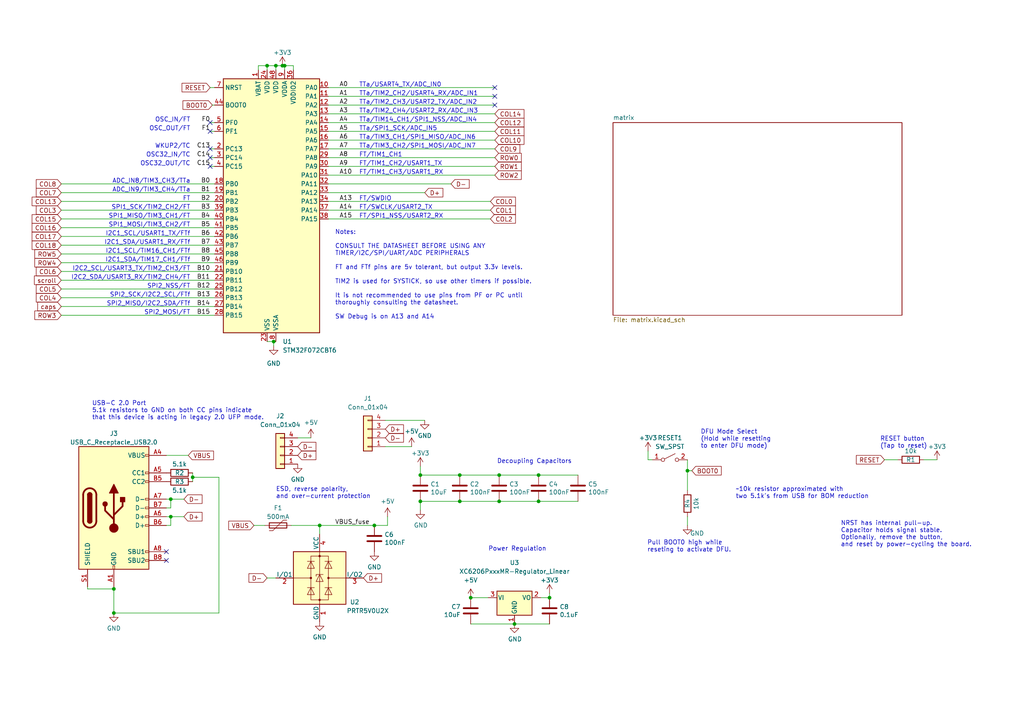
<source format=kicad_sch>
(kicad_sch
	(version 20231120)
	(generator "eeschema")
	(generator_version "8.0")
	(uuid "28ac64c2-e8bb-4993-aeaa-614bc4dd17bb")
	(paper "A4")
	(lib_symbols
		(symbol "+5V_1"
			(power)
			(pin_names
				(offset 0)
			)
			(exclude_from_sim no)
			(in_bom yes)
			(on_board yes)
			(property "Reference" "#PWR"
				(at 0 -3.81 0)
				(effects
					(font
						(size 1.27 1.27)
					)
					(hide yes)
				)
			)
			(property "Value" "+5V_1"
				(at 0 3.556 0)
				(effects
					(font
						(size 1.27 1.27)
					)
				)
			)
			(property "Footprint" ""
				(at 0 0 0)
				(effects
					(font
						(size 1.27 1.27)
					)
					(hide yes)
				)
			)
			(property "Datasheet" ""
				(at 0 0 0)
				(effects
					(font
						(size 1.27 1.27)
					)
					(hide yes)
				)
			)
			(property "Description" "Power symbol creates a global label with name \"+5V\""
				(at 0 0 0)
				(effects
					(font
						(size 1.27 1.27)
					)
					(hide yes)
				)
			)
			(property "ki_keywords" "global power"
				(at 0 0 0)
				(effects
					(font
						(size 1.27 1.27)
					)
					(hide yes)
				)
			)
			(symbol "+5V_1_0_1"
				(polyline
					(pts
						(xy -0.762 1.27) (xy 0 2.54)
					)
					(stroke
						(width 0)
						(type default)
					)
					(fill
						(type none)
					)
				)
				(polyline
					(pts
						(xy 0 0) (xy 0 2.54)
					)
					(stroke
						(width 0)
						(type default)
					)
					(fill
						(type none)
					)
				)
				(polyline
					(pts
						(xy 0 2.54) (xy 0.762 1.27)
					)
					(stroke
						(width 0)
						(type default)
					)
					(fill
						(type none)
					)
				)
			)
			(symbol "+5V_1_1_1"
				(pin power_in line
					(at 0 0 90)
					(length 0) hide
					(name "+5V"
						(effects
							(font
								(size 1.27 1.27)
							)
						)
					)
					(number "1"
						(effects
							(font
								(size 1.27 1.27)
							)
						)
					)
				)
			)
		)
		(symbol "Connector:USB_C_Receptacle_USB2.0"
			(pin_names
				(offset 1.016)
			)
			(exclude_from_sim no)
			(in_bom yes)
			(on_board yes)
			(property "Reference" "J"
				(at -10.16 19.05 0)
				(effects
					(font
						(size 1.27 1.27)
					)
					(justify left)
				)
			)
			(property "Value" "USB_C_Receptacle_USB2.0"
				(at 19.05 19.05 0)
				(effects
					(font
						(size 1.27 1.27)
					)
					(justify right)
				)
			)
			(property "Footprint" ""
				(at 3.81 0 0)
				(effects
					(font
						(size 1.27 1.27)
					)
					(hide yes)
				)
			)
			(property "Datasheet" "https://www.usb.org/sites/default/files/documents/usb_type-c.zip"
				(at 3.81 0 0)
				(effects
					(font
						(size 1.27 1.27)
					)
					(hide yes)
				)
			)
			(property "Description" "USB 2.0-only Type-C Receptacle connector"
				(at 0 0 0)
				(effects
					(font
						(size 1.27 1.27)
					)
					(hide yes)
				)
			)
			(property "ki_keywords" "usb universal serial bus type-C USB2.0"
				(at 0 0 0)
				(effects
					(font
						(size 1.27 1.27)
					)
					(hide yes)
				)
			)
			(property "ki_fp_filters" "USB*C*Receptacle*"
				(at 0 0 0)
				(effects
					(font
						(size 1.27 1.27)
					)
					(hide yes)
				)
			)
			(symbol "USB_C_Receptacle_USB2.0_0_0"
				(rectangle
					(start -0.254 -17.78)
					(end 0.254 -16.764)
					(stroke
						(width 0)
						(type default)
					)
					(fill
						(type none)
					)
				)
				(rectangle
					(start 10.16 -14.986)
					(end 9.144 -15.494)
					(stroke
						(width 0)
						(type default)
					)
					(fill
						(type none)
					)
				)
				(rectangle
					(start 10.16 -12.446)
					(end 9.144 -12.954)
					(stroke
						(width 0)
						(type default)
					)
					(fill
						(type none)
					)
				)
				(rectangle
					(start 10.16 -4.826)
					(end 9.144 -5.334)
					(stroke
						(width 0)
						(type default)
					)
					(fill
						(type none)
					)
				)
				(rectangle
					(start 10.16 -2.286)
					(end 9.144 -2.794)
					(stroke
						(width 0)
						(type default)
					)
					(fill
						(type none)
					)
				)
				(rectangle
					(start 10.16 0.254)
					(end 9.144 -0.254)
					(stroke
						(width 0)
						(type default)
					)
					(fill
						(type none)
					)
				)
				(rectangle
					(start 10.16 2.794)
					(end 9.144 2.286)
					(stroke
						(width 0)
						(type default)
					)
					(fill
						(type none)
					)
				)
				(rectangle
					(start 10.16 7.874)
					(end 9.144 7.366)
					(stroke
						(width 0)
						(type default)
					)
					(fill
						(type none)
					)
				)
				(rectangle
					(start 10.16 10.414)
					(end 9.144 9.906)
					(stroke
						(width 0)
						(type default)
					)
					(fill
						(type none)
					)
				)
				(rectangle
					(start 10.16 15.494)
					(end 9.144 14.986)
					(stroke
						(width 0)
						(type default)
					)
					(fill
						(type none)
					)
				)
			)
			(symbol "USB_C_Receptacle_USB2.0_0_1"
				(rectangle
					(start -10.16 17.78)
					(end 10.16 -17.78)
					(stroke
						(width 0.254)
						(type default)
					)
					(fill
						(type background)
					)
				)
				(arc
					(start -8.89 -3.81)
					(mid -6.985 -5.7067)
					(end -5.08 -3.81)
					(stroke
						(width 0.508)
						(type default)
					)
					(fill
						(type none)
					)
				)
				(arc
					(start -7.62 -3.81)
					(mid -6.985 -4.4423)
					(end -6.35 -3.81)
					(stroke
						(width 0.254)
						(type default)
					)
					(fill
						(type none)
					)
				)
				(arc
					(start -7.62 -3.81)
					(mid -6.985 -4.4423)
					(end -6.35 -3.81)
					(stroke
						(width 0.254)
						(type default)
					)
					(fill
						(type outline)
					)
				)
				(rectangle
					(start -7.62 -3.81)
					(end -6.35 3.81)
					(stroke
						(width 0.254)
						(type default)
					)
					(fill
						(type outline)
					)
				)
				(arc
					(start -6.35 3.81)
					(mid -6.985 4.4423)
					(end -7.62 3.81)
					(stroke
						(width 0.254)
						(type default)
					)
					(fill
						(type none)
					)
				)
				(arc
					(start -6.35 3.81)
					(mid -6.985 4.4423)
					(end -7.62 3.81)
					(stroke
						(width 0.254)
						(type default)
					)
					(fill
						(type outline)
					)
				)
				(arc
					(start -5.08 3.81)
					(mid -6.985 5.7067)
					(end -8.89 3.81)
					(stroke
						(width 0.508)
						(type default)
					)
					(fill
						(type none)
					)
				)
				(circle
					(center -2.54 1.143)
					(radius 0.635)
					(stroke
						(width 0.254)
						(type default)
					)
					(fill
						(type outline)
					)
				)
				(circle
					(center 0 -5.842)
					(radius 1.27)
					(stroke
						(width 0)
						(type default)
					)
					(fill
						(type outline)
					)
				)
				(polyline
					(pts
						(xy -8.89 -3.81) (xy -8.89 3.81)
					)
					(stroke
						(width 0.508)
						(type default)
					)
					(fill
						(type none)
					)
				)
				(polyline
					(pts
						(xy -5.08 3.81) (xy -5.08 -3.81)
					)
					(stroke
						(width 0.508)
						(type default)
					)
					(fill
						(type none)
					)
				)
				(polyline
					(pts
						(xy 0 -5.842) (xy 0 4.318)
					)
					(stroke
						(width 0.508)
						(type default)
					)
					(fill
						(type none)
					)
				)
				(polyline
					(pts
						(xy 0 -3.302) (xy -2.54 -0.762) (xy -2.54 0.508)
					)
					(stroke
						(width 0.508)
						(type default)
					)
					(fill
						(type none)
					)
				)
				(polyline
					(pts
						(xy 0 -2.032) (xy 2.54 0.508) (xy 2.54 1.778)
					)
					(stroke
						(width 0.508)
						(type default)
					)
					(fill
						(type none)
					)
				)
				(polyline
					(pts
						(xy -1.27 4.318) (xy 0 6.858) (xy 1.27 4.318) (xy -1.27 4.318)
					)
					(stroke
						(width 0.254)
						(type default)
					)
					(fill
						(type outline)
					)
				)
				(rectangle
					(start 1.905 1.778)
					(end 3.175 3.048)
					(stroke
						(width 0.254)
						(type default)
					)
					(fill
						(type outline)
					)
				)
			)
			(symbol "USB_C_Receptacle_USB2.0_1_1"
				(pin passive line
					(at 0 -22.86 90)
					(length 5.08)
					(name "GND"
						(effects
							(font
								(size 1.27 1.27)
							)
						)
					)
					(number "A1"
						(effects
							(font
								(size 1.27 1.27)
							)
						)
					)
				)
				(pin passive line
					(at 0 -22.86 90)
					(length 5.08) hide
					(name "GND"
						(effects
							(font
								(size 1.27 1.27)
							)
						)
					)
					(number "A12"
						(effects
							(font
								(size 1.27 1.27)
							)
						)
					)
				)
				(pin passive line
					(at 15.24 15.24 180)
					(length 5.08)
					(name "VBUS"
						(effects
							(font
								(size 1.27 1.27)
							)
						)
					)
					(number "A4"
						(effects
							(font
								(size 1.27 1.27)
							)
						)
					)
				)
				(pin bidirectional line
					(at 15.24 10.16 180)
					(length 5.08)
					(name "CC1"
						(effects
							(font
								(size 1.27 1.27)
							)
						)
					)
					(number "A5"
						(effects
							(font
								(size 1.27 1.27)
							)
						)
					)
				)
				(pin bidirectional line
					(at 15.24 -2.54 180)
					(length 5.08)
					(name "D+"
						(effects
							(font
								(size 1.27 1.27)
							)
						)
					)
					(number "A6"
						(effects
							(font
								(size 1.27 1.27)
							)
						)
					)
				)
				(pin bidirectional line
					(at 15.24 2.54 180)
					(length 5.08)
					(name "D-"
						(effects
							(font
								(size 1.27 1.27)
							)
						)
					)
					(number "A7"
						(effects
							(font
								(size 1.27 1.27)
							)
						)
					)
				)
				(pin bidirectional line
					(at 15.24 -12.7 180)
					(length 5.08)
					(name "SBU1"
						(effects
							(font
								(size 1.27 1.27)
							)
						)
					)
					(number "A8"
						(effects
							(font
								(size 1.27 1.27)
							)
						)
					)
				)
				(pin passive line
					(at 15.24 15.24 180)
					(length 5.08) hide
					(name "VBUS"
						(effects
							(font
								(size 1.27 1.27)
							)
						)
					)
					(number "A9"
						(effects
							(font
								(size 1.27 1.27)
							)
						)
					)
				)
				(pin passive line
					(at 0 -22.86 90)
					(length 5.08) hide
					(name "GND"
						(effects
							(font
								(size 1.27 1.27)
							)
						)
					)
					(number "B1"
						(effects
							(font
								(size 1.27 1.27)
							)
						)
					)
				)
				(pin passive line
					(at 0 -22.86 90)
					(length 5.08) hide
					(name "GND"
						(effects
							(font
								(size 1.27 1.27)
							)
						)
					)
					(number "B12"
						(effects
							(font
								(size 1.27 1.27)
							)
						)
					)
				)
				(pin passive line
					(at 15.24 15.24 180)
					(length 5.08) hide
					(name "VBUS"
						(effects
							(font
								(size 1.27 1.27)
							)
						)
					)
					(number "B4"
						(effects
							(font
								(size 1.27 1.27)
							)
						)
					)
				)
				(pin bidirectional line
					(at 15.24 7.62 180)
					(length 5.08)
					(name "CC2"
						(effects
							(font
								(size 1.27 1.27)
							)
						)
					)
					(number "B5"
						(effects
							(font
								(size 1.27 1.27)
							)
						)
					)
				)
				(pin bidirectional line
					(at 15.24 -5.08 180)
					(length 5.08)
					(name "D+"
						(effects
							(font
								(size 1.27 1.27)
							)
						)
					)
					(number "B6"
						(effects
							(font
								(size 1.27 1.27)
							)
						)
					)
				)
				(pin bidirectional line
					(at 15.24 0 180)
					(length 5.08)
					(name "D-"
						(effects
							(font
								(size 1.27 1.27)
							)
						)
					)
					(number "B7"
						(effects
							(font
								(size 1.27 1.27)
							)
						)
					)
				)
				(pin bidirectional line
					(at 15.24 -15.24 180)
					(length 5.08)
					(name "SBU2"
						(effects
							(font
								(size 1.27 1.27)
							)
						)
					)
					(number "B8"
						(effects
							(font
								(size 1.27 1.27)
							)
						)
					)
				)
				(pin passive line
					(at 15.24 15.24 180)
					(length 5.08) hide
					(name "VBUS"
						(effects
							(font
								(size 1.27 1.27)
							)
						)
					)
					(number "B9"
						(effects
							(font
								(size 1.27 1.27)
							)
						)
					)
				)
				(pin passive line
					(at -7.62 -22.86 90)
					(length 5.08)
					(name "SHIELD"
						(effects
							(font
								(size 1.27 1.27)
							)
						)
					)
					(number "S1"
						(effects
							(font
								(size 1.27 1.27)
							)
						)
					)
				)
			)
		)
		(symbol "Connector_Generic:Conn_01x04"
			(pin_names
				(offset 1.016) hide)
			(exclude_from_sim no)
			(in_bom yes)
			(on_board yes)
			(property "Reference" "J"
				(at 0 5.08 0)
				(effects
					(font
						(size 1.27 1.27)
					)
				)
			)
			(property "Value" "Conn_01x04"
				(at 0 -7.62 0)
				(effects
					(font
						(size 1.27 1.27)
					)
				)
			)
			(property "Footprint" ""
				(at 0 0 0)
				(effects
					(font
						(size 1.27 1.27)
					)
					(hide yes)
				)
			)
			(property "Datasheet" "~"
				(at 0 0 0)
				(effects
					(font
						(size 1.27 1.27)
					)
					(hide yes)
				)
			)
			(property "Description" "Generic connector, single row, 01x04, script generated (kicad-library-utils/schlib/autogen/connector/)"
				(at 0 0 0)
				(effects
					(font
						(size 1.27 1.27)
					)
					(hide yes)
				)
			)
			(property "ki_keywords" "connector"
				(at 0 0 0)
				(effects
					(font
						(size 1.27 1.27)
					)
					(hide yes)
				)
			)
			(property "ki_fp_filters" "Connector*:*_1x??_*"
				(at 0 0 0)
				(effects
					(font
						(size 1.27 1.27)
					)
					(hide yes)
				)
			)
			(symbol "Conn_01x04_1_1"
				(rectangle
					(start -1.27 -4.953)
					(end 0 -5.207)
					(stroke
						(width 0.1524)
						(type default)
					)
					(fill
						(type none)
					)
				)
				(rectangle
					(start -1.27 -2.413)
					(end 0 -2.667)
					(stroke
						(width 0.1524)
						(type default)
					)
					(fill
						(type none)
					)
				)
				(rectangle
					(start -1.27 0.127)
					(end 0 -0.127)
					(stroke
						(width 0.1524)
						(type default)
					)
					(fill
						(type none)
					)
				)
				(rectangle
					(start -1.27 2.667)
					(end 0 2.413)
					(stroke
						(width 0.1524)
						(type default)
					)
					(fill
						(type none)
					)
				)
				(rectangle
					(start -1.27 3.81)
					(end 1.27 -6.35)
					(stroke
						(width 0.254)
						(type default)
					)
					(fill
						(type background)
					)
				)
				(pin passive line
					(at -5.08 2.54 0)
					(length 3.81)
					(name "Pin_1"
						(effects
							(font
								(size 1.27 1.27)
							)
						)
					)
					(number "1"
						(effects
							(font
								(size 1.27 1.27)
							)
						)
					)
				)
				(pin passive line
					(at -5.08 0 0)
					(length 3.81)
					(name "Pin_2"
						(effects
							(font
								(size 1.27 1.27)
							)
						)
					)
					(number "2"
						(effects
							(font
								(size 1.27 1.27)
							)
						)
					)
				)
				(pin passive line
					(at -5.08 -2.54 0)
					(length 3.81)
					(name "Pin_3"
						(effects
							(font
								(size 1.27 1.27)
							)
						)
					)
					(number "3"
						(effects
							(font
								(size 1.27 1.27)
							)
						)
					)
				)
				(pin passive line
					(at -5.08 -5.08 0)
					(length 3.81)
					(name "Pin_4"
						(effects
							(font
								(size 1.27 1.27)
							)
						)
					)
					(number "4"
						(effects
							(font
								(size 1.27 1.27)
							)
						)
					)
				)
			)
		)
		(symbol "Device:C"
			(pin_numbers hide)
			(pin_names
				(offset 0.254)
			)
			(exclude_from_sim no)
			(in_bom yes)
			(on_board yes)
			(property "Reference" "C"
				(at 0.635 2.54 0)
				(effects
					(font
						(size 1.27 1.27)
					)
					(justify left)
				)
			)
			(property "Value" "C"
				(at 0.635 -2.54 0)
				(effects
					(font
						(size 1.27 1.27)
					)
					(justify left)
				)
			)
			(property "Footprint" ""
				(at 0.9652 -3.81 0)
				(effects
					(font
						(size 1.27 1.27)
					)
					(hide yes)
				)
			)
			(property "Datasheet" "~"
				(at 0 0 0)
				(effects
					(font
						(size 1.27 1.27)
					)
					(hide yes)
				)
			)
			(property "Description" "Unpolarized capacitor"
				(at 0 0 0)
				(effects
					(font
						(size 1.27 1.27)
					)
					(hide yes)
				)
			)
			(property "ki_keywords" "cap capacitor"
				(at 0 0 0)
				(effects
					(font
						(size 1.27 1.27)
					)
					(hide yes)
				)
			)
			(property "ki_fp_filters" "C_*"
				(at 0 0 0)
				(effects
					(font
						(size 1.27 1.27)
					)
					(hide yes)
				)
			)
			(symbol "C_0_1"
				(polyline
					(pts
						(xy -2.032 -0.762) (xy 2.032 -0.762)
					)
					(stroke
						(width 0.508)
						(type default)
					)
					(fill
						(type none)
					)
				)
				(polyline
					(pts
						(xy -2.032 0.762) (xy 2.032 0.762)
					)
					(stroke
						(width 0.508)
						(type default)
					)
					(fill
						(type none)
					)
				)
			)
			(symbol "C_1_1"
				(pin passive line
					(at 0 3.81 270)
					(length 2.794)
					(name "~"
						(effects
							(font
								(size 1.27 1.27)
							)
						)
					)
					(number "1"
						(effects
							(font
								(size 1.27 1.27)
							)
						)
					)
				)
				(pin passive line
					(at 0 -3.81 90)
					(length 2.794)
					(name "~"
						(effects
							(font
								(size 1.27 1.27)
							)
						)
					)
					(number "2"
						(effects
							(font
								(size 1.27 1.27)
							)
						)
					)
				)
			)
		)
		(symbol "Device:Polyfuse"
			(pin_numbers hide)
			(pin_names
				(offset 0)
			)
			(exclude_from_sim no)
			(in_bom yes)
			(on_board yes)
			(property "Reference" "F"
				(at -2.54 0 90)
				(effects
					(font
						(size 1.27 1.27)
					)
				)
			)
			(property "Value" "Polyfuse"
				(at 2.54 0 90)
				(effects
					(font
						(size 1.27 1.27)
					)
				)
			)
			(property "Footprint" ""
				(at 1.27 -5.08 0)
				(effects
					(font
						(size 1.27 1.27)
					)
					(justify left)
					(hide yes)
				)
			)
			(property "Datasheet" "~"
				(at 0 0 0)
				(effects
					(font
						(size 1.27 1.27)
					)
					(hide yes)
				)
			)
			(property "Description" "Resettable fuse, polymeric positive temperature coefficient"
				(at 0 0 0)
				(effects
					(font
						(size 1.27 1.27)
					)
					(hide yes)
				)
			)
			(property "ki_keywords" "resettable fuse PTC PPTC polyfuse polyswitch"
				(at 0 0 0)
				(effects
					(font
						(size 1.27 1.27)
					)
					(hide yes)
				)
			)
			(property "ki_fp_filters" "*polyfuse* *PTC*"
				(at 0 0 0)
				(effects
					(font
						(size 1.27 1.27)
					)
					(hide yes)
				)
			)
			(symbol "Polyfuse_0_1"
				(rectangle
					(start -0.762 2.54)
					(end 0.762 -2.54)
					(stroke
						(width 0.254)
						(type default)
					)
					(fill
						(type none)
					)
				)
				(polyline
					(pts
						(xy 0 2.54) (xy 0 -2.54)
					)
					(stroke
						(width 0)
						(type default)
					)
					(fill
						(type none)
					)
				)
				(polyline
					(pts
						(xy -1.524 2.54) (xy -1.524 1.524) (xy 1.524 -1.524) (xy 1.524 -2.54)
					)
					(stroke
						(width 0)
						(type default)
					)
					(fill
						(type none)
					)
				)
			)
			(symbol "Polyfuse_1_1"
				(pin passive line
					(at 0 3.81 270)
					(length 1.27)
					(name "~"
						(effects
							(font
								(size 1.27 1.27)
							)
						)
					)
					(number "1"
						(effects
							(font
								(size 1.27 1.27)
							)
						)
					)
				)
				(pin passive line
					(at 0 -3.81 90)
					(length 1.27)
					(name "~"
						(effects
							(font
								(size 1.27 1.27)
							)
						)
					)
					(number "2"
						(effects
							(font
								(size 1.27 1.27)
							)
						)
					)
				)
			)
		)
		(symbol "Device:R"
			(pin_numbers hide)
			(pin_names
				(offset 0)
			)
			(exclude_from_sim no)
			(in_bom yes)
			(on_board yes)
			(property "Reference" "R"
				(at 2.032 0 90)
				(effects
					(font
						(size 1.27 1.27)
					)
				)
			)
			(property "Value" "R"
				(at 0 0 90)
				(effects
					(font
						(size 1.27 1.27)
					)
				)
			)
			(property "Footprint" ""
				(at -1.778 0 90)
				(effects
					(font
						(size 1.27 1.27)
					)
					(hide yes)
				)
			)
			(property "Datasheet" "~"
				(at 0 0 0)
				(effects
					(font
						(size 1.27 1.27)
					)
					(hide yes)
				)
			)
			(property "Description" "Resistor"
				(at 0 0 0)
				(effects
					(font
						(size 1.27 1.27)
					)
					(hide yes)
				)
			)
			(property "ki_keywords" "R res resistor"
				(at 0 0 0)
				(effects
					(font
						(size 1.27 1.27)
					)
					(hide yes)
				)
			)
			(property "ki_fp_filters" "R_*"
				(at 0 0 0)
				(effects
					(font
						(size 1.27 1.27)
					)
					(hide yes)
				)
			)
			(symbol "R_0_1"
				(rectangle
					(start -1.016 -2.54)
					(end 1.016 2.54)
					(stroke
						(width 0.254)
						(type default)
					)
					(fill
						(type none)
					)
				)
			)
			(symbol "R_1_1"
				(pin passive line
					(at 0 3.81 270)
					(length 1.27)
					(name "~"
						(effects
							(font
								(size 1.27 1.27)
							)
						)
					)
					(number "1"
						(effects
							(font
								(size 1.27 1.27)
							)
						)
					)
				)
				(pin passive line
					(at 0 -3.81 90)
					(length 1.27)
					(name "~"
						(effects
							(font
								(size 1.27 1.27)
							)
						)
					)
					(number "2"
						(effects
							(font
								(size 1.27 1.27)
							)
						)
					)
				)
			)
		)
		(symbol "MCU_ST_STM32F0:STM32F072CBTx"
			(exclude_from_sim no)
			(in_bom yes)
			(on_board yes)
			(property "Reference" "U"
				(at -12.7 39.37 0)
				(effects
					(font
						(size 1.27 1.27)
					)
					(justify left)
				)
			)
			(property "Value" "STM32F072CBTx"
				(at 10.16 39.37 0)
				(effects
					(font
						(size 1.27 1.27)
					)
					(justify left)
				)
			)
			(property "Footprint" "Package_QFP:LQFP-48_7x7mm_P0.5mm"
				(at -12.7 -35.56 0)
				(effects
					(font
						(size 1.27 1.27)
					)
					(justify right)
					(hide yes)
				)
			)
			(property "Datasheet" "https://www.st.com/resource/en/datasheet/stm32f072cb.pdf"
				(at 0 0 0)
				(effects
					(font
						(size 1.27 1.27)
					)
					(hide yes)
				)
			)
			(property "Description" "STMicroelectronics Arm Cortex-M0 MCU, 128KB flash, 16KB RAM, 48 MHz, 2.0-3.6V, 37 GPIO, LQFP48"
				(at 0 0 0)
				(effects
					(font
						(size 1.27 1.27)
					)
					(hide yes)
				)
			)
			(property "ki_locked" ""
				(at 0 0 0)
				(effects
					(font
						(size 1.27 1.27)
					)
				)
			)
			(property "ki_keywords" "Arm Cortex-M0 STM32F0 STM32F0x2"
				(at 0 0 0)
				(effects
					(font
						(size 1.27 1.27)
					)
					(hide yes)
				)
			)
			(property "ki_fp_filters" "LQFP*7x7mm*P0.5mm*"
				(at 0 0 0)
				(effects
					(font
						(size 1.27 1.27)
					)
					(hide yes)
				)
			)
			(symbol "STM32F072CBTx_0_1"
				(rectangle
					(start -12.7 -35.56)
					(end 15.24 38.1)
					(stroke
						(width 0.254)
						(type default)
					)
					(fill
						(type background)
					)
				)
			)
			(symbol "STM32F072CBTx_1_1"
				(pin power_in line
					(at -2.54 40.64 270)
					(length 2.54)
					(name "VBAT"
						(effects
							(font
								(size 1.27 1.27)
							)
						)
					)
					(number "1"
						(effects
							(font
								(size 1.27 1.27)
							)
						)
					)
				)
				(pin bidirectional line
					(at 17.78 35.56 180)
					(length 2.54)
					(name "PA0"
						(effects
							(font
								(size 1.27 1.27)
							)
						)
					)
					(number "10"
						(effects
							(font
								(size 1.27 1.27)
							)
						)
					)
					(alternate "ADC_IN0" bidirectional line)
					(alternate "COMP1_INM" bidirectional line)
					(alternate "COMP1_OUT" bidirectional line)
					(alternate "RTC_TAMP2" bidirectional line)
					(alternate "SYS_WKUP1" bidirectional line)
					(alternate "TIM2_CH1" bidirectional line)
					(alternate "TIM2_ETR" bidirectional line)
					(alternate "TSC_G1_IO1" bidirectional line)
					(alternate "USART2_CTS" bidirectional line)
					(alternate "USART4_TX" bidirectional line)
				)
				(pin bidirectional line
					(at 17.78 33.02 180)
					(length 2.54)
					(name "PA1"
						(effects
							(font
								(size 1.27 1.27)
							)
						)
					)
					(number "11"
						(effects
							(font
								(size 1.27 1.27)
							)
						)
					)
					(alternate "ADC_IN1" bidirectional line)
					(alternate "COMP1_INP" bidirectional line)
					(alternate "TIM15_CH1N" bidirectional line)
					(alternate "TIM2_CH2" bidirectional line)
					(alternate "TSC_G1_IO2" bidirectional line)
					(alternate "USART2_DE" bidirectional line)
					(alternate "USART2_RTS" bidirectional line)
					(alternate "USART4_RX" bidirectional line)
				)
				(pin bidirectional line
					(at 17.78 30.48 180)
					(length 2.54)
					(name "PA2"
						(effects
							(font
								(size 1.27 1.27)
							)
						)
					)
					(number "12"
						(effects
							(font
								(size 1.27 1.27)
							)
						)
					)
					(alternate "ADC_IN2" bidirectional line)
					(alternate "COMP2_INM" bidirectional line)
					(alternate "COMP2_OUT" bidirectional line)
					(alternate "SYS_WKUP4" bidirectional line)
					(alternate "TIM15_CH1" bidirectional line)
					(alternate "TIM2_CH3" bidirectional line)
					(alternate "TSC_G1_IO3" bidirectional line)
					(alternate "USART2_TX" bidirectional line)
				)
				(pin bidirectional line
					(at 17.78 27.94 180)
					(length 2.54)
					(name "PA3"
						(effects
							(font
								(size 1.27 1.27)
							)
						)
					)
					(number "13"
						(effects
							(font
								(size 1.27 1.27)
							)
						)
					)
					(alternate "ADC_IN3" bidirectional line)
					(alternate "COMP2_INP" bidirectional line)
					(alternate "TIM15_CH2" bidirectional line)
					(alternate "TIM2_CH4" bidirectional line)
					(alternate "TSC_G1_IO4" bidirectional line)
					(alternate "USART2_RX" bidirectional line)
				)
				(pin bidirectional line
					(at 17.78 25.4 180)
					(length 2.54)
					(name "PA4"
						(effects
							(font
								(size 1.27 1.27)
							)
						)
					)
					(number "14"
						(effects
							(font
								(size 1.27 1.27)
							)
						)
					)
					(alternate "ADC_IN4" bidirectional line)
					(alternate "COMP1_INM" bidirectional line)
					(alternate "COMP2_INM" bidirectional line)
					(alternate "DAC_OUT1" bidirectional line)
					(alternate "I2S1_WS" bidirectional line)
					(alternate "SPI1_NSS" bidirectional line)
					(alternate "TIM14_CH1" bidirectional line)
					(alternate "TSC_G2_IO1" bidirectional line)
					(alternate "USART2_CK" bidirectional line)
				)
				(pin bidirectional line
					(at 17.78 22.86 180)
					(length 2.54)
					(name "PA5"
						(effects
							(font
								(size 1.27 1.27)
							)
						)
					)
					(number "15"
						(effects
							(font
								(size 1.27 1.27)
							)
						)
					)
					(alternate "ADC_IN5" bidirectional line)
					(alternate "CEC" bidirectional line)
					(alternate "COMP1_INM" bidirectional line)
					(alternate "COMP2_INM" bidirectional line)
					(alternate "DAC_OUT2" bidirectional line)
					(alternate "I2S1_CK" bidirectional line)
					(alternate "SPI1_SCK" bidirectional line)
					(alternate "TIM2_CH1" bidirectional line)
					(alternate "TIM2_ETR" bidirectional line)
					(alternate "TSC_G2_IO2" bidirectional line)
				)
				(pin bidirectional line
					(at 17.78 20.32 180)
					(length 2.54)
					(name "PA6"
						(effects
							(font
								(size 1.27 1.27)
							)
						)
					)
					(number "16"
						(effects
							(font
								(size 1.27 1.27)
							)
						)
					)
					(alternate "ADC_IN6" bidirectional line)
					(alternate "COMP1_OUT" bidirectional line)
					(alternate "I2S1_MCK" bidirectional line)
					(alternate "SPI1_MISO" bidirectional line)
					(alternate "TIM16_CH1" bidirectional line)
					(alternate "TIM1_BKIN" bidirectional line)
					(alternate "TIM3_CH1" bidirectional line)
					(alternate "TSC_G2_IO3" bidirectional line)
					(alternate "USART3_CTS" bidirectional line)
				)
				(pin bidirectional line
					(at 17.78 17.78 180)
					(length 2.54)
					(name "PA7"
						(effects
							(font
								(size 1.27 1.27)
							)
						)
					)
					(number "17"
						(effects
							(font
								(size 1.27 1.27)
							)
						)
					)
					(alternate "ADC_IN7" bidirectional line)
					(alternate "COMP2_OUT" bidirectional line)
					(alternate "I2S1_SD" bidirectional line)
					(alternate "SPI1_MOSI" bidirectional line)
					(alternate "TIM14_CH1" bidirectional line)
					(alternate "TIM17_CH1" bidirectional line)
					(alternate "TIM1_CH1N" bidirectional line)
					(alternate "TIM3_CH2" bidirectional line)
					(alternate "TSC_G2_IO4" bidirectional line)
				)
				(pin bidirectional line
					(at -15.24 7.62 0)
					(length 2.54)
					(name "PB0"
						(effects
							(font
								(size 1.27 1.27)
							)
						)
					)
					(number "18"
						(effects
							(font
								(size 1.27 1.27)
							)
						)
					)
					(alternate "ADC_IN8" bidirectional line)
					(alternate "TIM1_CH2N" bidirectional line)
					(alternate "TIM3_CH3" bidirectional line)
					(alternate "TSC_G3_IO2" bidirectional line)
					(alternate "USART3_CK" bidirectional line)
				)
				(pin bidirectional line
					(at -15.24 5.08 0)
					(length 2.54)
					(name "PB1"
						(effects
							(font
								(size 1.27 1.27)
							)
						)
					)
					(number "19"
						(effects
							(font
								(size 1.27 1.27)
							)
						)
					)
					(alternate "ADC_IN9" bidirectional line)
					(alternate "TIM14_CH1" bidirectional line)
					(alternate "TIM1_CH3N" bidirectional line)
					(alternate "TIM3_CH4" bidirectional line)
					(alternate "TSC_G3_IO3" bidirectional line)
					(alternate "USART3_DE" bidirectional line)
					(alternate "USART3_RTS" bidirectional line)
				)
				(pin bidirectional line
					(at -15.24 17.78 0)
					(length 2.54)
					(name "PC13"
						(effects
							(font
								(size 1.27 1.27)
							)
						)
					)
					(number "2"
						(effects
							(font
								(size 1.27 1.27)
							)
						)
					)
					(alternate "RTC_OUT_ALARM" bidirectional line)
					(alternate "RTC_OUT_CALIB" bidirectional line)
					(alternate "RTC_TAMP1" bidirectional line)
					(alternate "RTC_TS" bidirectional line)
					(alternate "SYS_WKUP2" bidirectional line)
				)
				(pin bidirectional line
					(at -15.24 2.54 0)
					(length 2.54)
					(name "PB2"
						(effects
							(font
								(size 1.27 1.27)
							)
						)
					)
					(number "20"
						(effects
							(font
								(size 1.27 1.27)
							)
						)
					)
					(alternate "TSC_G3_IO4" bidirectional line)
				)
				(pin bidirectional line
					(at -15.24 -17.78 0)
					(length 2.54)
					(name "PB10"
						(effects
							(font
								(size 1.27 1.27)
							)
						)
					)
					(number "21"
						(effects
							(font
								(size 1.27 1.27)
							)
						)
					)
					(alternate "CEC" bidirectional line)
					(alternate "I2C2_SCL" bidirectional line)
					(alternate "I2S2_CK" bidirectional line)
					(alternate "SPI2_SCK" bidirectional line)
					(alternate "TIM2_CH3" bidirectional line)
					(alternate "TSC_SYNC" bidirectional line)
					(alternate "USART3_TX" bidirectional line)
				)
				(pin bidirectional line
					(at -15.24 -20.32 0)
					(length 2.54)
					(name "PB11"
						(effects
							(font
								(size 1.27 1.27)
							)
						)
					)
					(number "22"
						(effects
							(font
								(size 1.27 1.27)
							)
						)
					)
					(alternate "I2C2_SDA" bidirectional line)
					(alternate "TIM2_CH4" bidirectional line)
					(alternate "TSC_G6_IO1" bidirectional line)
					(alternate "USART3_RX" bidirectional line)
				)
				(pin power_in line
					(at 0 -38.1 90)
					(length 2.54)
					(name "VSS"
						(effects
							(font
								(size 1.27 1.27)
							)
						)
					)
					(number "23"
						(effects
							(font
								(size 1.27 1.27)
							)
						)
					)
				)
				(pin power_in line
					(at 0 40.64 270)
					(length 2.54)
					(name "VDD"
						(effects
							(font
								(size 1.27 1.27)
							)
						)
					)
					(number "24"
						(effects
							(font
								(size 1.27 1.27)
							)
						)
					)
				)
				(pin bidirectional line
					(at -15.24 -22.86 0)
					(length 2.54)
					(name "PB12"
						(effects
							(font
								(size 1.27 1.27)
							)
						)
					)
					(number "25"
						(effects
							(font
								(size 1.27 1.27)
							)
						)
					)
					(alternate "I2S2_WS" bidirectional line)
					(alternate "SPI2_NSS" bidirectional line)
					(alternate "TIM15_BKIN" bidirectional line)
					(alternate "TIM1_BKIN" bidirectional line)
					(alternate "TSC_G6_IO2" bidirectional line)
					(alternate "USART3_CK" bidirectional line)
				)
				(pin bidirectional line
					(at -15.24 -25.4 0)
					(length 2.54)
					(name "PB13"
						(effects
							(font
								(size 1.27 1.27)
							)
						)
					)
					(number "26"
						(effects
							(font
								(size 1.27 1.27)
							)
						)
					)
					(alternate "I2C2_SCL" bidirectional line)
					(alternate "I2S2_CK" bidirectional line)
					(alternate "SPI2_SCK" bidirectional line)
					(alternate "TIM1_CH1N" bidirectional line)
					(alternate "TSC_G6_IO3" bidirectional line)
					(alternate "USART3_CTS" bidirectional line)
				)
				(pin bidirectional line
					(at -15.24 -27.94 0)
					(length 2.54)
					(name "PB14"
						(effects
							(font
								(size 1.27 1.27)
							)
						)
					)
					(number "27"
						(effects
							(font
								(size 1.27 1.27)
							)
						)
					)
					(alternate "I2C2_SDA" bidirectional line)
					(alternate "I2S2_MCK" bidirectional line)
					(alternate "SPI2_MISO" bidirectional line)
					(alternate "TIM15_CH1" bidirectional line)
					(alternate "TIM1_CH2N" bidirectional line)
					(alternate "TSC_G6_IO4" bidirectional line)
					(alternate "USART3_DE" bidirectional line)
					(alternate "USART3_RTS" bidirectional line)
				)
				(pin bidirectional line
					(at -15.24 -30.48 0)
					(length 2.54)
					(name "PB15"
						(effects
							(font
								(size 1.27 1.27)
							)
						)
					)
					(number "28"
						(effects
							(font
								(size 1.27 1.27)
							)
						)
					)
					(alternate "I2S2_SD" bidirectional line)
					(alternate "RTC_REFIN" bidirectional line)
					(alternate "SPI2_MOSI" bidirectional line)
					(alternate "SYS_WKUP7" bidirectional line)
					(alternate "TIM15_CH1N" bidirectional line)
					(alternate "TIM15_CH2" bidirectional line)
					(alternate "TIM1_CH3N" bidirectional line)
				)
				(pin bidirectional line
					(at 17.78 15.24 180)
					(length 2.54)
					(name "PA8"
						(effects
							(font
								(size 1.27 1.27)
							)
						)
					)
					(number "29"
						(effects
							(font
								(size 1.27 1.27)
							)
						)
					)
					(alternate "CRS_SYNC" bidirectional line)
					(alternate "RCC_MCO" bidirectional line)
					(alternate "TIM1_CH1" bidirectional line)
					(alternate "USART1_CK" bidirectional line)
				)
				(pin bidirectional line
					(at -15.24 15.24 0)
					(length 2.54)
					(name "PC14"
						(effects
							(font
								(size 1.27 1.27)
							)
						)
					)
					(number "3"
						(effects
							(font
								(size 1.27 1.27)
							)
						)
					)
					(alternate "RCC_OSC32_IN" bidirectional line)
				)
				(pin bidirectional line
					(at 17.78 12.7 180)
					(length 2.54)
					(name "PA9"
						(effects
							(font
								(size 1.27 1.27)
							)
						)
					)
					(number "30"
						(effects
							(font
								(size 1.27 1.27)
							)
						)
					)
					(alternate "DAC_EXTI9" bidirectional line)
					(alternate "TIM15_BKIN" bidirectional line)
					(alternate "TIM1_CH2" bidirectional line)
					(alternate "TSC_G4_IO1" bidirectional line)
					(alternate "USART1_TX" bidirectional line)
				)
				(pin bidirectional line
					(at 17.78 10.16 180)
					(length 2.54)
					(name "PA10"
						(effects
							(font
								(size 1.27 1.27)
							)
						)
					)
					(number "31"
						(effects
							(font
								(size 1.27 1.27)
							)
						)
					)
					(alternate "TIM17_BKIN" bidirectional line)
					(alternate "TIM1_CH3" bidirectional line)
					(alternate "TSC_G4_IO2" bidirectional line)
					(alternate "USART1_RX" bidirectional line)
				)
				(pin bidirectional line
					(at 17.78 7.62 180)
					(length 2.54)
					(name "PA11"
						(effects
							(font
								(size 1.27 1.27)
							)
						)
					)
					(number "32"
						(effects
							(font
								(size 1.27 1.27)
							)
						)
					)
					(alternate "CAN_RX" bidirectional line)
					(alternate "COMP1_OUT" bidirectional line)
					(alternate "TIM1_CH4" bidirectional line)
					(alternate "TSC_G4_IO3" bidirectional line)
					(alternate "USART1_CTS" bidirectional line)
					(alternate "USB_DM" bidirectional line)
				)
				(pin bidirectional line
					(at 17.78 5.08 180)
					(length 2.54)
					(name "PA12"
						(effects
							(font
								(size 1.27 1.27)
							)
						)
					)
					(number "33"
						(effects
							(font
								(size 1.27 1.27)
							)
						)
					)
					(alternate "CAN_TX" bidirectional line)
					(alternate "COMP2_OUT" bidirectional line)
					(alternate "TIM1_ETR" bidirectional line)
					(alternate "TSC_G4_IO4" bidirectional line)
					(alternate "USART1_DE" bidirectional line)
					(alternate "USART1_RTS" bidirectional line)
					(alternate "USB_DP" bidirectional line)
				)
				(pin bidirectional line
					(at 17.78 2.54 180)
					(length 2.54)
					(name "PA13"
						(effects
							(font
								(size 1.27 1.27)
							)
						)
					)
					(number "34"
						(effects
							(font
								(size 1.27 1.27)
							)
						)
					)
					(alternate "IR_OUT" bidirectional line)
					(alternate "SYS_SWDIO" bidirectional line)
					(alternate "USB_NOE" bidirectional line)
				)
				(pin passive line
					(at 0 -38.1 90)
					(length 2.54) hide
					(name "VSS"
						(effects
							(font
								(size 1.27 1.27)
							)
						)
					)
					(number "35"
						(effects
							(font
								(size 1.27 1.27)
							)
						)
					)
				)
				(pin power_in line
					(at 7.62 40.64 270)
					(length 2.54)
					(name "VDDIO2"
						(effects
							(font
								(size 1.27 1.27)
							)
						)
					)
					(number "36"
						(effects
							(font
								(size 1.27 1.27)
							)
						)
					)
				)
				(pin bidirectional line
					(at 17.78 0 180)
					(length 2.54)
					(name "PA14"
						(effects
							(font
								(size 1.27 1.27)
							)
						)
					)
					(number "37"
						(effects
							(font
								(size 1.27 1.27)
							)
						)
					)
					(alternate "SYS_SWCLK" bidirectional line)
					(alternate "USART2_TX" bidirectional line)
				)
				(pin bidirectional line
					(at 17.78 -2.54 180)
					(length 2.54)
					(name "PA15"
						(effects
							(font
								(size 1.27 1.27)
							)
						)
					)
					(number "38"
						(effects
							(font
								(size 1.27 1.27)
							)
						)
					)
					(alternate "I2S1_WS" bidirectional line)
					(alternate "SPI1_NSS" bidirectional line)
					(alternate "TIM2_CH1" bidirectional line)
					(alternate "TIM2_ETR" bidirectional line)
					(alternate "USART2_RX" bidirectional line)
					(alternate "USART4_DE" bidirectional line)
					(alternate "USART4_RTS" bidirectional line)
				)
				(pin bidirectional line
					(at -15.24 0 0)
					(length 2.54)
					(name "PB3"
						(effects
							(font
								(size 1.27 1.27)
							)
						)
					)
					(number "39"
						(effects
							(font
								(size 1.27 1.27)
							)
						)
					)
					(alternate "I2S1_CK" bidirectional line)
					(alternate "SPI1_SCK" bidirectional line)
					(alternate "TIM2_CH2" bidirectional line)
					(alternate "TSC_G5_IO1" bidirectional line)
				)
				(pin bidirectional line
					(at -15.24 12.7 0)
					(length 2.54)
					(name "PC15"
						(effects
							(font
								(size 1.27 1.27)
							)
						)
					)
					(number "4"
						(effects
							(font
								(size 1.27 1.27)
							)
						)
					)
					(alternate "RCC_OSC32_OUT" bidirectional line)
				)
				(pin bidirectional line
					(at -15.24 -2.54 0)
					(length 2.54)
					(name "PB4"
						(effects
							(font
								(size 1.27 1.27)
							)
						)
					)
					(number "40"
						(effects
							(font
								(size 1.27 1.27)
							)
						)
					)
					(alternate "I2S1_MCK" bidirectional line)
					(alternate "SPI1_MISO" bidirectional line)
					(alternate "TIM17_BKIN" bidirectional line)
					(alternate "TIM3_CH1" bidirectional line)
					(alternate "TSC_G5_IO2" bidirectional line)
				)
				(pin bidirectional line
					(at -15.24 -5.08 0)
					(length 2.54)
					(name "PB5"
						(effects
							(font
								(size 1.27 1.27)
							)
						)
					)
					(number "41"
						(effects
							(font
								(size 1.27 1.27)
							)
						)
					)
					(alternate "I2C1_SMBA" bidirectional line)
					(alternate "I2S1_SD" bidirectional line)
					(alternate "SPI1_MOSI" bidirectional line)
					(alternate "SYS_WKUP6" bidirectional line)
					(alternate "TIM16_BKIN" bidirectional line)
					(alternate "TIM3_CH2" bidirectional line)
				)
				(pin bidirectional line
					(at -15.24 -7.62 0)
					(length 2.54)
					(name "PB6"
						(effects
							(font
								(size 1.27 1.27)
							)
						)
					)
					(number "42"
						(effects
							(font
								(size 1.27 1.27)
							)
						)
					)
					(alternate "I2C1_SCL" bidirectional line)
					(alternate "TIM16_CH1N" bidirectional line)
					(alternate "TSC_G5_IO3" bidirectional line)
					(alternate "USART1_TX" bidirectional line)
				)
				(pin bidirectional line
					(at -15.24 -10.16 0)
					(length 2.54)
					(name "PB7"
						(effects
							(font
								(size 1.27 1.27)
							)
						)
					)
					(number "43"
						(effects
							(font
								(size 1.27 1.27)
							)
						)
					)
					(alternate "I2C1_SDA" bidirectional line)
					(alternate "TIM17_CH1N" bidirectional line)
					(alternate "TSC_G5_IO4" bidirectional line)
					(alternate "USART1_RX" bidirectional line)
					(alternate "USART4_CTS" bidirectional line)
				)
				(pin input line
					(at -15.24 30.48 0)
					(length 2.54)
					(name "BOOT0"
						(effects
							(font
								(size 1.27 1.27)
							)
						)
					)
					(number "44"
						(effects
							(font
								(size 1.27 1.27)
							)
						)
					)
				)
				(pin bidirectional line
					(at -15.24 -12.7 0)
					(length 2.54)
					(name "PB8"
						(effects
							(font
								(size 1.27 1.27)
							)
						)
					)
					(number "45"
						(effects
							(font
								(size 1.27 1.27)
							)
						)
					)
					(alternate "CAN_RX" bidirectional line)
					(alternate "CEC" bidirectional line)
					(alternate "I2C1_SCL" bidirectional line)
					(alternate "TIM16_CH1" bidirectional line)
					(alternate "TSC_SYNC" bidirectional line)
				)
				(pin bidirectional line
					(at -15.24 -15.24 0)
					(length 2.54)
					(name "PB9"
						(effects
							(font
								(size 1.27 1.27)
							)
						)
					)
					(number "46"
						(effects
							(font
								(size 1.27 1.27)
							)
						)
					)
					(alternate "CAN_TX" bidirectional line)
					(alternate "DAC_EXTI9" bidirectional line)
					(alternate "I2C1_SDA" bidirectional line)
					(alternate "I2S2_WS" bidirectional line)
					(alternate "IR_OUT" bidirectional line)
					(alternate "SPI2_NSS" bidirectional line)
					(alternate "TIM17_CH1" bidirectional line)
				)
				(pin passive line
					(at 0 -38.1 90)
					(length 2.54) hide
					(name "VSS"
						(effects
							(font
								(size 1.27 1.27)
							)
						)
					)
					(number "47"
						(effects
							(font
								(size 1.27 1.27)
							)
						)
					)
				)
				(pin power_in line
					(at 2.54 40.64 270)
					(length 2.54)
					(name "VDD"
						(effects
							(font
								(size 1.27 1.27)
							)
						)
					)
					(number "48"
						(effects
							(font
								(size 1.27 1.27)
							)
						)
					)
				)
				(pin bidirectional line
					(at -15.24 25.4 0)
					(length 2.54)
					(name "PF0"
						(effects
							(font
								(size 1.27 1.27)
							)
						)
					)
					(number "5"
						(effects
							(font
								(size 1.27 1.27)
							)
						)
					)
					(alternate "CRS_SYNC" bidirectional line)
					(alternate "RCC_OSC_IN" bidirectional line)
				)
				(pin bidirectional line
					(at -15.24 22.86 0)
					(length 2.54)
					(name "PF1"
						(effects
							(font
								(size 1.27 1.27)
							)
						)
					)
					(number "6"
						(effects
							(font
								(size 1.27 1.27)
							)
						)
					)
					(alternate "RCC_OSC_OUT" bidirectional line)
				)
				(pin input line
					(at -15.24 35.56 0)
					(length 2.54)
					(name "NRST"
						(effects
							(font
								(size 1.27 1.27)
							)
						)
					)
					(number "7"
						(effects
							(font
								(size 1.27 1.27)
							)
						)
					)
				)
				(pin power_in line
					(at 2.54 -38.1 90)
					(length 2.54)
					(name "VSSA"
						(effects
							(font
								(size 1.27 1.27)
							)
						)
					)
					(number "8"
						(effects
							(font
								(size 1.27 1.27)
							)
						)
					)
				)
				(pin power_in line
					(at 5.08 40.64 270)
					(length 2.54)
					(name "VDDA"
						(effects
							(font
								(size 1.27 1.27)
							)
						)
					)
					(number "9"
						(effects
							(font
								(size 1.27 1.27)
							)
						)
					)
				)
			)
		)
		(symbol "Power_Protection:PRTR5V0U2X"
			(pin_names
				(offset 0)
			)
			(exclude_from_sim no)
			(in_bom yes)
			(on_board yes)
			(property "Reference" "D"
				(at 2.794 8.636 0)
				(effects
					(font
						(size 1.27 1.27)
					)
				)
			)
			(property "Value" "PRTR5V0U2X"
				(at 8.128 -9.398 0)
				(effects
					(font
						(size 1.27 1.27)
					)
				)
			)
			(property "Footprint" "Package_TO_SOT_SMD:SOT-143"
				(at 1.524 0 0)
				(effects
					(font
						(size 1.27 1.27)
					)
					(hide yes)
				)
			)
			(property "Datasheet" "https://assets.nexperia.com/documents/data-sheet/PRTR5V0U2X.pdf"
				(at 1.524 0 0)
				(effects
					(font
						(size 1.27 1.27)
					)
					(hide yes)
				)
			)
			(property "Description" "Ultra low capacitance double rail-to-rail ESD protection diode, SOT-143"
				(at 0 0 0)
				(effects
					(font
						(size 1.27 1.27)
					)
					(hide yes)
				)
			)
			(property "ki_keywords" "ESD protection diode"
				(at 0 0 0)
				(effects
					(font
						(size 1.27 1.27)
					)
					(hide yes)
				)
			)
			(property "ki_fp_filters" "SOT?143*"
				(at 0 0 0)
				(effects
					(font
						(size 1.27 1.27)
					)
					(hide yes)
				)
			)
			(symbol "PRTR5V0U2X_0_1"
				(rectangle
					(start -7.62 -7.62)
					(end 7.62 7.62)
					(stroke
						(width 0.254)
						(type default)
					)
					(fill
						(type background)
					)
				)
				(circle
					(center -2.54 0)
					(radius 0.254)
					(stroke
						(width 0)
						(type default)
					)
					(fill
						(type outline)
					)
				)
				(rectangle
					(start -2.54 6.35)
					(end 2.54 -6.35)
					(stroke
						(width 0)
						(type default)
					)
					(fill
						(type none)
					)
				)
				(circle
					(center 0 -6.35)
					(radius 0.254)
					(stroke
						(width 0)
						(type default)
					)
					(fill
						(type outline)
					)
				)
				(polyline
					(pts
						(xy -2.54 0) (xy -7.62 0)
					)
					(stroke
						(width 0)
						(type default)
					)
					(fill
						(type none)
					)
				)
				(polyline
					(pts
						(xy -1.524 -2.794) (xy -3.556 -2.794)
					)
					(stroke
						(width 0)
						(type default)
					)
					(fill
						(type none)
					)
				)
				(polyline
					(pts
						(xy -1.524 4.826) (xy -3.556 4.826)
					)
					(stroke
						(width 0)
						(type default)
					)
					(fill
						(type none)
					)
				)
				(polyline
					(pts
						(xy 0 -7.62) (xy 0 7.62)
					)
					(stroke
						(width 0)
						(type default)
					)
					(fill
						(type none)
					)
				)
				(polyline
					(pts
						(xy 1.524 -2.794) (xy 3.556 -2.794)
					)
					(stroke
						(width 0)
						(type default)
					)
					(fill
						(type none)
					)
				)
				(polyline
					(pts
						(xy 1.524 4.826) (xy 3.556 4.826)
					)
					(stroke
						(width 0)
						(type default)
					)
					(fill
						(type none)
					)
				)
				(polyline
					(pts
						(xy 2.54 0) (xy 7.62 0)
					)
					(stroke
						(width 0)
						(type default)
					)
					(fill
						(type none)
					)
				)
				(polyline
					(pts
						(xy 1.016 1.016) (xy -1.016 1.016) (xy -1.016 0.508)
					)
					(stroke
						(width 0)
						(type default)
					)
					(fill
						(type none)
					)
				)
				(polyline
					(pts
						(xy -3.556 -4.826) (xy -1.524 -4.826) (xy -2.54 -2.794) (xy -3.556 -4.826)
					)
					(stroke
						(width 0)
						(type default)
					)
					(fill
						(type none)
					)
				)
				(polyline
					(pts
						(xy -3.556 2.794) (xy -1.524 2.794) (xy -2.54 4.826) (xy -3.556 2.794)
					)
					(stroke
						(width 0)
						(type default)
					)
					(fill
						(type none)
					)
				)
				(polyline
					(pts
						(xy -1.016 -1.016) (xy 1.016 -1.016) (xy 0 1.016) (xy -1.016 -1.016)
					)
					(stroke
						(width 0)
						(type default)
					)
					(fill
						(type none)
					)
				)
				(polyline
					(pts
						(xy 3.556 -4.826) (xy 1.524 -4.826) (xy 2.54 -2.794) (xy 3.556 -4.826)
					)
					(stroke
						(width 0)
						(type default)
					)
					(fill
						(type none)
					)
				)
				(polyline
					(pts
						(xy 3.556 2.794) (xy 1.524 2.794) (xy 2.54 4.826) (xy 3.556 2.794)
					)
					(stroke
						(width 0)
						(type default)
					)
					(fill
						(type none)
					)
				)
				(circle
					(center 0 6.35)
					(radius 0.254)
					(stroke
						(width 0)
						(type default)
					)
					(fill
						(type outline)
					)
				)
				(circle
					(center 2.54 0)
					(radius 0.254)
					(stroke
						(width 0)
						(type default)
					)
					(fill
						(type outline)
					)
				)
			)
			(symbol "PRTR5V0U2X_1_1"
				(pin passive line
					(at 0 -12.7 90)
					(length 5.08)
					(name "GND"
						(effects
							(font
								(size 1.27 1.27)
							)
						)
					)
					(number "1"
						(effects
							(font
								(size 1.27 1.27)
							)
						)
					)
				)
				(pin passive line
					(at -12.7 0 0)
					(length 5.08)
					(name "I/O1"
						(effects
							(font
								(size 1.27 1.27)
							)
						)
					)
					(number "2"
						(effects
							(font
								(size 1.27 1.27)
							)
						)
					)
				)
				(pin passive line
					(at 12.7 0 180)
					(length 5.08)
					(name "I/O2"
						(effects
							(font
								(size 1.27 1.27)
							)
						)
					)
					(number "3"
						(effects
							(font
								(size 1.27 1.27)
							)
						)
					)
				)
				(pin passive line
					(at 0 12.7 270)
					(length 5.08)
					(name "VCC"
						(effects
							(font
								(size 1.27 1.27)
							)
						)
					)
					(number "4"
						(effects
							(font
								(size 1.27 1.27)
							)
						)
					)
				)
			)
		)
		(symbol "Switch:SW_SPST"
			(pin_names
				(offset 0) hide)
			(exclude_from_sim no)
			(in_bom yes)
			(on_board yes)
			(property "Reference" "SW"
				(at 0 3.175 0)
				(effects
					(font
						(size 1.27 1.27)
					)
				)
			)
			(property "Value" "SW_SPST"
				(at 0 -2.54 0)
				(effects
					(font
						(size 1.27 1.27)
					)
				)
			)
			(property "Footprint" ""
				(at 0 0 0)
				(effects
					(font
						(size 1.27 1.27)
					)
					(hide yes)
				)
			)
			(property "Datasheet" "~"
				(at 0 0 0)
				(effects
					(font
						(size 1.27 1.27)
					)
					(hide yes)
				)
			)
			(property "Description" "Single Pole Single Throw (SPST) switch"
				(at 0 0 0)
				(effects
					(font
						(size 1.27 1.27)
					)
					(hide yes)
				)
			)
			(property "ki_keywords" "switch lever"
				(at 0 0 0)
				(effects
					(font
						(size 1.27 1.27)
					)
					(hide yes)
				)
			)
			(symbol "SW_SPST_0_0"
				(circle
					(center -2.032 0)
					(radius 0.508)
					(stroke
						(width 0)
						(type default)
					)
					(fill
						(type none)
					)
				)
				(polyline
					(pts
						(xy -1.524 0.254) (xy 1.524 1.778)
					)
					(stroke
						(width 0)
						(type default)
					)
					(fill
						(type none)
					)
				)
				(circle
					(center 2.032 0)
					(radius 0.508)
					(stroke
						(width 0)
						(type default)
					)
					(fill
						(type none)
					)
				)
			)
			(symbol "SW_SPST_1_1"
				(pin passive line
					(at -5.08 0 0)
					(length 2.54)
					(name "A"
						(effects
							(font
								(size 1.27 1.27)
							)
						)
					)
					(number "1"
						(effects
							(font
								(size 1.27 1.27)
							)
						)
					)
				)
				(pin passive line
					(at 5.08 0 180)
					(length 2.54)
					(name "B"
						(effects
							(font
								(size 1.27 1.27)
							)
						)
					)
					(number "2"
						(effects
							(font
								(size 1.27 1.27)
							)
						)
					)
				)
			)
		)
		(symbol "kicad-keyboard-parts:XC6206PxxxMR-Regulator_Linear"
			(pin_names
				(offset 0.254)
			)
			(exclude_from_sim no)
			(in_bom yes)
			(on_board yes)
			(property "Reference" "U"
				(at -3.81 3.175 0)
				(effects
					(font
						(size 1.27 1.27)
					)
				)
			)
			(property "Value" "XC6206PxxxMR-Regulator_Linear"
				(at 0 3.175 0)
				(effects
					(font
						(size 1.27 1.27)
					)
					(justify left)
				)
			)
			(property "Footprint" "Package_TO_SOT_SMD:SOT-23"
				(at 0 5.715 0)
				(effects
					(font
						(size 1.27 1.27)
						(italic yes)
					)
					(hide yes)
				)
			)
			(property "Datasheet" "https://www.torexsemi.com/file/xc6206/XC6206.pdf"
				(at 0 0 0)
				(effects
					(font
						(size 1.27 1.27)
					)
					(hide yes)
				)
			)
			(property "Description" "SMD LDO regulator family"
				(at 0 0 0)
				(effects
					(font
						(size 1.27 1.27)
					)
					(hide yes)
				)
			)
			(property "LCSC" "C5446"
				(at 0 0 0)
				(effects
					(font
						(size 1.27 1.27)
					)
				)
			)
			(property "ki_keywords" "LDO voltage regulator"
				(at 0 0 0)
				(effects
					(font
						(size 1.27 1.27)
					)
					(hide yes)
				)
			)
			(property "ki_fp_filters" "SOT?23*"
				(at 0 0 0)
				(effects
					(font
						(size 1.27 1.27)
					)
					(hide yes)
				)
			)
			(symbol "XC6206PxxxMR-Regulator_Linear_0_1"
				(rectangle
					(start -5.08 1.905)
					(end 5.08 -5.08)
					(stroke
						(width 0.254)
						(type default)
					)
					(fill
						(type background)
					)
				)
			)
			(symbol "XC6206PxxxMR-Regulator_Linear_1_1"
				(pin power_in line
					(at 0 -7.62 90)
					(length 2.54)
					(name "GND"
						(effects
							(font
								(size 1.27 1.27)
							)
						)
					)
					(number "1"
						(effects
							(font
								(size 1.27 1.27)
							)
						)
					)
				)
				(pin power_out line
					(at 7.62 0 180)
					(length 2.54)
					(name "VO"
						(effects
							(font
								(size 1.27 1.27)
							)
						)
					)
					(number "2"
						(effects
							(font
								(size 1.27 1.27)
							)
						)
					)
				)
				(pin power_in line
					(at -7.62 0 0)
					(length 2.54)
					(name "VI"
						(effects
							(font
								(size 1.27 1.27)
							)
						)
					)
					(number "3"
						(effects
							(font
								(size 1.27 1.27)
							)
						)
					)
				)
			)
		)
		(symbol "power:+3V3"
			(power)
			(pin_names
				(offset 0)
			)
			(exclude_from_sim no)
			(in_bom yes)
			(on_board yes)
			(property "Reference" "#PWR"
				(at 0 -3.81 0)
				(effects
					(font
						(size 1.27 1.27)
					)
					(hide yes)
				)
			)
			(property "Value" "+3V3"
				(at 0 3.556 0)
				(effects
					(font
						(size 1.27 1.27)
					)
				)
			)
			(property "Footprint" ""
				(at 0 0 0)
				(effects
					(font
						(size 1.27 1.27)
					)
					(hide yes)
				)
			)
			(property "Datasheet" ""
				(at 0 0 0)
				(effects
					(font
						(size 1.27 1.27)
					)
					(hide yes)
				)
			)
			(property "Description" "Power symbol creates a global label with name \"+3V3\""
				(at 0 0 0)
				(effects
					(font
						(size 1.27 1.27)
					)
					(hide yes)
				)
			)
			(property "ki_keywords" "global power"
				(at 0 0 0)
				(effects
					(font
						(size 1.27 1.27)
					)
					(hide yes)
				)
			)
			(symbol "+3V3_0_1"
				(polyline
					(pts
						(xy -0.762 1.27) (xy 0 2.54)
					)
					(stroke
						(width 0)
						(type default)
					)
					(fill
						(type none)
					)
				)
				(polyline
					(pts
						(xy 0 0) (xy 0 2.54)
					)
					(stroke
						(width 0)
						(type default)
					)
					(fill
						(type none)
					)
				)
				(polyline
					(pts
						(xy 0 2.54) (xy 0.762 1.27)
					)
					(stroke
						(width 0)
						(type default)
					)
					(fill
						(type none)
					)
				)
			)
			(symbol "+3V3_1_1"
				(pin power_in line
					(at 0 0 90)
					(length 0) hide
					(name "+3V3"
						(effects
							(font
								(size 1.27 1.27)
							)
						)
					)
					(number "1"
						(effects
							(font
								(size 1.27 1.27)
							)
						)
					)
				)
			)
		)
		(symbol "power:+5V"
			(power)
			(pin_names
				(offset 0)
			)
			(exclude_from_sim no)
			(in_bom yes)
			(on_board yes)
			(property "Reference" "#PWR"
				(at 0 -3.81 0)
				(effects
					(font
						(size 1.27 1.27)
					)
					(hide yes)
				)
			)
			(property "Value" "+5V"
				(at 0 3.556 0)
				(effects
					(font
						(size 1.27 1.27)
					)
				)
			)
			(property "Footprint" ""
				(at 0 0 0)
				(effects
					(font
						(size 1.27 1.27)
					)
					(hide yes)
				)
			)
			(property "Datasheet" ""
				(at 0 0 0)
				(effects
					(font
						(size 1.27 1.27)
					)
					(hide yes)
				)
			)
			(property "Description" "Power symbol creates a global label with name \"+5V\""
				(at 0 0 0)
				(effects
					(font
						(size 1.27 1.27)
					)
					(hide yes)
				)
			)
			(property "ki_keywords" "power-flag"
				(at 0 0 0)
				(effects
					(font
						(size 1.27 1.27)
					)
					(hide yes)
				)
			)
			(symbol "+5V_0_1"
				(polyline
					(pts
						(xy -0.762 1.27) (xy 0 2.54)
					)
					(stroke
						(width 0)
						(type default)
					)
					(fill
						(type none)
					)
				)
				(polyline
					(pts
						(xy 0 0) (xy 0 2.54)
					)
					(stroke
						(width 0)
						(type default)
					)
					(fill
						(type none)
					)
				)
				(polyline
					(pts
						(xy 0 2.54) (xy 0.762 1.27)
					)
					(stroke
						(width 0)
						(type default)
					)
					(fill
						(type none)
					)
				)
			)
			(symbol "+5V_1_1"
				(pin power_in line
					(at 0 0 90)
					(length 0) hide
					(name "+5V"
						(effects
							(font
								(size 1.27 1.27)
							)
						)
					)
					(number "1"
						(effects
							(font
								(size 1.27 1.27)
							)
						)
					)
				)
			)
		)
		(symbol "power:GND"
			(power)
			(pin_names
				(offset 0)
			)
			(exclude_from_sim no)
			(in_bom yes)
			(on_board yes)
			(property "Reference" "#PWR"
				(at 0 -6.35 0)
				(effects
					(font
						(size 1.27 1.27)
					)
					(hide yes)
				)
			)
			(property "Value" "GND"
				(at 0 -3.81 0)
				(effects
					(font
						(size 1.27 1.27)
					)
				)
			)
			(property "Footprint" ""
				(at 0 0 0)
				(effects
					(font
						(size 1.27 1.27)
					)
					(hide yes)
				)
			)
			(property "Datasheet" ""
				(at 0 0 0)
				(effects
					(font
						(size 1.27 1.27)
					)
					(hide yes)
				)
			)
			(property "Description" "Power symbol creates a global label with name \"GND\" , ground"
				(at 0 0 0)
				(effects
					(font
						(size 1.27 1.27)
					)
					(hide yes)
				)
			)
			(property "ki_keywords" "global power"
				(at 0 0 0)
				(effects
					(font
						(size 1.27 1.27)
					)
					(hide yes)
				)
			)
			(symbol "GND_0_1"
				(polyline
					(pts
						(xy 0 0) (xy 0 -1.27) (xy 1.27 -1.27) (xy 0 -2.54) (xy -1.27 -1.27) (xy 0 -1.27)
					)
					(stroke
						(width 0)
						(type default)
					)
					(fill
						(type none)
					)
				)
			)
			(symbol "GND_1_1"
				(pin power_in line
					(at 0 0 270)
					(length 0) hide
					(name "GND"
						(effects
							(font
								(size 1.27 1.27)
							)
						)
					)
					(number "1"
						(effects
							(font
								(size 1.27 1.27)
							)
						)
					)
				)
			)
		)
	)
	(junction
		(at 49.53 144.78)
		(diameter 0)
		(color 0 0 0 0)
		(uuid "07b83795-31a6-4335-9a31-0ad8e0611cac")
	)
	(junction
		(at 79.375 99.06)
		(diameter 0)
		(color 0 0 0 0)
		(uuid "125212e0-1d8f-45a9-80b7-a12c339bf7c1")
	)
	(junction
		(at 33.02 170.815)
		(diameter 0)
		(color 0 0 0 0)
		(uuid "18c46512-5b57-46d5-8b2b-2dfdab2d2925")
	)
	(junction
		(at 49.53 149.86)
		(diameter 0)
		(color 0 0 0 0)
		(uuid "1a7f774d-2484-4271-b5ec-259dae26ff0a")
	)
	(junction
		(at 133.35 137.795)
		(diameter 0)
		(color 0 0 0 0)
		(uuid "1fa9ee5a-6ead-4f50-b32d-8be939285619")
	)
	(junction
		(at 80.01 19.05)
		(diameter 0)
		(color 0 0 0 0)
		(uuid "2dad6a88-ab86-4f04-a5a6-6fb587b958ca")
	)
	(junction
		(at 156.21 137.795)
		(diameter 0)
		(color 0 0 0 0)
		(uuid "300919f7-54b9-40b0-8ed3-263b73a4d263")
	)
	(junction
		(at 144.78 145.415)
		(diameter 0)
		(color 0 0 0 0)
		(uuid "373fd11b-e1db-410c-8962-b99cb54e0cdc")
	)
	(junction
		(at 133.35 145.415)
		(diameter 0)
		(color 0 0 0 0)
		(uuid "52547547-7364-49d7-8bbb-cd4d7303a782")
	)
	(junction
		(at 156.21 145.415)
		(diameter 0)
		(color 0 0 0 0)
		(uuid "603a961c-a367-46a1-91d4-c45877a185d2")
	)
	(junction
		(at 159.385 173.355)
		(diameter 0)
		(color 0 0 0 0)
		(uuid "7a9bf95a-29a9-4ab5-9e95-d63abf7572bb")
	)
	(junction
		(at 77.47 19.05)
		(diameter 0)
		(color 0 0 0 0)
		(uuid "8ff8d114-5668-4f5a-81a8-5967c37709eb")
	)
	(junction
		(at 33.02 177.8)
		(diameter 0)
		(color 0 0 0 0)
		(uuid "9265a30d-468b-404a-9c87-7dadcd9762f0")
	)
	(junction
		(at 108.585 152.4)
		(diameter 0)
		(color 0 0 0 0)
		(uuid "97b99d1b-46d0-4676-9e1f-b5ef7c353e4c")
	)
	(junction
		(at 92.71 152.4)
		(diameter 0)
		(color 0 0 0 0)
		(uuid "a857e425-1bdc-4d66-a063-c4684e9af0f8")
	)
	(junction
		(at 82.55 19.05)
		(diameter 0)
		(color 0 0 0 0)
		(uuid "a9ba7cf6-528e-41a9-98d0-232e8b3c356d")
	)
	(junction
		(at 55.88 138.43)
		(diameter 0)
		(color 0 0 0 0)
		(uuid "bfd1e4a7-8b0a-48cf-a0bd-47e82668ac66")
	)
	(junction
		(at 121.92 137.795)
		(diameter 0)
		(color 0 0 0 0)
		(uuid "c68d351f-148b-4ab7-95e2-0df64bb98315")
	)
	(junction
		(at 81.915 19.05)
		(diameter 0)
		(color 0 0 0 0)
		(uuid "d37dc09a-b125-460c-b6e1-1d1fffd3483a")
	)
	(junction
		(at 149.225 180.975)
		(diameter 0.9144)
		(color 0 0 0 0)
		(uuid "d3934601-60be-45e9-afe0-b83f70282ce0")
	)
	(junction
		(at 199.39 136.525)
		(diameter 0)
		(color 0 0 0 0)
		(uuid "e868cf6e-ae52-485d-bcc4-b9ade4629f53")
	)
	(junction
		(at 136.525 173.355)
		(diameter 0)
		(color 0 0 0 0)
		(uuid "f0951032-66e7-45ad-8b25-c59fb9cc9249")
	)
	(junction
		(at 144.78 137.795)
		(diameter 0)
		(color 0 0 0 0)
		(uuid "f648e0cd-c60b-4846-b048-3a4ce5a281b7")
	)
	(junction
		(at 121.92 145.415)
		(diameter 0)
		(color 0 0 0 0)
		(uuid "ff3dd337-7509-4842-a434-b602907ef2f0")
	)
	(no_connect
		(at 60.96 38.1)
		(uuid "497af89b-eeee-4079-aaf4-ebc0e110f9f1")
	)
	(no_connect
		(at 143.51 30.48)
		(uuid "5b99841c-ebd3-4c71-a0d9-a9b7682a7366")
	)
	(no_connect
		(at 60.96 48.26)
		(uuid "77d96f3b-5532-4bd2-bca0-d71660117fad")
	)
	(no_connect
		(at 48.26 160.02)
		(uuid "7fdba77d-ab3d-41e5-b224-72ae582d2f24")
	)
	(no_connect
		(at 143.51 25.4)
		(uuid "984e3418-b1cc-4013-bfbd-7fc0351ec00f")
	)
	(no_connect
		(at 60.96 45.72)
		(uuid "990cbb1c-198b-4410-a633-7840c7a33b87")
	)
	(no_connect
		(at 60.96 43.18)
		(uuid "a2a171d2-2841-4592-a7e2-0b42dcd5aa08")
	)
	(no_connect
		(at 60.96 35.56)
		(uuid "ac150dfd-3af7-4c98-b920-2362d0942394")
	)
	(no_connect
		(at 48.26 162.56)
		(uuid "d14d6350-872c-472c-836e-2392bb78deff")
	)
	(no_connect
		(at 143.51 27.94)
		(uuid "f8d4698a-08c3-4d18-9c14-023284a069b0")
	)
	(wire
		(pts
			(xy 156.845 173.355) (xy 159.385 173.355)
		)
		(stroke
			(width 0)
			(type solid)
		)
		(uuid "0387b00d-7cfe-4cbc-afd4-a8ff308736cc")
	)
	(wire
		(pts
			(xy 17.78 60.96) (xy 62.23 60.96)
		)
		(stroke
			(width 0)
			(type default)
		)
		(uuid "03c8d604-c051-40f1-842c-76bd9b45336c")
	)
	(wire
		(pts
			(xy 143.51 43.18) (xy 95.25 43.18)
		)
		(stroke
			(width 0)
			(type default)
		)
		(uuid "06c4b558-79c9-4f7c-bf8a-84a94a155455")
	)
	(wire
		(pts
			(xy 133.35 145.415) (xy 121.92 145.415)
		)
		(stroke
			(width 0)
			(type default)
		)
		(uuid "090fb428-cd90-4507-8e9e-8e4dca7ba96c")
	)
	(wire
		(pts
			(xy 17.78 58.42) (xy 62.23 58.42)
		)
		(stroke
			(width 0)
			(type default)
		)
		(uuid "09561f43-cc57-4170-aa00-3dd5986580e0")
	)
	(wire
		(pts
			(xy 143.51 30.48) (xy 95.25 30.48)
		)
		(stroke
			(width 0)
			(type default)
		)
		(uuid "0b6f3844-17b5-4c6c-9c25-932821988d8b")
	)
	(wire
		(pts
			(xy 267.97 133.35) (xy 271.78 133.35)
		)
		(stroke
			(width 0)
			(type default)
		)
		(uuid "0e5f0007-2a0a-4aa7-8584-3c0ef58bda13")
	)
	(wire
		(pts
			(xy 85.09 19.05) (xy 85.09 20.32)
		)
		(stroke
			(width 0)
			(type default)
		)
		(uuid "10d8aeaf-a8a6-4bbb-85c3-38adb78e5501")
	)
	(wire
		(pts
			(xy 256.54 133.35) (xy 260.35 133.35)
		)
		(stroke
			(width 0)
			(type default)
		)
		(uuid "14da5aea-515c-4124-85ca-3baa60e77165")
	)
	(wire
		(pts
			(xy 92.71 152.4) (xy 108.585 152.4)
		)
		(stroke
			(width 0)
			(type default)
		)
		(uuid "162b0c89-b642-4ebf-acfc-51f82dd9d4f3")
	)
	(wire
		(pts
			(xy 142.24 60.96) (xy 95.25 60.96)
		)
		(stroke
			(width 0)
			(type default)
		)
		(uuid "173f0380-8388-4a62-9cfb-fa40fbb3673e")
	)
	(wire
		(pts
			(xy 17.78 86.36) (xy 62.23 86.36)
		)
		(stroke
			(width 0)
			(type default)
		)
		(uuid "185a2107-5108-41d1-9255-00a68177b422")
	)
	(wire
		(pts
			(xy 17.78 88.9) (xy 62.23 88.9)
		)
		(stroke
			(width 0)
			(type default)
		)
		(uuid "1bf560ca-3ca8-469d-ac4a-a6a0e14b5232")
	)
	(wire
		(pts
			(xy 136.525 173.355) (xy 141.605 173.355)
		)
		(stroke
			(width 0)
			(type solid)
		)
		(uuid "1c7be957-d781-4b1d-8db5-5c7e36a1b94e")
	)
	(wire
		(pts
			(xy 199.39 136.525) (xy 199.39 142.24)
		)
		(stroke
			(width 0)
			(type default)
		)
		(uuid "1e1e2f81-4b42-4074-84ea-437755dd2fb1")
	)
	(wire
		(pts
			(xy 189.23 133.35) (xy 187.96 133.35)
		)
		(stroke
			(width 0)
			(type default)
		)
		(uuid "2085b068-22cb-400f-bfa8-08f65246228d")
	)
	(wire
		(pts
			(xy 95.25 53.34) (xy 130.81 53.34)
		)
		(stroke
			(width 0)
			(type default)
		)
		(uuid "26a39932-8b26-4883-814c-08b85134d88f")
	)
	(wire
		(pts
			(xy 48.26 132.08) (xy 54.61 132.08)
		)
		(stroke
			(width 0)
			(type default)
		)
		(uuid "2a040c5d-90e2-4aeb-90de-bd1256dd99fe")
	)
	(wire
		(pts
			(xy 95.25 58.42) (xy 142.24 58.42)
		)
		(stroke
			(width 0)
			(type default)
		)
		(uuid "2de587e9-2c94-4fe2-bdb4-2554a1b46267")
	)
	(wire
		(pts
			(xy 95.25 25.4) (xy 143.51 25.4)
		)
		(stroke
			(width 0)
			(type default)
		)
		(uuid "34f70b0e-19a2-44ac-b94d-e8b169a5babb")
	)
	(wire
		(pts
			(xy 199.39 136.525) (xy 200.66 136.525)
		)
		(stroke
			(width 0)
			(type default)
		)
		(uuid "350b0146-b295-41ce-aef8-e365d33344ef")
	)
	(wire
		(pts
			(xy 33.02 170.815) (xy 33.02 170.18)
		)
		(stroke
			(width 0)
			(type default)
		)
		(uuid "352c88e0-8183-4633-905b-bdc461b91eab")
	)
	(wire
		(pts
			(xy 48.26 152.4) (xy 49.53 152.4)
		)
		(stroke
			(width 0)
			(type default)
		)
		(uuid "357827db-c383-4277-818f-1e3679e83f8d")
	)
	(wire
		(pts
			(xy 48.26 149.86) (xy 49.53 149.86)
		)
		(stroke
			(width 0)
			(type default)
		)
		(uuid "39348bf9-b884-420a-b205-b283d69ea4fc")
	)
	(wire
		(pts
			(xy 143.51 50.8) (xy 95.25 50.8)
		)
		(stroke
			(width 0)
			(type default)
		)
		(uuid "3a2f53c3-69f1-4434-a08f-40ccac54e395")
	)
	(wire
		(pts
			(xy 82.55 19.05) (xy 85.09 19.05)
		)
		(stroke
			(width 0)
			(type default)
		)
		(uuid "3d917ae8-5d4e-472b-ad77-604fc5716467")
	)
	(wire
		(pts
			(xy 77.47 99.06) (xy 79.375 99.06)
		)
		(stroke
			(width 0)
			(type default)
		)
		(uuid "4023ebad-0bf4-4884-af23-8895cc4e4e5c")
	)
	(wire
		(pts
			(xy 55.88 139.7) (xy 55.88 138.43)
		)
		(stroke
			(width 0)
			(type default)
		)
		(uuid "40f04bfd-5564-4d00-99a1-2c983567e6f1")
	)
	(wire
		(pts
			(xy 80.01 167.64) (xy 77.47 167.64)
		)
		(stroke
			(width 0)
			(type default)
		)
		(uuid "4218a6ed-021d-471b-a133-6bc5eb635b70")
	)
	(wire
		(pts
			(xy 17.78 55.88) (xy 62.23 55.88)
		)
		(stroke
			(width 0)
			(type default)
		)
		(uuid "443b4acd-d737-4c3f-830b-1f89f444ca43")
	)
	(wire
		(pts
			(xy 84.455 152.4) (xy 92.71 152.4)
		)
		(stroke
			(width 0)
			(type default)
		)
		(uuid "446c6952-06a3-42ed-94f1-e8d06159a907")
	)
	(wire
		(pts
			(xy 49.53 149.86) (xy 53.34 149.86)
		)
		(stroke
			(width 0)
			(type default)
		)
		(uuid "4d735891-d9fb-486a-8805-e9d3d83f3fb6")
	)
	(wire
		(pts
			(xy 74.93 19.05) (xy 74.93 20.32)
		)
		(stroke
			(width 0)
			(type default)
		)
		(uuid "4d7e8c6b-db90-4552-a444-9619bbe00e2c")
	)
	(wire
		(pts
			(xy 60.96 38.1) (xy 62.23 38.1)
		)
		(stroke
			(width 0)
			(type default)
		)
		(uuid "4d9eaa48-64f3-4ba0-b1cb-edbad9124d7a")
	)
	(wire
		(pts
			(xy 144.78 137.795) (xy 156.21 137.795)
		)
		(stroke
			(width 0)
			(type default)
		)
		(uuid "5430c2aa-818d-4ace-a0ba-cda493530006")
	)
	(wire
		(pts
			(xy 48.26 144.78) (xy 49.53 144.78)
		)
		(stroke
			(width 0)
			(type default)
		)
		(uuid "55604e1d-c34a-4fcf-92ed-d41e44a7d300")
	)
	(wire
		(pts
			(xy 60.96 43.18) (xy 62.23 43.18)
		)
		(stroke
			(width 0)
			(type default)
		)
		(uuid "57b8b199-7e74-4df6-a782-ad9b5a174c72")
	)
	(wire
		(pts
			(xy 144.78 137.795) (xy 133.35 137.795)
		)
		(stroke
			(width 0)
			(type default)
		)
		(uuid "5844e8ff-957a-4882-8330-3f89710e8280")
	)
	(wire
		(pts
			(xy 108.585 152.4) (xy 112.395 152.4)
		)
		(stroke
			(width 0)
			(type default)
		)
		(uuid "5a7ca57c-294a-44e2-8668-02c68493bf34")
	)
	(wire
		(pts
			(xy 73.66 152.4) (xy 76.835 152.4)
		)
		(stroke
			(width 0)
			(type default)
		)
		(uuid "5b59de91-55a8-402b-9941-d9625bbb9cfe")
	)
	(wire
		(pts
			(xy 112.395 149.86) (xy 112.395 152.4)
		)
		(stroke
			(width 0)
			(type default)
		)
		(uuid "5c28def6-ce47-4cef-9f89-75cc31f0aa9a")
	)
	(wire
		(pts
			(xy 95.25 45.72) (xy 143.51 45.72)
		)
		(stroke
			(width 0)
			(type default)
		)
		(uuid "5fc2853f-def8-418a-8249-407ec222ea68")
	)
	(wire
		(pts
			(xy 95.25 27.94) (xy 143.51 27.94)
		)
		(stroke
			(width 0)
			(type default)
		)
		(uuid "6486bfe5-ede6-42fe-ba51-59d525a98623")
	)
	(wire
		(pts
			(xy 77.47 19.05) (xy 80.01 19.05)
		)
		(stroke
			(width 0)
			(type default)
		)
		(uuid "6886e1d0-d642-482b-b526-26b99a3c3316")
	)
	(wire
		(pts
			(xy 90.17 127) (xy 86.36 127)
		)
		(stroke
			(width 0)
			(type default)
		)
		(uuid "69d5f48c-f13c-4511-a93f-05ded7e88ee5")
	)
	(wire
		(pts
			(xy 17.78 76.2) (xy 62.23 76.2)
		)
		(stroke
			(width 0)
			(type default)
		)
		(uuid "6c61d687-1e5d-441e-a687-9a5719f2681d")
	)
	(wire
		(pts
			(xy 95.25 35.56) (xy 143.51 35.56)
		)
		(stroke
			(width 0)
			(type default)
		)
		(uuid "6d73082f-cf2d-48d2-985f-c5c0a5289e85")
	)
	(wire
		(pts
			(xy 95.25 63.5) (xy 142.24 63.5)
		)
		(stroke
			(width 0)
			(type default)
		)
		(uuid "6db3b874-be4a-4e98-b15b-49fb3ad25e53")
	)
	(wire
		(pts
			(xy 63.5 138.43) (xy 63.5 177.8)
		)
		(stroke
			(width 0)
			(type default)
		)
		(uuid "6fecaf6d-e927-47c3-aeee-37647afa6053")
	)
	(wire
		(pts
			(xy 17.78 73.66) (xy 62.23 73.66)
		)
		(stroke
			(width 0)
			(type default)
		)
		(uuid "80da7313-09c2-41dc-8057-32286af5fddc")
	)
	(wire
		(pts
			(xy 143.51 33.02) (xy 95.25 33.02)
		)
		(stroke
			(width 0)
			(type default)
		)
		(uuid "83d2d43a-5624-4532-92bc-232bb007a9b8")
	)
	(wire
		(pts
			(xy 33.02 177.8) (xy 63.5 177.8)
		)
		(stroke
			(width 0)
			(type default)
		)
		(uuid "8723f43f-2269-4f6b-aecf-5296d083f381")
	)
	(wire
		(pts
			(xy 60.96 35.56) (xy 62.23 35.56)
		)
		(stroke
			(width 0)
			(type default)
		)
		(uuid "8a0100b8-23cb-47cd-8a6b-76c09f125073")
	)
	(wire
		(pts
			(xy 121.92 135.255) (xy 121.92 137.795)
		)
		(stroke
			(width 0)
			(type default)
		)
		(uuid "8b88bbdc-0bf2-4aa6-868c-9f688ed85ffc")
	)
	(wire
		(pts
			(xy 17.78 68.58) (xy 62.23 68.58)
		)
		(stroke
			(width 0)
			(type default)
		)
		(uuid "8bdcbfff-4120-47ea-b52f-2e0e58924f76")
	)
	(wire
		(pts
			(xy 156.21 145.415) (xy 167.64 145.415)
		)
		(stroke
			(width 0)
			(type default)
		)
		(uuid "8f6b6eb5-b8b7-417e-a192-b060df18ea0b")
	)
	(wire
		(pts
			(xy 199.39 133.35) (xy 199.39 136.525)
		)
		(stroke
			(width 0)
			(type default)
		)
		(uuid "9487c68e-69f0-4571-89e7-0c00296a0490")
	)
	(wire
		(pts
			(xy 79.375 99.06) (xy 80.01 99.06)
		)
		(stroke
			(width 0)
			(type default)
		)
		(uuid "976088a1-e7c6-4157-9ed5-0d2339514e2f")
	)
	(wire
		(pts
			(xy 133.35 137.795) (xy 121.92 137.795)
		)
		(stroke
			(width 0)
			(type default)
		)
		(uuid "97b448aa-047b-4d23-9a7f-99ff89721a31")
	)
	(wire
		(pts
			(xy 144.78 145.415) (xy 133.35 145.415)
		)
		(stroke
			(width 0)
			(type default)
		)
		(uuid "9c1abb9c-1c97-4dca-b158-46e12109a6fd")
	)
	(wire
		(pts
			(xy 17.78 91.44) (xy 62.23 91.44)
		)
		(stroke
			(width 0)
			(type default)
		)
		(uuid "9ebcf6d7-3b25-4ea3-8343-ea170c820e3c")
	)
	(wire
		(pts
			(xy 199.39 149.86) (xy 199.39 152.4)
		)
		(stroke
			(width 0)
			(type default)
		)
		(uuid "a3634d6e-1ecf-405c-a866-e03b8efb5937")
	)
	(wire
		(pts
			(xy 62.23 25.4) (xy 60.96 25.4)
		)
		(stroke
			(width 0)
			(type default)
		)
		(uuid "a3aa8a02-6360-4c2f-866d-30c6fa51cece")
	)
	(wire
		(pts
			(xy 60.96 48.26) (xy 62.23 48.26)
		)
		(stroke
			(width 0)
			(type default)
		)
		(uuid "a9b11e15-912d-42a6-8ada-6828c4e3642b")
	)
	(wire
		(pts
			(xy 159.385 172.085) (xy 159.385 173.355)
		)
		(stroke
			(width 0)
			(type default)
		)
		(uuid "ac073512-f194-4cdd-beb6-29fd41e4356d")
	)
	(wire
		(pts
			(xy 119.38 129.54) (xy 111.76 129.54)
		)
		(stroke
			(width 0)
			(type default)
		)
		(uuid "b00a17ad-1d9c-4a62-b5de-8123c6dadee3")
	)
	(wire
		(pts
			(xy 33.02 177.8) (xy 33.02 170.815)
		)
		(stroke
			(width 0)
			(type default)
		)
		(uuid "b5803792-94ee-4384-9fef-64f2400f7363")
	)
	(wire
		(pts
			(xy 187.96 133.35) (xy 187.96 130.81)
		)
		(stroke
			(width 0)
			(type default)
		)
		(uuid "b5cdddfa-7374-4016-b8ee-3d7bad84e212")
	)
	(wire
		(pts
			(xy 60.96 45.72) (xy 62.23 45.72)
		)
		(stroke
			(width 0)
			(type default)
		)
		(uuid "b83b0d82-84ac-40e9-ab9e-aca56e79f2cb")
	)
	(wire
		(pts
			(xy 17.78 78.74) (xy 62.23 78.74)
		)
		(stroke
			(width 0)
			(type default)
		)
		(uuid "b8a4a00c-a2ae-4758-b188-a2b1195ae32b")
	)
	(wire
		(pts
			(xy 92.71 152.4) (xy 92.71 154.94)
		)
		(stroke
			(width 0)
			(type default)
		)
		(uuid "ba4c475f-9c14-4013-8b7e-1ae892227ce5")
	)
	(wire
		(pts
			(xy 74.93 19.05) (xy 77.47 19.05)
		)
		(stroke
			(width 0)
			(type default)
		)
		(uuid "ba58093e-b4cb-42b2-a4fe-6d8bfec352c5")
	)
	(wire
		(pts
			(xy 25.4 170.815) (xy 33.02 170.815)
		)
		(stroke
			(width 0)
			(type default)
		)
		(uuid "bab2a247-2776-4774-b2b1-d589ab3d327d")
	)
	(wire
		(pts
			(xy 143.51 40.64) (xy 95.25 40.64)
		)
		(stroke
			(width 0)
			(type default)
		)
		(uuid "bc7c98ab-2ed3-48ca-b944-555d7c93c78c")
	)
	(wire
		(pts
			(xy 123.19 121.92) (xy 111.76 121.92)
		)
		(stroke
			(width 0)
			(type default)
		)
		(uuid "c0d504df-fd9f-47b0-bf50-39da174e7601")
	)
	(wire
		(pts
			(xy 17.78 63.5) (xy 62.23 63.5)
		)
		(stroke
			(width 0)
			(type default)
		)
		(uuid "c3cdc738-38cc-4493-976d-1aff7a309221")
	)
	(wire
		(pts
			(xy 82.55 19.05) (xy 82.55 20.32)
		)
		(stroke
			(width 0)
			(type default)
		)
		(uuid "c642c270-e591-4d0d-ad67-600f7b1f0b92")
	)
	(wire
		(pts
			(xy 149.225 180.975) (xy 159.385 180.975)
		)
		(stroke
			(width 0)
			(type solid)
		)
		(uuid "caa73873-8067-40cd-915b-464f148772ca")
	)
	(wire
		(pts
			(xy 143.51 38.1) (xy 95.25 38.1)
		)
		(stroke
			(width 0)
			(type default)
		)
		(uuid "cb0e728b-e4cb-4406-aa01-6993528ec11a")
	)
	(wire
		(pts
			(xy 95.25 48.26) (xy 143.51 48.26)
		)
		(stroke
			(width 0)
			(type default)
		)
		(uuid "cb48e3b6-e30b-40cf-bd6f-8bf325b536cf")
	)
	(wire
		(pts
			(xy 17.78 81.28) (xy 62.23 81.28)
		)
		(stroke
			(width 0)
			(type default)
		)
		(uuid "ce9c9da0-208d-4647-b576-96b7277f0c42")
	)
	(wire
		(pts
			(xy 144.78 145.415) (xy 156.21 145.415)
		)
		(stroke
			(width 0)
			(type default)
		)
		(uuid "d08cc634-c4ca-4e71-bf84-b647cf06482d")
	)
	(wire
		(pts
			(xy 121.92 147.955) (xy 121.92 145.415)
		)
		(stroke
			(width 0)
			(type default)
		)
		(uuid "d1b82d3f-21a2-4963-9a86-d462501e305c")
	)
	(wire
		(pts
			(xy 17.78 71.12) (xy 62.23 71.12)
		)
		(stroke
			(width 0)
			(type default)
		)
		(uuid "da4aeda9-29a5-438a-9784-70a2dd2faa2d")
	)
	(wire
		(pts
			(xy 80.01 19.05) (xy 80.01 20.32)
		)
		(stroke
			(width 0)
			(type default)
		)
		(uuid "ddfc1a5f-58d8-4746-b1d7-42e088c3e649")
	)
	(wire
		(pts
			(xy 17.78 66.04) (xy 62.23 66.04)
		)
		(stroke
			(width 0)
			(type default)
		)
		(uuid "df195058-691e-49ea-9978-9c3db0ed267a")
	)
	(wire
		(pts
			(xy 49.53 149.86) (xy 49.53 152.4)
		)
		(stroke
			(width 0)
			(type default)
		)
		(uuid "e32077dd-75aa-4416-be76-0509a60411df")
	)
	(wire
		(pts
			(xy 82.55 19.05) (xy 81.915 19.05)
		)
		(stroke
			(width 0)
			(type default)
		)
		(uuid "e7144bb6-91a3-4b85-96e5-f5b02c989ced")
	)
	(wire
		(pts
			(xy 62.23 30.48) (xy 61.595 30.48)
		)
		(stroke
			(width 0)
			(type default)
		)
		(uuid "e75b1825-c438-4f2e-bbaa-60d8402d1a4d")
	)
	(wire
		(pts
			(xy 55.88 138.43) (xy 55.88 137.16)
		)
		(stroke
			(width 0)
			(type default)
		)
		(uuid "e8427493-5567-4bbb-9aff-a78670ac99b7")
	)
	(wire
		(pts
			(xy 80.01 19.05) (xy 81.915 19.05)
		)
		(stroke
			(width 0)
			(type default)
		)
		(uuid "e85656d8-7be7-4ebc-89af-80a082472665")
	)
	(wire
		(pts
			(xy 95.25 55.88) (xy 123.19 55.88)
		)
		(stroke
			(width 0)
			(type default)
		)
		(uuid "e8a88cec-11ee-4b16-910b-4c6808ac85a5")
	)
	(wire
		(pts
			(xy 79.375 100.33) (xy 79.375 99.06)
		)
		(stroke
			(width 0)
			(type default)
		)
		(uuid "ec5242d7-75e8-4d82-9ff6-1c959429d77a")
	)
	(wire
		(pts
			(xy 49.53 144.78) (xy 49.53 147.32)
		)
		(stroke
			(width 0)
			(type default)
		)
		(uuid "edec36e5-9e28-43a2-91eb-9941d9e29569")
	)
	(wire
		(pts
			(xy 48.26 147.32) (xy 49.53 147.32)
		)
		(stroke
			(width 0)
			(type default)
		)
		(uuid "f31ca8dd-dfe3-4989-850a-0cdff5f26d21")
	)
	(wire
		(pts
			(xy 77.47 19.05) (xy 77.47 20.32)
		)
		(stroke
			(width 0)
			(type default)
		)
		(uuid "f5d9167a-2301-47bd-ac53-189479a3c7a0")
	)
	(wire
		(pts
			(xy 55.88 138.43) (xy 63.5 138.43)
		)
		(stroke
			(width 0)
			(type default)
		)
		(uuid "f9b217e3-aa20-4e2a-b18b-d05a8b410f26")
	)
	(wire
		(pts
			(xy 49.53 144.78) (xy 53.34 144.78)
		)
		(stroke
			(width 0)
			(type default)
		)
		(uuid "fad816b3-ce07-4f15-b4a8-4b11c8a5787f")
	)
	(wire
		(pts
			(xy 17.78 53.34) (xy 62.23 53.34)
		)
		(stroke
			(width 0)
			(type default)
		)
		(uuid "fb4f08ea-827d-4dd9-a834-3ab5bd26b492")
	)
	(wire
		(pts
			(xy 17.78 83.82) (xy 62.23 83.82)
		)
		(stroke
			(width 0)
			(type default)
		)
		(uuid "fb93ad53-130e-4eb5-8f25-525139c522af")
	)
	(wire
		(pts
			(xy 25.4 170.18) (xy 25.4 170.815)
		)
		(stroke
			(width 0)
			(type default)
		)
		(uuid "fbead1db-8f21-4e64-9fdc-4a441be5cbe7")
	)
	(wire
		(pts
			(xy 156.21 137.795) (xy 167.64 137.795)
		)
		(stroke
			(width 0)
			(type default)
		)
		(uuid "fd696525-2ed2-424c-84d1-87d5ab761d06")
	)
	(wire
		(pts
			(xy 149.225 180.975) (xy 136.525 180.975)
		)
		(stroke
			(width 0)
			(type solid)
		)
		(uuid "fe6794e0-2069-4aea-9b28-631947ade5e1")
	)
	(text "SPI1_SCK/TIM2_CH2/FT"
		(exclude_from_sim no)
		(at 55.245 60.96 0)
		(effects
			(font
				(size 1.27 1.27)
			)
			(justify right bottom)
		)
		(uuid "0da2c1b0-1e03-468c-ab1d-191367d783b9")
	)
	(text "SPI2_MISO/I2C2_SDA/FTf"
		(exclude_from_sim no)
		(at 55.245 88.9 0)
		(effects
			(font
				(size 1.27 1.27)
			)
			(justify right bottom)
		)
		(uuid "1d0c22c6-6eb8-4f1f-b82d-bbeab7fadeee")
	)
	(text "SPI1_MOSI/TIM3_CH2/FT"
		(exclude_from_sim no)
		(at 55.245 66.04 0)
		(effects
			(font
				(size 1.27 1.27)
			)
			(justify right bottom)
		)
		(uuid "1df71ac5-d5d0-4313-967f-e91a0568583e")
	)
	(text "Notes:\n\nCONSULT THE DATASHEET BEFORE USING ANY \nTIMER/I2C/SPI/UART/ADC PERIPHERALS\n\nFT and FTf pins are 5v tolerant, but output 3.3v levels.\n\nTIM2 is used for SYSTICK, so use other timers if possible.\n\nIt is not recommended to use pins from PF or PC until\nthoroughly consulting the datasheet.\n\nSW Debug is on A13 and A14"
		(exclude_from_sim no)
		(at 97.155 92.71 0)
		(effects
			(font
				(size 1.27 1.27)
			)
			(justify left bottom)
		)
		(uuid "2082789b-e598-4294-b33e-6ffa5cb0aa63")
	)
	(text "TTa/TIM3_CH2/SPI1_MOSI/ADC_IN7"
		(exclude_from_sim no)
		(at 104.14 43.18 0)
		(effects
			(font
				(size 1.27 1.27)
			)
			(justify left bottom)
		)
		(uuid "2eae5f49-89bf-4a9f-af33-4533f1b821b4")
	)
	(text "FT/TIM1_CH3/USART1_RX"
		(exclude_from_sim no)
		(at 104.14 50.8 0)
		(effects
			(font
				(size 1.27 1.27)
			)
			(justify left bottom)
		)
		(uuid "336f5acf-b847-4302-9af1-1fb65129ec40")
	)
	(text "SPI2_MOSI/FT"
		(exclude_from_sim no)
		(at 55.245 91.44 0)
		(effects
			(font
				(size 1.27 1.27)
			)
			(justify right bottom)
		)
		(uuid "3a363e20-3ccb-4726-9911-b505303bedb1")
	)
	(text "I2C1_SDA/USART1_RX/FTf"
		(exclude_from_sim no)
		(at 55.245 71.12 0)
		(effects
			(font
				(size 1.27 1.27)
			)
			(justify right bottom)
		)
		(uuid "3b338c2c-ee3d-4dff-978f-563521466e08")
	)
	(text "FT/TIM1_CH1"
		(exclude_from_sim no)
		(at 104.14 45.72 0)
		(effects
			(font
				(size 1.27 1.27)
			)
			(justify left bottom)
		)
		(uuid "46ed25dc-95af-47b2-9981-aa9f0919b76a")
	)
	(text "OSC32_OUT/TC"
		(exclude_from_sim no)
		(at 55.245 48.26 0)
		(effects
			(font
				(size 1.27 1.27)
			)
			(justify right bottom)
		)
		(uuid "4e356226-6d06-47fe-bd67-fbe982c3ccb8")
	)
	(text "I2C2_SDA/USART3_RX/TIM2_CH4/FT"
		(exclude_from_sim no)
		(at 55.245 81.28 0)
		(effects
			(font
				(size 1.27 1.27)
			)
			(justify right bottom)
		)
		(uuid "4e7ddf11-48c2-4aaf-9faa-e40546adde07")
	)
	(text "SPI2_SCK/I2C2_SCL/FTf"
		(exclude_from_sim no)
		(at 55.245 86.36 0)
		(effects
			(font
				(size 1.27 1.27)
			)
			(justify right bottom)
		)
		(uuid "52f04ed5-d520-4140-8899-328670164a20")
	)
	(text "OSC_OUT/FT"
		(exclude_from_sim no)
		(at 55.245 38.1 0)
		(effects
			(font
				(size 1.27 1.27)
			)
			(justify right bottom)
		)
		(uuid "5638e1e8-b09e-4746-b1ba-6052cdf8d971")
	)
	(text "SPI2_NSS/FT"
		(exclude_from_sim no)
		(at 55.245 83.82 0)
		(effects
			(font
				(size 1.27 1.27)
			)
			(justify right bottom)
		)
		(uuid "650a73dd-959f-4e23-9f85-db10edcd438a")
	)
	(text "TTa/TIM3_CH1/SPI1_MISO/ADC_IN6"
		(exclude_from_sim no)
		(at 104.14 40.64 0)
		(effects
			(font
				(size 1.27 1.27)
			)
			(justify left bottom)
		)
		(uuid "66a2e7ef-d019-4a03-bf7a-01e1511f404e")
	)
	(text "SPI1_MISO/TIM3_CH1/FT"
		(exclude_from_sim no)
		(at 55.245 63.5 0)
		(effects
			(font
				(size 1.27 1.27)
			)
			(justify right bottom)
		)
		(uuid "675182a8-7ebe-410d-8c84-cebd171b00df")
	)
	(text "I2C1_SDA/TIM17_CH1/FTf"
		(exclude_from_sim no)
		(at 55.245 76.2 0)
		(effects
			(font
				(size 1.27 1.27)
			)
			(justify right bottom)
		)
		(uuid "7074637a-fc2d-4697-9316-0615d37303e4")
	)
	(text "I2C2_SCL/USART3_TX/TIM2_CH3/FT"
		(exclude_from_sim no)
		(at 55.245 78.74 0)
		(effects
			(font
				(size 1.27 1.27)
			)
			(justify right bottom)
		)
		(uuid "7cfde569-8d1e-4ec7-b9e6-8cdf6627d87a")
	)
	(text "I2C1_SCL/TIM16_CH1/FTf"
		(exclude_from_sim no)
		(at 55.245 73.66 0)
		(effects
			(font
				(size 1.27 1.27)
			)
			(justify right bottom)
		)
		(uuid "8160cfc5-e5df-435a-a672-119aa8978b0a")
	)
	(text "ADC_IN8/TIM3_CH3/TTa"
		(exclude_from_sim no)
		(at 55.245 53.34 0)
		(effects
			(font
				(size 1.27 1.27)
			)
			(justify right bottom)
		)
		(uuid "8a46ab16-960c-45d2-afe4-5689c9ef0318")
	)
	(text "WKUP2/TC"
		(exclude_from_sim no)
		(at 55.245 43.18 0)
		(effects
			(font
				(size 1.27 1.27)
			)
			(justify right bottom)
		)
		(uuid "942f877b-44c4-4746-ac6b-c37161d68675")
	)
	(text "TTa/TIM2_CH3/USART2_TX/ADC_IN2"
		(exclude_from_sim no)
		(at 104.14 30.48 0)
		(effects
			(font
				(size 1.27 1.27)
			)
			(justify left bottom)
		)
		(uuid "944f558b-99d9-4352-a839-494ab88aabf3")
	)
	(text "TTa/TIM14_CH1/SPI1_NSS/ADC_IN4"
		(exclude_from_sim no)
		(at 104.14 35.56 0)
		(effects
			(font
				(size 1.27 1.27)
			)
			(justify left bottom)
		)
		(uuid "9a9bfecd-b8d6-43b8-9bb1-d5572c5e1dc7")
	)
	(text "NRST has internal pull-up.\nCapacitor holds signal stable.\nOptionally, remove the button,\nand reset by power-cycling the board."
		(exclude_from_sim no)
		(at 243.84 158.75 0)
		(effects
			(font
				(size 1.27 1.27)
			)
			(justify left bottom)
		)
		(uuid "9d0fe118-77f7-432c-bb7c-b51d4465115d")
	)
	(text "DFU Mode Select\n(Hold while resetting\nto enter DFU mode)"
		(exclude_from_sim no)
		(at 203.2 130.175 0)
		(effects
			(font
				(size 1.27 1.27)
			)
			(justify left bottom)
		)
		(uuid "9d78714f-2e09-4dc2-9d87-658050a013b1")
	)
	(text "ESD, reverse polarity,\nand over-current protection"
		(exclude_from_sim no)
		(at 80.01 144.78 0)
		(effects
			(font
				(size 1.27 1.27)
			)
			(justify left bottom)
		)
		(uuid "a14ae4e8-a734-43f7-b8ad-5eeb5d793644")
	)
	(text "FT/SPI1_NSS/USART2_RX"
		(exclude_from_sim no)
		(at 104.14 63.5 0)
		(effects
			(font
				(size 1.27 1.27)
			)
			(justify left bottom)
		)
		(uuid "ace493a4-7206-4b24-ade5-60dc7a35e8db")
	)
	(text "~10k resistor approximated with\ntwo 5.1k's from USB for BOM reduction"
		(exclude_from_sim no)
		(at 213.36 144.78 0)
		(effects
			(font
				(size 1.27 1.27)
			)
			(justify left bottom)
		)
		(uuid "b32adab9-bda3-4de5-b105-2160d682dd1d")
	)
	(text "FT/SWDIO"
		(exclude_from_sim no)
		(at 104.14 58.42 0)
		(effects
			(font
				(size 1.27 1.27)
			)
			(justify left bottom)
		)
		(uuid "bec7df82-571a-4216-8841-af736c892072")
	)
	(text "FT"
		(exclude_from_sim no)
		(at 55.245 58.42 0)
		(effects
			(font
				(size 1.27 1.27)
			)
			(justify right bottom)
		)
		(uuid "c02090f8-0642-4e39-a0a2-c87a0f2bd883")
	)
	(text "TTa/TIM2_CH4/USART2_RX/ADC_IN3"
		(exclude_from_sim no)
		(at 104.14 33.02 0)
		(effects
			(font
				(size 1.27 1.27)
			)
			(justify left bottom)
		)
		(uuid "c16d6298-6cd3-41f3-81fc-cbf9cfe4be87")
	)
	(text "TTa/USART4_TX/ADC_IN0"
		(exclude_from_sim no)
		(at 104.14 25.4 0)
		(effects
			(font
				(size 1.27 1.27)
			)
			(justify left bottom)
		)
		(uuid "c76e332e-2917-4a79-be48-30aaa2bbee02")
	)
	(text "USB-C 2.0 Port\n5.1k resistors to GND on both CC pins indicate\nthat this device is acting in legacy 2.0 UFP mode."
		(exclude_from_sim no)
		(at 26.67 121.92 0)
		(effects
			(font
				(size 1.27 1.27)
			)
			(justify left bottom)
		)
		(uuid "cf81a75d-8a3c-48cf-bea1-0b075af072c3")
	)
	(text "RESET button\n(Tap to reset)"
		(exclude_from_sim no)
		(at 255.27 130.175 0)
		(effects
			(font
				(size 1.27 1.27)
			)
			(justify left bottom)
		)
		(uuid "d6da29c1-0794-4f82-b947-91d8f987a1ea")
	)
	(text "ADC_IN9/TIM3_CH4/TTa"
		(exclude_from_sim no)
		(at 55.245 55.88 0)
		(effects
			(font
				(size 1.27 1.27)
			)
			(justify right bottom)
		)
		(uuid "d89ef3e9-675f-4f25-9d29-2fbed2ce7dac")
	)
	(text "TTa/SPI1_SCK/ADC_IN5"
		(exclude_from_sim no)
		(at 104.14 38.1 0)
		(effects
			(font
				(size 1.27 1.27)
			)
			(justify left bottom)
		)
		(uuid "dad8155f-85e0-41b3-96e4-589c44886438")
	)
	(text "FT/TIM1_CH2/USART1_TX"
		(exclude_from_sim no)
		(at 104.14 48.26 0)
		(effects
			(font
				(size 1.27 1.27)
			)
			(justify left bottom)
		)
		(uuid "e9444f23-ac6b-44a1-8a06-d9ad33018d86")
	)
	(text "Power Regulation"
		(exclude_from_sim no)
		(at 141.605 160.02 0)
		(effects
			(font
				(size 1.27 1.27)
			)
			(justify left bottom)
		)
		(uuid "ecebcf7f-485a-4a69-9cd3-f31f4bfa65b9")
	)
	(text "OSC_IN/FT"
		(exclude_from_sim no)
		(at 55.245 35.56 0)
		(effects
			(font
				(size 1.27 1.27)
			)
			(justify right bottom)
		)
		(uuid "eea1a6c6-6d1d-4082-a3ae-3062602264ff")
	)
	(text "TTa/TIM2_CH2/USART4_RX/ADC_IN1"
		(exclude_from_sim no)
		(at 104.14 27.94 0)
		(effects
			(font
				(size 1.27 1.27)
			)
			(justify left bottom)
		)
		(uuid "f54ca1f3-1829-4e5f-9aa3-0fe5f76854c9")
	)
	(text "Decoupling Capacitors"
		(exclude_from_sim no)
		(at 144.145 134.62 0)
		(effects
			(font
				(size 1.27 1.27)
			)
			(justify left bottom)
		)
		(uuid "f5ea3fd6-ca64-4ce3-aa83-d3e0f5b2971d")
	)
	(text "I2C1_SCL/USART1_TX/FTf"
		(exclude_from_sim no)
		(at 55.245 68.58 0)
		(effects
			(font
				(size 1.27 1.27)
			)
			(justify right bottom)
		)
		(uuid "f6b11b5e-622a-4eab-a2dc-5f59ba9a9788")
	)
	(text "OSC32_IN/TC"
		(exclude_from_sim no)
		(at 55.245 45.72 0)
		(effects
			(font
				(size 1.27 1.27)
			)
			(justify right bottom)
		)
		(uuid "fae86a95-9764-42d4-9eaa-802d2c7ff783")
	)
	(text "Pull BOOT0 high while \nreseting to activate DFU."
		(exclude_from_sim no)
		(at 187.706 160.274 0)
		(effects
			(font
				(size 1.27 1.27)
			)
			(justify left bottom)
		)
		(uuid "fc634bba-2d68-478b-982e-8ba28cb7088c")
	)
	(text "FT/SWCLK/USART2_TX"
		(exclude_from_sim no)
		(at 104.14 60.96 0)
		(effects
			(font
				(size 1.27 1.27)
			)
			(justify left bottom)
		)
		(uuid "ff7a2b18-a39a-4862-a2ba-2f98df77b075")
	)
	(label "F0"
		(at 60.96 35.56 180)
		(fields_autoplaced yes)
		(effects
			(font
				(size 1.27 1.27)
			)
			(justify right bottom)
		)
		(uuid "02d25055-5cbd-42fe-8a11-7b95a29a56f2")
	)
	(label "B9"
		(at 60.96 76.2 180)
		(fields_autoplaced yes)
		(effects
			(font
				(size 1.27 1.27)
			)
			(justify right bottom)
		)
		(uuid "03c2f257-cd91-407d-bcc2-cc59c976c53a")
	)
	(label "B3"
		(at 60.96 60.96 180)
		(fields_autoplaced yes)
		(effects
			(font
				(size 1.27 1.27)
			)
			(justify right bottom)
		)
		(uuid "03d43144-993a-4c8a-a95d-e3ad77e02786")
	)
	(label "A13"
		(at 98.425 58.42 0)
		(fields_autoplaced yes)
		(effects
			(font
				(size 1.27 1.27)
			)
			(justify left bottom)
		)
		(uuid "04531fb8-0fce-4855-8705-8bdd5b795d39")
	)
	(label "B1"
		(at 60.96 55.88 180)
		(fields_autoplaced yes)
		(effects
			(font
				(size 1.27 1.27)
			)
			(justify right bottom)
		)
		(uuid "073b8268-7665-4107-aa92-0ccf7d603e5b")
	)
	(label "B14"
		(at 60.96 88.9 180)
		(fields_autoplaced yes)
		(effects
			(font
				(size 1.27 1.27)
			)
			(justify right bottom)
		)
		(uuid "085032ae-8f28-4af3-a1d0-932fe36407c2")
	)
	(label "B11"
		(at 60.96 81.28 180)
		(fields_autoplaced yes)
		(effects
			(font
				(size 1.27 1.27)
			)
			(justify right bottom)
		)
		(uuid "23822726-2a6c-486c-ad35-78075d1886e8")
	)
	(label "VBUS_fuse"
		(at 97.155 152.4 0)
		(fields_autoplaced yes)
		(effects
			(font
				(size 1.27 1.27)
			)
			(justify left bottom)
		)
		(uuid "2eca3741-30dc-4b5f-9f59-eafce515c165")
	)
	(label "A3"
		(at 98.425 33.02 0)
		(fields_autoplaced yes)
		(effects
			(font
				(size 1.27 1.27)
			)
			(justify left bottom)
		)
		(uuid "325cd8db-0dfe-4fc1-a59d-85c7e63f0abf")
	)
	(label "A14"
		(at 98.425 60.96 0)
		(fields_autoplaced yes)
		(effects
			(font
				(size 1.27 1.27)
			)
			(justify left bottom)
		)
		(uuid "351fc6eb-3047-4cd1-9685-6a2a9d15a99c")
	)
	(label "C14"
		(at 60.96 45.72 180)
		(fields_autoplaced yes)
		(effects
			(font
				(size 1.27 1.27)
			)
			(justify right bottom)
		)
		(uuid "397650de-1031-4565-93f7-40ba72529647")
	)
	(label "B10"
		(at 60.96 78.74 180)
		(fields_autoplaced yes)
		(effects
			(font
				(size 1.27 1.27)
			)
			(justify right bottom)
		)
		(uuid "3c917bdf-2a1a-433f-a16b-ddb250663354")
	)
	(label "C15"
		(at 60.96 48.26 180)
		(fields_autoplaced yes)
		(effects
			(font
				(size 1.27 1.27)
			)
			(justify right bottom)
		)
		(uuid "4302f943-c043-48b9-925d-ca64bc90f4f2")
	)
	(label "A4"
		(at 98.425 35.56 0)
		(fields_autoplaced yes)
		(effects
			(font
				(size 1.27 1.27)
			)
			(justify left bottom)
		)
		(uuid "463e7cd3-1462-4b8b-a513-051cdda9cacc")
	)
	(label "A6"
		(at 98.425 40.64 0)
		(fields_autoplaced yes)
		(effects
			(font
				(size 1.27 1.27)
			)
			(justify left bottom)
		)
		(uuid "5ebe14c4-dc2b-4364-bc95-d1d9f2484ea3")
	)
	(label "B12"
		(at 60.96 83.82 180)
		(fields_autoplaced yes)
		(effects
			(font
				(size 1.27 1.27)
			)
			(justify right bottom)
		)
		(uuid "6321512e-15f6-4726-8aa0-6c3b870ca4b2")
	)
	(label "A7"
		(at 98.425 43.18 0)
		(fields_autoplaced yes)
		(effects
			(font
				(size 1.27 1.27)
			)
			(justify left bottom)
		)
		(uuid "6539cf5f-45f6-48ad-a4c3-9f8d065cbf41")
	)
	(label "A0"
		(at 98.425 25.4 0)
		(fields_autoplaced yes)
		(effects
			(font
				(size 1.27 1.27)
			)
			(justify left bottom)
		)
		(uuid "6b711054-e0e2-44bd-b59e-72f17a5208e9")
	)
	(label "B0"
		(at 60.96 53.34 180)
		(fields_autoplaced yes)
		(effects
			(font
				(size 1.27 1.27)
			)
			(justify right bottom)
		)
		(uuid "6ca45041-c848-48b6-8c2a-58181ce6c53e")
	)
	(label "F1"
		(at 60.96 38.1 180)
		(fields_autoplaced yes)
		(effects
			(font
				(size 1.27 1.27)
			)
			(justify right bottom)
		)
		(uuid "85080183-a812-4fc9-ab61-b42fb585d065")
	)
	(label "B15"
		(at 60.96 91.44 180)
		(fields_autoplaced yes)
		(effects
			(font
				(size 1.27 1.27)
			)
			(justify right bottom)
		)
		(uuid "858cf22e-e6d6-4a2a-886a-22964b101e93")
	)
	(label "B6"
		(at 60.96 68.58 180)
		(fields_autoplaced yes)
		(effects
			(font
				(size 1.27 1.27)
			)
			(justify right bottom)
		)
		(uuid "8cd8c857-4cd3-4e62-808b-377db17a175c")
	)
	(label "B5"
		(at 60.96 66.04 180)
		(fields_autoplaced yes)
		(effects
			(font
				(size 1.27 1.27)
			)
			(justify right bottom)
		)
		(uuid "8e736b62-a39f-4014-9fc0-a8f838ce6664")
	)
	(label "A5"
		(at 98.425 38.1 0)
		(fields_autoplaced yes)
		(effects
			(font
				(size 1.27 1.27)
			)
			(justify left bottom)
		)
		(uuid "a4cb6a2a-1749-4085-9b0d-809423a5b29b")
	)
	(label "A15"
		(at 98.425 63.5 0)
		(fields_autoplaced yes)
		(effects
			(font
				(size 1.27 1.27)
			)
			(justify left bottom)
		)
		(uuid "ab2f7dfe-ad6c-4288-aaff-b24328115e98")
	)
	(label "B8"
		(at 60.96 73.66 180)
		(fields_autoplaced yes)
		(effects
			(font
				(size 1.27 1.27)
			)
			(justify right bottom)
		)
		(uuid "c6e69c7a-c985-496a-b728-94b03ec09d1d")
	)
	(label "B2"
		(at 60.96 58.42 180)
		(fields_autoplaced yes)
		(effects
			(font
				(size 1.27 1.27)
			)
			(justify right bottom)
		)
		(uuid "c8171f55-f6cc-4ed4-9470-4eacacc9de18")
	)
	(label "A8"
		(at 98.425 45.72 0)
		(fields_autoplaced yes)
		(effects
			(font
				(size 1.27 1.27)
			)
			(justify left bottom)
		)
		(uuid "cf4714b1-c10f-4ea7-84f8-5616880122da")
	)
	(label "B13"
		(at 60.96 86.36 180)
		(fields_autoplaced yes)
		(effects
			(font
				(size 1.27 1.27)
			)
			(justify right bottom)
		)
		(uuid "d329e2cd-b212-493a-abc1-278c2062ee84")
	)
	(label "A2"
		(at 98.425 30.48 0)
		(fields_autoplaced yes)
		(effects
			(font
				(size 1.27 1.27)
			)
			(justify left bottom)
		)
		(uuid "d4d3c9d2-b835-47b7-b188-db24af1951de")
	)
	(label "A1"
		(at 98.425 27.94 0)
		(fields_autoplaced yes)
		(effects
			(font
				(size 1.27 1.27)
			)
			(justify left bottom)
		)
		(uuid "e1f92714-1960-48d9-94b1-6a1d1fd95487")
	)
	(label "A9"
		(at 98.425 48.26 0)
		(fields_autoplaced yes)
		(effects
			(font
				(size 1.27 1.27)
			)
			(justify left bottom)
		)
		(uuid "e833b162-833b-4d73-b51c-d99635d42065")
	)
	(label "B4"
		(at 60.96 63.5 180)
		(fields_autoplaced yes)
		(effects
			(font
				(size 1.27 1.27)
			)
			(justify right bottom)
		)
		(uuid "ec77b6ef-40e8-42ac-9bfc-6cd7773889f1")
	)
	(label "B7"
		(at 60.96 71.12 180)
		(fields_autoplaced yes)
		(effects
			(font
				(size 1.27 1.27)
			)
			(justify right bottom)
		)
		(uuid "f15f26e8-df5a-4073-8ad0-130599374d44")
	)
	(label "A10"
		(at 98.425 50.8 0)
		(fields_autoplaced yes)
		(effects
			(font
				(size 1.27 1.27)
			)
			(justify left bottom)
		)
		(uuid "f7dc0e6a-d969-401c-819e-5d132bec8b03")
	)
	(label "C13"
		(at 60.96 43.18 180)
		(fields_autoplaced yes)
		(effects
			(font
				(size 1.27 1.27)
			)
			(justify right bottom)
		)
		(uuid "ffae69fb-6023-40e4-8681-006ce815d6c6")
	)
	(global_label "COL8"
		(shape input)
		(at 17.78 53.34 180)
		(fields_autoplaced yes)
		(effects
			(font
				(size 1.27 1.27)
			)
			(justify right)
		)
		(uuid "157de5d1-c0c2-46f5-a377-ea0ac6df2b08")
		(property "Intersheetrefs" "${INTERSHEET_REFS}"
			(at 9.9567 53.34 0)
			(effects
				(font
					(size 1.27 1.27)
				)
				(justify right)
				(hide yes)
			)
		)
	)
	(global_label "COL7"
		(shape input)
		(at 17.78 55.88 180)
		(fields_autoplaced yes)
		(effects
			(font
				(size 1.27 1.27)
			)
			(justify right)
		)
		(uuid "16b840d3-ba0e-467e-92b9-bbe03597e10f")
		(property "Intersheetrefs" "${INTERSHEET_REFS}"
			(at 9.9567 55.88 0)
			(effects
				(font
					(size 1.27 1.27)
				)
				(justify right)
				(hide yes)
			)
		)
	)
	(global_label "scroll"
		(shape input)
		(at 17.78 81.28 180)
		(fields_autoplaced yes)
		(effects
			(font
				(size 1.27 1.27)
			)
			(justify right)
		)
		(uuid "25613329-8f2c-4010-b9d0-bc74f74f026f")
		(property "Intersheetrefs" "${INTERSHEET_REFS}"
			(at 9.4125 81.28 0)
			(effects
				(font
					(size 1.27 1.27)
				)
				(justify right)
				(hide yes)
			)
		)
	)
	(global_label "ROW2"
		(shape input)
		(at 143.51 50.8 0)
		(fields_autoplaced yes)
		(effects
			(font
				(size 1.27 1.27)
			)
			(justify left)
		)
		(uuid "27c98436-7d79-40c7-a64b-e58239138776")
		(property "Intersheetrefs" "${INTERSHEET_REFS}"
			(at 151.7566 50.8 0)
			(effects
				(font
					(size 1.27 1.27)
				)
				(justify left)
				(hide yes)
			)
		)
	)
	(global_label "RESET"
		(shape input)
		(at 60.96 25.4 180)
		(fields_autoplaced yes)
		(effects
			(font
				(size 1.27 1.27)
			)
			(justify right)
		)
		(uuid "2e49d064-9350-432b-9cf3-0f0cca5aa0de")
		(property "Intersheetrefs" "${INTERSHEET_REFS}"
			(at 52.2297 25.4 0)
			(effects
				(font
					(size 1.27 1.27)
				)
				(justify right)
				(hide yes)
			)
		)
	)
	(global_label "D+"
		(shape input)
		(at 53.34 149.86 0)
		(fields_autoplaced yes)
		(effects
			(font
				(size 1.27 1.27)
			)
			(justify left)
		)
		(uuid "2e888621-bd4b-4f3a-adcb-3d2ebfd3ef36")
		(property "Intersheetrefs" "${INTERSHEET_REFS}"
			(at 59.1676 149.86 0)
			(effects
				(font
					(size 1.27 1.27)
				)
				(justify left)
				(hide yes)
			)
		)
	)
	(global_label "D+"
		(shape input)
		(at 123.19 55.88 0)
		(fields_autoplaced yes)
		(effects
			(font
				(size 1.27 1.27)
			)
			(justify left)
		)
		(uuid "314fa641-412f-4e1e-afd1-0927a25344df")
		(property "Intersheetrefs" "${INTERSHEET_REFS}"
			(at 129.0176 55.88 0)
			(effects
				(font
					(size 1.27 1.27)
				)
				(justify left)
				(hide yes)
			)
		)
	)
	(global_label "COL17"
		(shape input)
		(at 17.78 68.58 180)
		(fields_autoplaced yes)
		(effects
			(font
				(size 1.27 1.27)
			)
			(justify right)
		)
		(uuid "3198f92e-0634-406c-90c9-f8ce635e53a9")
		(property "Intersheetrefs" "${INTERSHEET_REFS}"
			(at 8.7472 68.58 0)
			(effects
				(font
					(size 1.27 1.27)
				)
				(justify right)
				(hide yes)
			)
		)
	)
	(global_label "VBUS"
		(shape input)
		(at 73.66 152.4 180)
		(fields_autoplaced yes)
		(effects
			(font
				(size 1.27 1.27)
			)
			(justify right)
		)
		(uuid "3507a668-a2f7-45b8-ba2b-15d1c15819e9")
		(property "Intersheetrefs" "${INTERSHEET_REFS}"
			(at 65.7762 152.4 0)
			(effects
				(font
					(size 1.27 1.27)
				)
				(justify right)
				(hide yes)
			)
		)
	)
	(global_label "D-"
		(shape input)
		(at 53.34 144.78 0)
		(fields_autoplaced yes)
		(effects
			(font
				(size 1.27 1.27)
			)
			(justify left)
		)
		(uuid "3af51654-df54-4fdf-afda-24395642e39d")
		(property "Intersheetrefs" "${INTERSHEET_REFS}"
			(at 59.1676 144.78 0)
			(effects
				(font
					(size 1.27 1.27)
				)
				(justify left)
				(hide yes)
			)
		)
	)
	(global_label "COL2"
		(shape input)
		(at 142.24 63.5 0)
		(fields_autoplaced yes)
		(effects
			(font
				(size 1.27 1.27)
			)
			(justify left)
		)
		(uuid "3b469e95-0300-43db-85f2-7b8461e93a31")
		(property "Intersheetrefs" "${INTERSHEET_REFS}"
			(at 150.0633 63.5 0)
			(effects
				(font
					(size 1.27 1.27)
				)
				(justify left)
				(hide yes)
			)
		)
	)
	(global_label "D+"
		(shape input)
		(at 111.76 124.46 0)
		(fields_autoplaced yes)
		(effects
			(font
				(size 1.27 1.27)
			)
			(justify left)
		)
		(uuid "42073e72-eac9-4a10-834f-1466f020ee99")
		(property "Intersheetrefs" "${INTERSHEET_REFS}"
			(at 117.5876 124.46 0)
			(effects
				(font
					(size 1.27 1.27)
				)
				(justify left)
				(hide yes)
			)
		)
	)
	(global_label "D+"
		(shape input)
		(at 86.36 132.08 0)
		(fields_autoplaced yes)
		(effects
			(font
				(size 1.27 1.27)
			)
			(justify left)
		)
		(uuid "4534c160-0fef-4db6-830a-4568f4a3789d")
		(property "Intersheetrefs" "${INTERSHEET_REFS}"
			(at 92.1876 132.08 0)
			(effects
				(font
					(size 1.27 1.27)
				)
				(justify left)
				(hide yes)
			)
		)
	)
	(global_label "ROW0"
		(shape input)
		(at 143.51 45.72 0)
		(fields_autoplaced yes)
		(effects
			(font
				(size 1.27 1.27)
			)
			(justify left)
		)
		(uuid "499b9e14-5d08-4e6d-9b20-9b4665413915")
		(property "Intersheetrefs" "${INTERSHEET_REFS}"
			(at 151.7566 45.72 0)
			(effects
				(font
					(size 1.27 1.27)
				)
				(justify left)
				(hide yes)
			)
		)
	)
	(global_label "ROW5"
		(shape input)
		(at 17.78 73.66 180)
		(fields_autoplaced yes)
		(effects
			(font
				(size 1.27 1.27)
			)
			(justify right)
		)
		(uuid "49f1664b-5c5d-4f0d-ad74-75baa5235ef4")
		(property "Intersheetrefs" "${INTERSHEET_REFS}"
			(at 9.5334 73.66 0)
			(effects
				(font
					(size 1.27 1.27)
				)
				(justify right)
				(hide yes)
			)
		)
	)
	(global_label "COL10"
		(shape input)
		(at 143.51 40.64 0)
		(fields_autoplaced yes)
		(effects
			(font
				(size 1.27 1.27)
			)
			(justify left)
		)
		(uuid "54add58d-f362-4073-b010-ea842c511001")
		(property "Intersheetrefs" "${INTERSHEET_REFS}"
			(at 152.5428 40.64 0)
			(effects
				(font
					(size 1.27 1.27)
				)
				(justify left)
				(hide yes)
			)
		)
	)
	(global_label "ROW1"
		(shape input)
		(at 143.51 48.26 0)
		(fields_autoplaced yes)
		(effects
			(font
				(size 1.27 1.27)
			)
			(justify left)
		)
		(uuid "55b5e8ea-3bd7-407b-9e10-c455e8f9c293")
		(property "Intersheetrefs" "${INTERSHEET_REFS}"
			(at 151.7566 48.26 0)
			(effects
				(font
					(size 1.27 1.27)
				)
				(justify left)
				(hide yes)
			)
		)
	)
	(global_label "RESET"
		(shape input)
		(at 256.54 133.35 180)
		(fields_autoplaced yes)
		(effects
			(font
				(size 1.27 1.27)
			)
			(justify right)
		)
		(uuid "5dcd0124-a9d5-4c7d-9b9f-eb3dd026743d")
		(property "Intersheetrefs" "${INTERSHEET_REFS}"
			(at 247.8097 133.35 0)
			(effects
				(font
					(size 1.27 1.27)
				)
				(justify right)
				(hide yes)
			)
		)
	)
	(global_label "COL0"
		(shape input)
		(at 142.24 58.42 0)
		(fields_autoplaced yes)
		(effects
			(font
				(size 1.27 1.27)
			)
			(justify left)
		)
		(uuid "61223eec-4d59-45ac-9eb7-b4cb64ca716a")
		(property "Intersheetrefs" "${INTERSHEET_REFS}"
			(at 150.0633 58.42 0)
			(effects
				(font
					(size 1.27 1.27)
				)
				(justify left)
				(hide yes)
			)
		)
	)
	(global_label "D-"
		(shape input)
		(at 111.76 127 0)
		(fields_autoplaced yes)
		(effects
			(font
				(size 1.27 1.27)
			)
			(justify left)
		)
		(uuid "665ecefb-c9f6-46bb-a942-b8138b5a4071")
		(property "Intersheetrefs" "${INTERSHEET_REFS}"
			(at 117.5876 127 0)
			(effects
				(font
					(size 1.27 1.27)
				)
				(justify left)
				(hide yes)
			)
		)
	)
	(global_label "COL16"
		(shape input)
		(at 17.78 66.04 180)
		(fields_autoplaced yes)
		(effects
			(font
				(size 1.27 1.27)
			)
			(justify right)
		)
		(uuid "66e8e561-2a18-4a62-9edf-addd3a28f996")
		(property "Intersheetrefs" "${INTERSHEET_REFS}"
			(at 8.7472 66.04 0)
			(effects
				(font
					(size 1.27 1.27)
				)
				(justify right)
				(hide yes)
			)
		)
	)
	(global_label "BOOT0"
		(shape input)
		(at 200.66 136.525 0)
		(fields_autoplaced yes)
		(effects
			(font
				(size 1.27 1.27)
			)
			(justify left)
		)
		(uuid "6b0388b6-3898-49e6-8877-475335f58ef3")
		(property "Intersheetrefs" "${INTERSHEET_REFS}"
			(at 209.1812 136.4456 0)
			(effects
				(font
					(size 1.27 1.27)
				)
				(justify left)
				(hide yes)
			)
		)
	)
	(global_label "D-"
		(shape input)
		(at 130.81 53.34 0)
		(fields_autoplaced yes)
		(effects
			(font
				(size 1.27 1.27)
			)
			(justify left)
		)
		(uuid "7089bc67-9f3f-45dd-9656-4c414851f64d")
		(property "Intersheetrefs" "${INTERSHEET_REFS}"
			(at 136.6376 53.34 0)
			(effects
				(font
					(size 1.27 1.27)
				)
				(justify left)
				(hide yes)
			)
		)
	)
	(global_label "caps"
		(shape input)
		(at 17.78 88.9 180)
		(fields_autoplaced yes)
		(effects
			(font
				(size 1.27 1.27)
			)
			(justify right)
		)
		(uuid "77ac93ef-9cf6-4237-9f6d-5d12a434d646")
		(property "Intersheetrefs" "${INTERSHEET_REFS}"
			(at 10.3801 88.9 0)
			(effects
				(font
					(size 1.27 1.27)
				)
				(justify right)
				(hide yes)
			)
		)
	)
	(global_label "COL15"
		(shape input)
		(at 17.78 63.5 180)
		(fields_autoplaced yes)
		(effects
			(font
				(size 1.27 1.27)
			)
			(justify right)
		)
		(uuid "81fc3b34-5a2d-40b2-9c6e-92ebb61394b8")
		(property "Intersheetrefs" "${INTERSHEET_REFS}"
			(at 8.7472 63.5 0)
			(effects
				(font
					(size 1.27 1.27)
				)
				(justify right)
				(hide yes)
			)
		)
	)
	(global_label "VBUS"
		(shape input)
		(at 54.61 132.08 0)
		(fields_autoplaced yes)
		(effects
			(font
				(size 1.27 1.27)
			)
			(justify left)
		)
		(uuid "848ac71e-79c1-456d-9b62-0437b7355a8a")
		(property "Intersheetrefs" "${INTERSHEET_REFS}"
			(at 62.4938 132.08 0)
			(effects
				(font
					(size 1.27 1.27)
				)
				(justify left)
				(hide yes)
			)
		)
	)
	(global_label "BOOT0"
		(shape input)
		(at 61.595 30.48 180)
		(fields_autoplaced yes)
		(effects
			(font
				(size 1.27 1.27)
			)
			(justify right)
		)
		(uuid "885d036c-154a-4167-9fc0-df2aaa628294")
		(property "Intersheetrefs" "${INTERSHEET_REFS}"
			(at 53.0738 30.4006 0)
			(effects
				(font
					(size 1.27 1.27)
				)
				(justify right)
				(hide yes)
			)
		)
	)
	(global_label "ROW3"
		(shape input)
		(at 17.78 91.44 180)
		(fields_autoplaced yes)
		(effects
			(font
				(size 1.27 1.27)
			)
			(justify right)
		)
		(uuid "8a5b67e3-ee94-4a4c-b151-dc878180236f")
		(property "Intersheetrefs" "${INTERSHEET_REFS}"
			(at 9.5334 91.44 0)
			(effects
				(font
					(size 1.27 1.27)
				)
				(justify right)
				(hide yes)
			)
		)
	)
	(global_label "COL11"
		(shape input)
		(at 143.51 38.1 0)
		(fields_autoplaced yes)
		(effects
			(font
				(size 1.27 1.27)
			)
			(justify left)
		)
		(uuid "8bd6f8af-975c-4b2c-9b0e-6ef55c5d5b39")
		(property "Intersheetrefs" "${INTERSHEET_REFS}"
			(at 152.5428 38.1 0)
			(effects
				(font
					(size 1.27 1.27)
				)
				(justify left)
				(hide yes)
			)
		)
	)
	(global_label "COL5"
		(shape input)
		(at 17.78 83.82 180)
		(fields_autoplaced yes)
		(effects
			(font
				(size 1.27 1.27)
			)
			(justify right)
		)
		(uuid "8c5ca9f9-3255-4072-b86a-4345526da37d")
		(property "Intersheetrefs" "${INTERSHEET_REFS}"
			(at 9.9567 83.82 0)
			(effects
				(font
					(size 1.27 1.27)
				)
				(justify right)
				(hide yes)
			)
		)
	)
	(global_label "COL1"
		(shape input)
		(at 142.24 60.96 0)
		(fields_autoplaced yes)
		(effects
			(font
				(size 1.27 1.27)
			)
			(justify left)
		)
		(uuid "b36ef8ec-85a5-46e2-8543-112559078938")
		(property "Intersheetrefs" "${INTERSHEET_REFS}"
			(at 150.0633 60.96 0)
			(effects
				(font
					(size 1.27 1.27)
				)
				(justify left)
				(hide yes)
			)
		)
	)
	(global_label "D-"
		(shape input)
		(at 86.36 129.54 0)
		(fields_autoplaced yes)
		(effects
			(font
				(size 1.27 1.27)
			)
			(justify left)
		)
		(uuid "b5f70361-aa5a-40cc-b09a-5654e9ada573")
		(property "Intersheetrefs" "${INTERSHEET_REFS}"
			(at 92.1876 129.54 0)
			(effects
				(font
					(size 1.27 1.27)
				)
				(justify left)
				(hide yes)
			)
		)
	)
	(global_label "COL12"
		(shape input)
		(at 143.51 35.56 0)
		(fields_autoplaced yes)
		(effects
			(font
				(size 1.27 1.27)
			)
			(justify left)
		)
		(uuid "bcaaaa3a-66b2-4cef-98c9-844306eb7b89")
		(property "Intersheetrefs" "${INTERSHEET_REFS}"
			(at 152.5428 35.56 0)
			(effects
				(font
					(size 1.27 1.27)
				)
				(justify left)
				(hide yes)
			)
		)
	)
	(global_label "COL3"
		(shape input)
		(at 17.78 60.96 180)
		(fields_autoplaced yes)
		(effects
			(font
				(size 1.27 1.27)
			)
			(justify right)
		)
		(uuid "be6909bc-9af9-47a4-a2fc-30a8bbd41dd1")
		(property "Intersheetrefs" "${INTERSHEET_REFS}"
			(at 9.9567 60.96 0)
			(effects
				(font
					(size 1.27 1.27)
				)
				(justify right)
				(hide yes)
			)
		)
	)
	(global_label "COL6"
		(shape input)
		(at 17.78 78.74 180)
		(fields_autoplaced yes)
		(effects
			(font
				(size 1.27 1.27)
			)
			(justify right)
		)
		(uuid "c29a35fb-4b5f-44d2-9f73-d9d41891eacb")
		(property "Intersheetrefs" "${INTERSHEET_REFS}"
			(at 9.9567 78.74 0)
			(effects
				(font
					(size 1.27 1.27)
				)
				(justify right)
				(hide yes)
			)
		)
	)
	(global_label "COL14"
		(shape input)
		(at 143.51 33.02 0)
		(fields_autoplaced yes)
		(effects
			(font
				(size 1.27 1.27)
			)
			(justify left)
		)
		(uuid "c6098e1e-85a2-4c7f-a6f6-ea4b8688da2d")
		(property "Intersheetrefs" "${INTERSHEET_REFS}"
			(at 152.5428 33.02 0)
			(effects
				(font
					(size 1.27 1.27)
				)
				(justify left)
				(hide yes)
			)
		)
	)
	(global_label "COL18"
		(shape input)
		(at 17.78 71.12 180)
		(fields_autoplaced yes)
		(effects
			(font
				(size 1.27 1.27)
			)
			(justify right)
		)
		(uuid "cecaee1c-3cd2-4d06-8499-34689a9b3bab")
		(property "Intersheetrefs" "${INTERSHEET_REFS}"
			(at 8.7472 71.12 0)
			(effects
				(font
					(size 1.27 1.27)
				)
				(justify right)
				(hide yes)
			)
		)
	)
	(global_label "COL13"
		(shape input)
		(at 17.78 58.42 180)
		(fields_autoplaced yes)
		(effects
			(font
				(size 1.27 1.27)
			)
			(justify right)
		)
		(uuid "d182e9e6-2398-4737-a0a7-a56aa374195b")
		(property "Intersheetrefs" "${INTERSHEET_REFS}"
			(at 8.7472 58.42 0)
			(effects
				(font
					(size 1.27 1.27)
				)
				(justify right)
				(hide yes)
			)
		)
	)
	(global_label "COL4"
		(shape input)
		(at 17.78 86.36 180)
		(fields_autoplaced yes)
		(effects
			(font
				(size 1.27 1.27)
			)
			(justify right)
		)
		(uuid "dd4cc30a-e93f-4d92-a31d-d96dd0a761b3")
		(property "Intersheetrefs" "${INTERSHEET_REFS}"
			(at 9.9567 86.36 0)
			(effects
				(font
					(size 1.27 1.27)
				)
				(justify right)
				(hide yes)
			)
		)
	)
	(global_label "D-"
		(shape input)
		(at 77.47 167.64 180)
		(fields_autoplaced yes)
		(effects
			(font
				(size 1.27 1.27)
			)
			(justify right)
		)
		(uuid "e3de3cfb-48fb-4fb8-bc6e-358202935f61")
		(property "Intersheetrefs" "${INTERSHEET_REFS}"
			(at 71.6424 167.64 0)
			(effects
				(font
					(size 1.27 1.27)
				)
				(justify right)
				(hide yes)
			)
		)
	)
	(global_label "ROW4"
		(shape input)
		(at 17.78 76.2 180)
		(fields_autoplaced yes)
		(effects
			(font
				(size 1.27 1.27)
			)
			(justify right)
		)
		(uuid "ee135725-df18-4fd7-b6b4-3792a9ac009e")
		(property "Intersheetrefs" "${INTERSHEET_REFS}"
			(at 9.5334 76.2 0)
			(effects
				(font
					(size 1.27 1.27)
				)
				(justify right)
				(hide yes)
			)
		)
	)
	(global_label "D+"
		(shape input)
		(at 105.41 167.64 0)
		(fields_autoplaced yes)
		(effects
			(font
				(size 1.27 1.27)
			)
			(justify left)
		)
		(uuid "faa372fd-e338-433a-a31a-edf51991b3e5")
		(property "Intersheetrefs" "${INTERSHEET_REFS}"
			(at 111.2376 167.64 0)
			(effects
				(font
					(size 1.27 1.27)
				)
				(justify left)
				(hide yes)
			)
		)
	)
	(global_label "COL9"
		(shape input)
		(at 143.51 43.18 0)
		(fields_autoplaced yes)
		(effects
			(font
				(size 1.27 1.27)
			)
			(justify left)
		)
		(uuid "fc38fe2f-4ce8-4eb7-8fc8-b5aad8157bd1")
		(property "Intersheetrefs" "${INTERSHEET_REFS}"
			(at 151.3333 43.18 0)
			(effects
				(font
					(size 1.27 1.27)
				)
				(justify left)
				(hide yes)
			)
		)
	)
	(symbol
		(lib_id "MCU_ST_STM32F0:STM32F072CBTx")
		(at 77.47 60.96 0)
		(unit 1)
		(exclude_from_sim no)
		(in_bom yes)
		(on_board yes)
		(dnp no)
		(fields_autoplaced yes)
		(uuid "0010917e-f3ad-419f-86b4-f09fa9056c5b")
		(property "Reference" "U1"
			(at 81.9659 99.06 0)
			(effects
				(font
					(size 1.27 1.27)
				)
				(justify left)
			)
		)
		(property "Value" "STM32F072CBT6"
			(at 81.9659 101.6 0)
			(effects
				(font
					(size 1.27 1.27)
				)
				(justify left)
			)
		)
		(property "Footprint" "Package_QFP:LQFP-48_7x7mm_P0.5mm"
			(at 64.77 96.52 0)
			(effects
				(font
					(size 1.27 1.27)
				)
				(justify right)
				(hide yes)
			)
		)
		(property "Datasheet" "https://www.st.com/resource/en/datasheet/stm32f072cb.pdf"
			(at 77.47 60.96 0)
			(effects
				(font
					(size 1.27 1.27)
				)
				(hide yes)
			)
		)
		(property "Description" ""
			(at 77.47 60.96 0)
			(effects
				(font
					(size 1.27 1.27)
				)
				(hide yes)
			)
		)
		(property "JlcRotOffset" "90"
			(at 77.47 60.96 0)
			(effects
				(font
					(size 1.27 1.27)
				)
				(hide yes)
			)
		)
		(pin "1"
			(uuid "62756ca9-0e8d-4aba-9e2d-e3dbeaefbb12")
		)
		(pin "10"
			(uuid "2cfaf97b-0ed6-4c3c-8c31-97ccbd89e9b9")
		)
		(pin "11"
			(uuid "3a0703c0-bae5-4258-9091-0320758fb5bd")
		)
		(pin "12"
			(uuid "cfd467fb-0977-4e7a-a619-7882facc9581")
		)
		(pin "13"
			(uuid "88763b33-2b54-441e-af0c-807347a5b693")
		)
		(pin "14"
			(uuid "22f071af-efb1-4117-8545-273528f90eca")
		)
		(pin "15"
			(uuid "6bf0ab1a-8232-4c69-97d4-859ba603b119")
		)
		(pin "16"
			(uuid "0f76cec1-77ec-4afc-a22d-fed665c5b348")
		)
		(pin "17"
			(uuid "dfc1f99d-712b-4d10-a033-d8e3c75fd9a9")
		)
		(pin "18"
			(uuid "43e82660-ddf4-42ba-b06a-4e288d727543")
		)
		(pin "19"
			(uuid "827ead2b-9f3c-49ae-8894-deea0b9e62e9")
		)
		(pin "2"
			(uuid "5d0c932c-f909-4a37-a479-31a029e57cdb")
		)
		(pin "20"
			(uuid "ffd03b5c-d679-47bd-895e-acf0b84b96dc")
		)
		(pin "21"
			(uuid "cbbaea28-67f4-4429-bff4-ef2f7bc989f4")
		)
		(pin "22"
			(uuid "892ebcf6-9573-411b-8658-e9d7dec342b7")
		)
		(pin "23"
			(uuid "ceac17f4-d30d-42c8-8d55-e44888166dc4")
		)
		(pin "24"
			(uuid "0e17f6d4-d288-4988-833c-22d7ac7c501b")
		)
		(pin "25"
			(uuid "0017a8a3-b840-4d99-a104-e5d2aa893829")
		)
		(pin "26"
			(uuid "cc497a90-f8eb-405b-8f36-0c7ca12b1436")
		)
		(pin "27"
			(uuid "9819b2d0-2071-4140-9838-d6695d3648a6")
		)
		(pin "28"
			(uuid "99ddc05a-4dbf-4aa4-b707-694cc52fb3ad")
		)
		(pin "29"
			(uuid "c6584211-804e-4993-95ba-bfa8e268e405")
		)
		(pin "3"
			(uuid "cfd59659-3a42-42af-b91b-ba5aa656b27a")
		)
		(pin "30"
			(uuid "b9e406bb-e056-4b1b-bc02-06fa5f3938a7")
		)
		(pin "31"
			(uuid "1af87d31-085c-46a1-89bb-bccd240354a9")
		)
		(pin "32"
			(uuid "499a09d2-2fea-404d-96b5-c37120b3bd5c")
		)
		(pin "33"
			(uuid "407ed8f3-7609-4bd1-a9bc-8724c2f54a5f")
		)
		(pin "34"
			(uuid "3e6f9c2f-dea9-42e5-8b88-d8426c75df7d")
		)
		(pin "35"
			(uuid "e12dfe61-54ec-420f-959d-cdb68ddff3bb")
		)
		(pin "36"
			(uuid "498a08f3-6eef-486e-8d83-6fab50b695f8")
		)
		(pin "37"
			(uuid "fdca0cdf-f655-4099-9e57-bba20d5fed2d")
		)
		(pin "38"
			(uuid "b091043c-525a-4c64-9b0b-afa5e7745899")
		)
		(pin "39"
			(uuid "81c20cf4-886c-4f6e-8701-aca4a56c0fca")
		)
		(pin "4"
			(uuid "66afb189-6cc0-44cd-9fea-a63bc358a70c")
		)
		(pin "40"
			(uuid "9b496d39-6ef2-4753-9df5-e98a15fdb2de")
		)
		(pin "41"
			(uuid "30816c8e-d66a-4110-8436-00a491ed672e")
		)
		(pin "42"
			(uuid "9b6741a0-98da-49da-9045-73478511285e")
		)
		(pin "43"
			(uuid "0c9d653f-f2fd-4fe0-9b5b-a0f8027bd998")
		)
		(pin "44"
			(uuid "a731a912-e664-4018-aec5-ee4c4b358279")
		)
		(pin "45"
			(uuid "941f37a2-c26d-4863-b51c-e58b11c3d9de")
		)
		(pin "46"
			(uuid "67029d96-af37-4e5c-8e53-7799060c5f7b")
		)
		(pin "47"
			(uuid "cd696d35-e189-4115-9d72-bfdf6b09123e")
		)
		(pin "48"
			(uuid "c089e51e-ba48-441f-bcbb-fec469c1a4ca")
		)
		(pin "5"
			(uuid "71706ba6-9117-4020-a05f-35b311a61704")
		)
		(pin "6"
			(uuid "e9ca8be5-9532-429d-b2ea-0a5914749a3a")
		)
		(pin "7"
			(uuid "cd1bd0df-420d-4b3d-8429-33295dfaeb51")
		)
		(pin "8"
			(uuid "ac9b337a-3a7a-44c0-b5fc-b3697e69a8c7")
		)
		(pin "9"
			(uuid "d8815f9c-9ce7-4044-9930-8e75d95c2be8")
		)
		(instances
			(project "PYG"
				(path "/28ac64c2-e8bb-4993-aeaa-614bc4dd17bb"
					(reference "U1")
					(unit 1)
				)
			)
		)
	)
	(symbol
		(lib_id "power:+3V3")
		(at 159.385 172.085 0)
		(unit 1)
		(exclude_from_sim no)
		(in_bom yes)
		(on_board yes)
		(dnp no)
		(fields_autoplaced yes)
		(uuid "07597177-938d-4450-906b-c823d0a99eb9")
		(property "Reference" "#PWR014"
			(at 159.385 175.895 0)
			(effects
				(font
					(size 1.27 1.27)
				)
				(hide yes)
			)
		)
		(property "Value" "+3V3"
			(at 159.385 168.275 0)
			(effects
				(font
					(size 1.27 1.27)
				)
			)
		)
		(property "Footprint" ""
			(at 159.385 172.085 0)
			(effects
				(font
					(size 1.27 1.27)
				)
				(hide yes)
			)
		)
		(property "Datasheet" ""
			(at 159.385 172.085 0)
			(effects
				(font
					(size 1.27 1.27)
				)
				(hide yes)
			)
		)
		(property "Description" ""
			(at 159.385 172.085 0)
			(effects
				(font
					(size 1.27 1.27)
				)
				(hide yes)
			)
		)
		(pin "1"
			(uuid "8896ce18-f564-40c4-a421-90bd41eed4b1")
		)
		(instances
			(project "PYG"
				(path "/28ac64c2-e8bb-4993-aeaa-614bc4dd17bb"
					(reference "#PWR014")
					(unit 1)
				)
			)
		)
	)
	(symbol
		(lib_id "power:+3V3")
		(at 121.92 135.255 0)
		(unit 1)
		(exclude_from_sim no)
		(in_bom yes)
		(on_board yes)
		(dnp no)
		(fields_autoplaced yes)
		(uuid "087ebeec-fa01-45b1-8a6a-c54fb12b079e")
		(property "Reference" "#PWR09"
			(at 121.92 139.065 0)
			(effects
				(font
					(size 1.27 1.27)
				)
				(hide yes)
			)
		)
		(property "Value" "+3V3"
			(at 121.92 131.445 0)
			(effects
				(font
					(size 1.27 1.27)
				)
			)
		)
		(property "Footprint" ""
			(at 121.92 135.255 0)
			(effects
				(font
					(size 1.27 1.27)
				)
				(hide yes)
			)
		)
		(property "Datasheet" ""
			(at 121.92 135.255 0)
			(effects
				(font
					(size 1.27 1.27)
				)
				(hide yes)
			)
		)
		(property "Description" ""
			(at 121.92 135.255 0)
			(effects
				(font
					(size 1.27 1.27)
				)
				(hide yes)
			)
		)
		(pin "1"
			(uuid "6bb2ac65-4c96-4ba5-8823-d83238b985a4")
		)
		(instances
			(project "PYG"
				(path "/28ac64c2-e8bb-4993-aeaa-614bc4dd17bb"
					(reference "#PWR09")
					(unit 1)
				)
			)
		)
	)
	(symbol
		(lib_id "Connector_Generic:Conn_01x04")
		(at 106.68 127 180)
		(unit 1)
		(exclude_from_sim no)
		(in_bom yes)
		(on_board yes)
		(dnp no)
		(fields_autoplaced yes)
		(uuid "08c17c8f-21bc-49ef-8230-37a4a30dcdd5")
		(property "Reference" "J1"
			(at 106.68 115.57 0)
			(effects
				(font
					(size 1.27 1.27)
				)
			)
		)
		(property "Value" "Conn_01x04"
			(at 106.68 118.11 0)
			(effects
				(font
					(size 1.27 1.27)
				)
			)
		)
		(property "Footprint" "Connector_JST:JST_SH_SM04B-SRSS-TB_1x04-1MP_P1.00mm_Horizontal"
			(at 106.68 127 0)
			(effects
				(font
					(size 1.27 1.27)
				)
				(hide yes)
			)
		)
		(property "Datasheet" "~"
			(at 106.68 127 0)
			(effects
				(font
					(size 1.27 1.27)
				)
				(hide yes)
			)
		)
		(property "Description" ""
			(at 106.68 127 0)
			(effects
				(font
					(size 1.27 1.27)
				)
				(hide yes)
			)
		)
		(pin "4"
			(uuid "a89fcb95-1be0-406c-b1cb-44de8de0a710")
		)
		(pin "1"
			(uuid "14fb31b4-9c0d-4eac-b811-f46ecaac276f")
		)
		(pin "2"
			(uuid "7d3aea59-9eb7-437e-aa24-7ae98a223e89")
		)
		(pin "3"
			(uuid "f428fab3-ab0f-4074-99be-6d383a925d77")
		)
		(instances
			(project "PYG"
				(path "/28ac64c2-e8bb-4993-aeaa-614bc4dd17bb"
					(reference "J1")
					(unit 1)
				)
			)
		)
	)
	(symbol
		(lib_id "power:GND")
		(at 92.71 180.34 0)
		(unit 1)
		(exclude_from_sim no)
		(in_bom yes)
		(on_board yes)
		(dnp no)
		(fields_autoplaced yes)
		(uuid "1c60285a-aaf4-4531-8c6b-5119a1ba212c")
		(property "Reference" "#PWR017"
			(at 92.71 186.69 0)
			(effects
				(font
					(size 1.27 1.27)
				)
				(hide yes)
			)
		)
		(property "Value" "GND"
			(at 92.71 184.785 0)
			(effects
				(font
					(size 1.27 1.27)
				)
			)
		)
		(property "Footprint" ""
			(at 92.71 180.34 0)
			(effects
				(font
					(size 1.27 1.27)
				)
				(hide yes)
			)
		)
		(property "Datasheet" ""
			(at 92.71 180.34 0)
			(effects
				(font
					(size 1.27 1.27)
				)
				(hide yes)
			)
		)
		(property "Description" ""
			(at 92.71 180.34 0)
			(effects
				(font
					(size 1.27 1.27)
				)
				(hide yes)
			)
		)
		(pin "1"
			(uuid "338aa2bd-0423-4224-8482-270c628777fc")
		)
		(instances
			(project "PYG"
				(path "/28ac64c2-e8bb-4993-aeaa-614bc4dd17bb"
					(reference "#PWR017")
					(unit 1)
				)
			)
		)
	)
	(symbol
		(lib_id "Device:C")
		(at 159.385 177.165 0)
		(unit 1)
		(exclude_from_sim no)
		(in_bom yes)
		(on_board yes)
		(dnp no)
		(uuid "1ee1eaee-a66a-42c5-b285-b9997d2c8ec0")
		(property "Reference" "C8"
			(at 162.306 175.9966 0)
			(effects
				(font
					(size 1.27 1.27)
				)
				(justify left)
			)
		)
		(property "Value" "0.1uF"
			(at 162.306 178.308 0)
			(effects
				(font
					(size 1.27 1.27)
				)
				(justify left)
			)
		)
		(property "Footprint" "Capacitor_SMD:C_0805_2012Metric"
			(at 160.3502 180.975 0)
			(effects
				(font
					(size 1.27 1.27)
				)
				(hide yes)
			)
		)
		(property "Datasheet" "~"
			(at 159.385 177.165 0)
			(effects
				(font
					(size 1.27 1.27)
				)
				(hide yes)
			)
		)
		(property "Description" ""
			(at 159.385 177.165 0)
			(effects
				(font
					(size 1.27 1.27)
				)
				(hide yes)
			)
		)
		(property "LCSC" "C307331"
			(at 159.385 177.165 0)
			(effects
				(font
					(size 1.27 1.27)
				)
				(hide yes)
			)
		)
		(property "JlcRotOffset" ""
			(at 159.385 177.165 0)
			(effects
				(font
					(size 1.27 1.27)
				)
				(hide yes)
			)
		)
		(pin "1"
			(uuid "f9eabaa1-ccf5-40b6-9b15-d855b3ad2ef6")
		)
		(pin "2"
			(uuid "69976c4e-2194-4bc3-859b-1966fbf045b9")
		)
		(instances
			(project "PYG"
				(path "/28ac64c2-e8bb-4993-aeaa-614bc4dd17bb"
					(reference "C8")
					(unit 1)
				)
			)
		)
	)
	(symbol
		(lib_id "power:GND")
		(at 33.02 177.8 0)
		(unit 1)
		(exclude_from_sim no)
		(in_bom yes)
		(on_board yes)
		(dnp no)
		(fields_autoplaced yes)
		(uuid "23a913d9-b825-4e11-b066-f3bfc8ae01a1")
		(property "Reference" "#PWR016"
			(at 33.02 184.15 0)
			(effects
				(font
					(size 1.27 1.27)
				)
				(hide yes)
			)
		)
		(property "Value" "GND"
			(at 33.02 182.245 0)
			(effects
				(font
					(size 1.27 1.27)
				)
			)
		)
		(property "Footprint" ""
			(at 33.02 177.8 0)
			(effects
				(font
					(size 1.27 1.27)
				)
				(hide yes)
			)
		)
		(property "Datasheet" ""
			(at 33.02 177.8 0)
			(effects
				(font
					(size 1.27 1.27)
				)
				(hide yes)
			)
		)
		(property "Description" ""
			(at 33.02 177.8 0)
			(effects
				(font
					(size 1.27 1.27)
				)
				(hide yes)
			)
		)
		(pin "1"
			(uuid "05782ff0-886e-4c9d-a0eb-6912a0e321a0")
		)
		(instances
			(project "PYG"
				(path "/28ac64c2-e8bb-4993-aeaa-614bc4dd17bb"
					(reference "#PWR016")
					(unit 1)
				)
			)
		)
	)
	(symbol
		(lib_id "Device:C")
		(at 121.92 141.605 0)
		(unit 1)
		(exclude_from_sim no)
		(in_bom yes)
		(on_board yes)
		(dnp no)
		(uuid "23c6b36a-761c-496d-859f-1b021b812fe8")
		(property "Reference" "C1"
			(at 124.841 140.4366 0)
			(effects
				(font
					(size 1.27 1.27)
				)
				(justify left)
			)
		)
		(property "Value" "10uF"
			(at 124.841 142.748 0)
			(effects
				(font
					(size 1.27 1.27)
				)
				(justify left)
			)
		)
		(property "Footprint" "Capacitor_SMD:C_0805_2012Metric"
			(at 122.8852 145.415 0)
			(effects
				(font
					(size 1.27 1.27)
				)
				(hide yes)
			)
		)
		(property "Datasheet" "~"
			(at 121.92 141.605 0)
			(effects
				(font
					(size 1.27 1.27)
				)
				(hide yes)
			)
		)
		(property "Description" ""
			(at 121.92 141.605 0)
			(effects
				(font
					(size 1.27 1.27)
				)
				(hide yes)
			)
		)
		(property "LCSC" "C307331"
			(at 121.92 141.605 0)
			(effects
				(font
					(size 1.27 1.27)
				)
				(hide yes)
			)
		)
		(property "JlcRotOffset" ""
			(at 121.92 141.605 0)
			(effects
				(font
					(size 1.27 1.27)
				)
				(hide yes)
			)
		)
		(pin "1"
			(uuid "bc9d0113-1148-4d36-ba43-4533ea77a104")
		)
		(pin "2"
			(uuid "129611e1-eea2-4705-8f0e-323ea19ebb47")
		)
		(instances
			(project "PYG"
				(path "/28ac64c2-e8bb-4993-aeaa-614bc4dd17bb"
					(reference "C1")
					(unit 1)
				)
			)
		)
	)
	(symbol
		(lib_id "power:GND")
		(at 149.225 180.975 0)
		(unit 1)
		(exclude_from_sim no)
		(in_bom yes)
		(on_board yes)
		(dnp no)
		(uuid "25bf5905-96d9-401c-bada-b108efad8c07")
		(property "Reference" "#PWR018"
			(at 149.225 187.325 0)
			(effects
				(font
					(size 1.27 1.27)
				)
				(hide yes)
			)
		)
		(property "Value" "GND"
			(at 149.352 185.3692 0)
			(effects
				(font
					(size 1.27 1.27)
				)
			)
		)
		(property "Footprint" ""
			(at 149.225 180.975 0)
			(effects
				(font
					(size 1.27 1.27)
				)
				(hide yes)
			)
		)
		(property "Datasheet" ""
			(at 149.225 180.975 0)
			(effects
				(font
					(size 1.27 1.27)
				)
				(hide yes)
			)
		)
		(property "Description" ""
			(at 149.225 180.975 0)
			(effects
				(font
					(size 1.27 1.27)
				)
				(hide yes)
			)
		)
		(pin "1"
			(uuid "81b4d6d2-01bf-4255-ab28-6e038b1e6a80")
		)
		(instances
			(project "PYG"
				(path "/28ac64c2-e8bb-4993-aeaa-614bc4dd17bb"
					(reference "#PWR018")
					(unit 1)
				)
			)
		)
	)
	(symbol
		(lib_id "Device:R")
		(at 52.07 137.16 270)
		(unit 1)
		(exclude_from_sim no)
		(in_bom yes)
		(on_board yes)
		(dnp no)
		(uuid "28b48b08-1498-4f64-b760-09e8e126e346")
		(property "Reference" "R2"
			(at 52.07 137.16 90)
			(effects
				(font
					(size 1.27 1.27)
				)
			)
		)
		(property "Value" "5.1k"
			(at 52.07 134.62 90)
			(effects
				(font
					(size 1.27 1.27)
				)
			)
		)
		(property "Footprint" "Resistor_SMD:R_0805_2012Metric"
			(at 52.07 135.382 90)
			(effects
				(font
					(size 1.27 1.27)
				)
				(hide yes)
			)
		)
		(property "Datasheet" "~"
			(at 52.07 137.16 0)
			(effects
				(font
					(size 1.27 1.27)
				)
				(hide yes)
			)
		)
		(property "Description" ""
			(at 52.07 137.16 0)
			(effects
				(font
					(size 1.27 1.27)
				)
				(hide yes)
			)
		)
		(pin "1"
			(uuid "84c04b86-6c79-476e-8766-329340143a8d")
		)
		(pin "2"
			(uuid "da1f8ad9-257b-4396-a515-547be3f81312")
		)
		(instances
			(project "PYG"
				(path "/28ac64c2-e8bb-4993-aeaa-614bc4dd17bb"
					(reference "R2")
					(unit 1)
				)
			)
		)
	)
	(symbol
		(lib_id "power:+3V3")
		(at 187.96 130.81 0)
		(mirror y)
		(unit 1)
		(exclude_from_sim no)
		(in_bom yes)
		(on_board yes)
		(dnp no)
		(uuid "29fbb066-8a0a-4cf8-881b-67ce17565050")
		(property "Reference" "#PWR06"
			(at 187.96 134.62 0)
			(effects
				(font
					(size 1.27 1.27)
				)
				(hide yes)
			)
		)
		(property "Value" "+3V3"
			(at 187.96 127 0)
			(effects
				(font
					(size 1.27 1.27)
				)
			)
		)
		(property "Footprint" ""
			(at 187.96 130.81 0)
			(effects
				(font
					(size 1.27 1.27)
				)
				(hide yes)
			)
		)
		(property "Datasheet" ""
			(at 187.96 130.81 0)
			(effects
				(font
					(size 1.27 1.27)
				)
				(hide yes)
			)
		)
		(property "Description" ""
			(at 187.96 130.81 0)
			(effects
				(font
					(size 1.27 1.27)
				)
				(hide yes)
			)
		)
		(pin "1"
			(uuid "ad23d3ae-9155-48e0-9e8e-62b61f437854")
		)
		(instances
			(project "PYG"
				(path "/28ac64c2-e8bb-4993-aeaa-614bc4dd17bb"
					(reference "#PWR06")
					(unit 1)
				)
			)
		)
	)
	(symbol
		(lib_id "power:+3V3")
		(at 271.78 133.35 0)
		(mirror y)
		(unit 1)
		(exclude_from_sim no)
		(in_bom yes)
		(on_board yes)
		(dnp no)
		(uuid "2a1a437e-4c71-4f3c-b3e1-dfc7ca902c0b")
		(property "Reference" "#PWR07"
			(at 271.78 137.16 0)
			(effects
				(font
					(size 1.27 1.27)
				)
				(hide yes)
			)
		)
		(property "Value" "+3V3"
			(at 271.78 129.54 0)
			(effects
				(font
					(size 1.27 1.27)
				)
			)
		)
		(property "Footprint" ""
			(at 271.78 133.35 0)
			(effects
				(font
					(size 1.27 1.27)
				)
				(hide yes)
			)
		)
		(property "Datasheet" ""
			(at 271.78 133.35 0)
			(effects
				(font
					(size 1.27 1.27)
				)
				(hide yes)
			)
		)
		(property "Description" ""
			(at 271.78 133.35 0)
			(effects
				(font
					(size 1.27 1.27)
				)
				(hide yes)
			)
		)
		(pin "1"
			(uuid "b9d48e64-c424-4530-a717-eae7347789ca")
		)
		(instances
			(project "PYG"
				(path "/28ac64c2-e8bb-4993-aeaa-614bc4dd17bb"
					(reference "#PWR07")
					(unit 1)
				)
			)
		)
	)
	(symbol
		(lib_id "Power_Protection:PRTR5V0U2X")
		(at 92.71 167.64 0)
		(unit 1)
		(exclude_from_sim no)
		(in_bom yes)
		(on_board yes)
		(dnp no)
		(uuid "2a9bd709-23c3-46b4-a3ed-31019e75f73a")
		(property "Reference" "U2"
			(at 102.87 174.625 0)
			(effects
				(font
					(size 1.27 1.27)
				)
			)
		)
		(property "Value" "PRTR5V0U2X"
			(at 106.68 177.165 0)
			(effects
				(font
					(size 1.27 1.27)
				)
			)
		)
		(property "Footprint" "Package_TO_SOT_SMD:SOT-143"
			(at 94.234 167.64 0)
			(effects
				(font
					(size 1.27 1.27)
				)
				(hide yes)
			)
		)
		(property "Datasheet" "https://assets.nexperia.com/documents/data-sheet/PRTR5V0U2X.pdf"
			(at 94.234 167.64 0)
			(effects
				(font
					(size 1.27 1.27)
				)
				(hide yes)
			)
		)
		(property "Description" ""
			(at 92.71 167.64 0)
			(effects
				(font
					(size 1.27 1.27)
				)
				(hide yes)
			)
		)
		(property "LCSC" "C2827688"
			(at 92.71 167.64 0)
			(effects
				(font
					(size 1.27 1.27)
				)
				(hide yes)
			)
		)
		(property "JlcRotOffset" "90"
			(at 92.71 167.64 0)
			(effects
				(font
					(size 1.27 1.27)
				)
				(hide yes)
			)
		)
		(pin "1"
			(uuid "845d2a08-0d37-4f96-b58d-64c1aa8b1a57")
		)
		(pin "2"
			(uuid "f4272696-6403-4b7f-9560-e484c5b836fe")
		)
		(pin "3"
			(uuid "1cc648dc-3e41-47d1-a03c-a230dc6b3b88")
		)
		(pin "4"
			(uuid "41baf9cd-3939-4e1c-8399-c48b68469f28")
		)
		(instances
			(project "PYG"
				(path "/28ac64c2-e8bb-4993-aeaa-614bc4dd17bb"
					(reference "U2")
					(unit 1)
				)
			)
		)
	)
	(symbol
		(lib_id "power:+3V3")
		(at 81.915 19.05 0)
		(unit 1)
		(exclude_from_sim no)
		(in_bom yes)
		(on_board yes)
		(dnp no)
		(fields_autoplaced yes)
		(uuid "2e3f9bf0-33d3-4a1b-a4c9-6772b89ec9eb")
		(property "Reference" "#PWR01"
			(at 81.915 22.86 0)
			(effects
				(font
					(size 1.27 1.27)
				)
				(hide yes)
			)
		)
		(property "Value" "+3V3"
			(at 81.915 15.24 0)
			(effects
				(font
					(size 1.27 1.27)
				)
			)
		)
		(property "Footprint" ""
			(at 81.915 19.05 0)
			(effects
				(font
					(size 1.27 1.27)
				)
				(hide yes)
			)
		)
		(property "Datasheet" ""
			(at 81.915 19.05 0)
			(effects
				(font
					(size 1.27 1.27)
				)
				(hide yes)
			)
		)
		(property "Description" ""
			(at 81.915 19.05 0)
			(effects
				(font
					(size 1.27 1.27)
				)
				(hide yes)
			)
		)
		(pin "1"
			(uuid "b60b8544-0f6a-4369-97ed-c06d639aa5eb")
		)
		(instances
			(project "PYG"
				(path "/28ac64c2-e8bb-4993-aeaa-614bc4dd17bb"
					(reference "#PWR01")
					(unit 1)
				)
			)
		)
	)
	(symbol
		(lib_name "+5V_1")
		(lib_id "power:+5V")
		(at 112.395 149.86 0)
		(unit 1)
		(exclude_from_sim no)
		(in_bom yes)
		(on_board yes)
		(dnp no)
		(fields_autoplaced yes)
		(uuid "321f58a2-132a-435d-95d6-bb0c215f0e55")
		(property "Reference" "#PWR011"
			(at 112.395 153.67 0)
			(effects
				(font
					(size 1.27 1.27)
				)
				(hide yes)
			)
		)
		(property "Value" "+5V"
			(at 112.395 145.415 0)
			(effects
				(font
					(size 1.27 1.27)
				)
			)
		)
		(property "Footprint" ""
			(at 112.395 149.86 0)
			(effects
				(font
					(size 1.27 1.27)
				)
				(hide yes)
			)
		)
		(property "Datasheet" ""
			(at 112.395 149.86 0)
			(effects
				(font
					(size 1.27 1.27)
				)
				(hide yes)
			)
		)
		(property "Description" ""
			(at 112.395 149.86 0)
			(effects
				(font
					(size 1.27 1.27)
				)
				(hide yes)
			)
		)
		(pin "1"
			(uuid "058a5dd9-c300-45fa-a234-fdc3325bedd0")
		)
		(instances
			(project "PYG"
				(path "/28ac64c2-e8bb-4993-aeaa-614bc4dd17bb"
					(reference "#PWR011")
					(unit 1)
				)
			)
		)
	)
	(symbol
		(lib_name "+5V_1")
		(lib_id "power:+5V")
		(at 119.38 129.54 0)
		(unit 1)
		(exclude_from_sim no)
		(in_bom yes)
		(on_board yes)
		(dnp no)
		(fields_autoplaced yes)
		(uuid "34687784-d27a-4402-9b8c-85fe1ccf5f61")
		(property "Reference" "#PWR05"
			(at 119.38 133.35 0)
			(effects
				(font
					(size 1.27 1.27)
				)
				(hide yes)
			)
		)
		(property "Value" "+5V"
			(at 119.38 125.095 0)
			(effects
				(font
					(size 1.27 1.27)
				)
			)
		)
		(property "Footprint" ""
			(at 119.38 129.54 0)
			(effects
				(font
					(size 1.27 1.27)
				)
				(hide yes)
			)
		)
		(property "Datasheet" ""
			(at 119.38 129.54 0)
			(effects
				(font
					(size 1.27 1.27)
				)
				(hide yes)
			)
		)
		(property "Description" ""
			(at 119.38 129.54 0)
			(effects
				(font
					(size 1.27 1.27)
				)
				(hide yes)
			)
		)
		(pin "1"
			(uuid "cc5577a8-2b26-4dbb-b06f-405b229b07ae")
		)
		(instances
			(project "PYG"
				(path "/28ac64c2-e8bb-4993-aeaa-614bc4dd17bb"
					(reference "#PWR05")
					(unit 1)
				)
			)
		)
	)
	(symbol
		(lib_id "power:GND")
		(at 199.39 152.4 0)
		(unit 1)
		(exclude_from_sim no)
		(in_bom yes)
		(on_board yes)
		(dnp no)
		(uuid "384c8ce5-c4ed-4a24-ab31-00429cce9479")
		(property "Reference" "#PWR012"
			(at 199.39 158.75 0)
			(effects
				(font
					(size 1.27 1.27)
				)
				(hide yes)
			)
		)
		(property "Value" "GND"
			(at 202.184 154.686 0)
			(effects
				(font
					(size 1.27 1.27)
				)
			)
		)
		(property "Footprint" ""
			(at 199.39 152.4 0)
			(effects
				(font
					(size 1.27 1.27)
				)
				(hide yes)
			)
		)
		(property "Datasheet" ""
			(at 199.39 152.4 0)
			(effects
				(font
					(size 1.27 1.27)
				)
				(hide yes)
			)
		)
		(property "Description" ""
			(at 199.39 152.4 0)
			(effects
				(font
					(size 1.27 1.27)
				)
				(hide yes)
			)
		)
		(pin "1"
			(uuid "cbb8df33-e588-4dc7-b100-2bd8c6ea4ec5")
		)
		(instances
			(project "PYG"
				(path "/28ac64c2-e8bb-4993-aeaa-614bc4dd17bb"
					(reference "#PWR012")
					(unit 1)
				)
			)
		)
	)
	(symbol
		(lib_id "power:+5V")
		(at 136.525 173.355 0)
		(unit 1)
		(exclude_from_sim no)
		(in_bom yes)
		(on_board yes)
		(dnp no)
		(fields_autoplaced yes)
		(uuid "39fbf911-60be-42da-8458-468944c7d2b8")
		(property "Reference" "#PWR015"
			(at 136.525 177.165 0)
			(effects
				(font
					(size 1.27 1.27)
				)
				(hide yes)
			)
		)
		(property "Value" "+5V"
			(at 136.525 168.275 0)
			(effects
				(font
					(size 1.27 1.27)
				)
			)
		)
		(property "Footprint" ""
			(at 136.525 173.355 0)
			(effects
				(font
					(size 1.27 1.27)
				)
				(hide yes)
			)
		)
		(property "Datasheet" ""
			(at 136.525 173.355 0)
			(effects
				(font
					(size 1.27 1.27)
				)
				(hide yes)
			)
		)
		(property "Description" ""
			(at 136.525 173.355 0)
			(effects
				(font
					(size 1.27 1.27)
				)
				(hide yes)
			)
		)
		(pin "1"
			(uuid "aea9f990-4147-44e0-9d64-dfc0a2c5911b")
		)
		(instances
			(project "PYG"
				(path "/28ac64c2-e8bb-4993-aeaa-614bc4dd17bb"
					(reference "#PWR015")
					(unit 1)
				)
			)
		)
	)
	(symbol
		(lib_name "+5V_1")
		(lib_id "power:+5V")
		(at 90.17 127 0)
		(unit 1)
		(exclude_from_sim no)
		(in_bom yes)
		(on_board yes)
		(dnp no)
		(fields_autoplaced yes)
		(uuid "3da58ce2-a892-499a-a2ea-d41201a5930e")
		(property "Reference" "#PWR04"
			(at 90.17 130.81 0)
			(effects
				(font
					(size 1.27 1.27)
				)
				(hide yes)
			)
		)
		(property "Value" "+5V"
			(at 90.17 122.555 0)
			(effects
				(font
					(size 1.27 1.27)
				)
			)
		)
		(property "Footprint" ""
			(at 90.17 127 0)
			(effects
				(font
					(size 1.27 1.27)
				)
				(hide yes)
			)
		)
		(property "Datasheet" ""
			(at 90.17 127 0)
			(effects
				(font
					(size 1.27 1.27)
				)
				(hide yes)
			)
		)
		(property "Description" ""
			(at 90.17 127 0)
			(effects
				(font
					(size 1.27 1.27)
				)
				(hide yes)
			)
		)
		(pin "1"
			(uuid "423f9269-4d0b-41a5-a210-708776456e52")
		)
		(instances
			(project "PYG"
				(path "/28ac64c2-e8bb-4993-aeaa-614bc4dd17bb"
					(reference "#PWR04")
					(unit 1)
				)
			)
		)
	)
	(symbol
		(lib_id "Device:R")
		(at 52.07 139.7 90)
		(unit 1)
		(exclude_from_sim no)
		(in_bom yes)
		(on_board yes)
		(dnp no)
		(uuid "4d221f72-f81d-43ea-894c-c3679de92802")
		(property "Reference" "R3"
			(at 52.07 139.7 90)
			(effects
				(font
					(size 1.27 1.27)
				)
			)
		)
		(property "Value" "5.1k"
			(at 52.07 142.24 90)
			(effects
				(font
					(size 1.27 1.27)
				)
			)
		)
		(property "Footprint" "Resistor_SMD:R_0805_2012Metric"
			(at 52.07 141.478 90)
			(effects
				(font
					(size 1.27 1.27)
				)
				(hide yes)
			)
		)
		(property "Datasheet" "~"
			(at 52.07 139.7 0)
			(effects
				(font
					(size 1.27 1.27)
				)
				(hide yes)
			)
		)
		(property "Description" ""
			(at 52.07 139.7 0)
			(effects
				(font
					(size 1.27 1.27)
				)
				(hide yes)
			)
		)
		(pin "1"
			(uuid "e192fd3b-40ba-42d7-aaf0-7ed5ce710587")
		)
		(pin "2"
			(uuid "ac412412-5283-4273-9f8a-6249609b92aa")
		)
		(instances
			(project "PYG"
				(path "/28ac64c2-e8bb-4993-aeaa-614bc4dd17bb"
					(reference "R3")
					(unit 1)
				)
			)
		)
	)
	(symbol
		(lib_id "Device:C")
		(at 144.78 141.605 0)
		(unit 1)
		(exclude_from_sim no)
		(in_bom yes)
		(on_board yes)
		(dnp no)
		(uuid "59ec6006-2242-48fa-b764-6abf73283b5c")
		(property "Reference" "C3"
			(at 147.701 140.4366 0)
			(effects
				(font
					(size 1.27 1.27)
				)
				(justify left)
			)
		)
		(property "Value" "100nF"
			(at 147.701 142.748 0)
			(effects
				(font
					(size 1.27 1.27)
				)
				(justify left)
			)
		)
		(property "Footprint" "Capacitor_SMD:C_0805_2012Metric"
			(at 145.7452 145.415 0)
			(effects
				(font
					(size 1.27 1.27)
				)
				(hide yes)
			)
		)
		(property "Datasheet" "~"
			(at 144.78 141.605 0)
			(effects
				(font
					(size 1.27 1.27)
				)
				(hide yes)
			)
		)
		(property "Description" ""
			(at 144.78 141.605 0)
			(effects
				(font
					(size 1.27 1.27)
				)
				(hide yes)
			)
		)
		(property "LCSC" "C307331"
			(at 144.78 141.605 0)
			(effects
				(font
					(size 1.27 1.27)
				)
				(hide yes)
			)
		)
		(property "JlcRotOffset" ""
			(at 144.78 141.605 0)
			(effects
				(font
					(size 1.27 1.27)
				)
				(hide yes)
			)
		)
		(pin "1"
			(uuid "31182cbf-6450-4335-986d-4fc9f985ef30")
		)
		(pin "2"
			(uuid "816c3537-4711-4746-a64a-0dbdea70bcf7")
		)
		(instances
			(project "PYG"
				(path "/28ac64c2-e8bb-4993-aeaa-614bc4dd17bb"
					(reference "C3")
					(unit 1)
				)
			)
		)
	)
	(symbol
		(lib_id "power:GND")
		(at 79.375 100.33 0)
		(unit 1)
		(exclude_from_sim no)
		(in_bom yes)
		(on_board yes)
		(dnp no)
		(fields_autoplaced yes)
		(uuid "64dc342d-a5d8-4619-b7ce-1b0fd84eae5f")
		(property "Reference" "#PWR02"
			(at 79.375 106.68 0)
			(effects
				(font
					(size 1.27 1.27)
				)
				(hide yes)
			)
		)
		(property "Value" "GND"
			(at 79.375 105.41 0)
			(effects
				(font
					(size 1.27 1.27)
				)
			)
		)
		(property "Footprint" ""
			(at 79.375 100.33 0)
			(effects
				(font
					(size 1.27 1.27)
				)
				(hide yes)
			)
		)
		(property "Datasheet" ""
			(at 79.375 100.33 0)
			(effects
				(font
					(size 1.27 1.27)
				)
				(hide yes)
			)
		)
		(property "Description" ""
			(at 79.375 100.33 0)
			(effects
				(font
					(size 1.27 1.27)
				)
				(hide yes)
			)
		)
		(pin "1"
			(uuid "f712e1df-70f5-403a-972f-77d3546aa58b")
		)
		(instances
			(project "PYG"
				(path "/28ac64c2-e8bb-4993-aeaa-614bc4dd17bb"
					(reference "#PWR02")
					(unit 1)
				)
			)
		)
	)
	(symbol
		(lib_id "Device:R")
		(at 264.16 133.35 90)
		(unit 1)
		(exclude_from_sim no)
		(in_bom yes)
		(on_board yes)
		(dnp no)
		(uuid "6c91c3ef-cc49-4323-9ed2-7e7c20734326")
		(property "Reference" "R1"
			(at 264.16 133.35 90)
			(effects
				(font
					(size 1.27 1.27)
				)
			)
		)
		(property "Value" "10k"
			(at 264.16 130.81 90)
			(effects
				(font
					(size 1.27 1.27)
				)
			)
		)
		(property "Footprint" "Resistor_SMD:R_0805_2012Metric"
			(at 264.16 135.128 90)
			(effects
				(font
					(size 1.27 1.27)
				)
				(hide yes)
			)
		)
		(property "Datasheet" "~"
			(at 264.16 133.35 0)
			(effects
				(font
					(size 1.27 1.27)
				)
				(hide yes)
			)
		)
		(property "Description" ""
			(at 264.16 133.35 0)
			(effects
				(font
					(size 1.27 1.27)
				)
				(hide yes)
			)
		)
		(pin "1"
			(uuid "2a9290a0-492a-49c6-ab45-f7419d43a01c")
		)
		(pin "2"
			(uuid "9fda484e-bf41-47d8-a906-c1d47d00ac44")
		)
		(instances
			(project "PYG"
				(path "/28ac64c2-e8bb-4993-aeaa-614bc4dd17bb"
					(reference "R1")
					(unit 1)
				)
			)
		)
	)
	(symbol
		(lib_id "Device:Polyfuse")
		(at 80.645 152.4 90)
		(unit 1)
		(exclude_from_sim no)
		(in_bom yes)
		(on_board yes)
		(dnp no)
		(fields_autoplaced yes)
		(uuid "7fbcb28d-12a6-4aad-bc25-5d8ee1216593")
		(property "Reference" "F1"
			(at 80.645 147.32 90)
			(effects
				(font
					(size 1.27 1.27)
				)
			)
		)
		(property "Value" "500mA"
			(at 80.645 149.86 90)
			(effects
				(font
					(size 1.27 1.27)
				)
			)
		)
		(property "Footprint" "Fuse:Fuse_1206_3216Metric"
			(at 85.725 151.13 0)
			(effects
				(font
					(size 1.27 1.27)
				)
				(justify left)
				(hide yes)
			)
		)
		(property "Datasheet" "~"
			(at 80.645 152.4 0)
			(effects
				(font
					(size 1.27 1.27)
				)
				(hide yes)
			)
		)
		(property "Description" ""
			(at 80.645 152.4 0)
			(effects
				(font
					(size 1.27 1.27)
				)
				(hide yes)
			)
		)
		(property "LCSC" "C135341"
			(at 80.645 152.4 90)
			(effects
				(font
					(size 1.27 1.27)
				)
				(hide yes)
			)
		)
		(pin "1"
			(uuid "fd5da713-604f-4e9b-97e8-5aa34cf1610f")
		)
		(pin "2"
			(uuid "1b18bd21-1fc7-4508-8f2e-55ab3ba63d84")
		)
		(instances
			(project "PYG"
				(path "/28ac64c2-e8bb-4993-aeaa-614bc4dd17bb"
					(reference "F1")
					(unit 1)
				)
			)
		)
	)
	(symbol
		(lib_id "power:GND")
		(at 121.92 147.955 0)
		(unit 1)
		(exclude_from_sim no)
		(in_bom yes)
		(on_board yes)
		(dnp no)
		(uuid "808c63fc-0a99-4c4a-bfaf-0ba6b5c2d4da")
		(property "Reference" "#PWR010"
			(at 121.92 154.305 0)
			(effects
				(font
					(size 1.27 1.27)
				)
				(hide yes)
			)
		)
		(property "Value" "GND"
			(at 122.047 152.3492 0)
			(effects
				(font
					(size 1.27 1.27)
				)
			)
		)
		(property "Footprint" ""
			(at 121.92 147.955 0)
			(effects
				(font
					(size 1.27 1.27)
				)
				(hide yes)
			)
		)
		(property "Datasheet" ""
			(at 121.92 147.955 0)
			(effects
				(font
					(size 1.27 1.27)
				)
				(hide yes)
			)
		)
		(property "Description" ""
			(at 121.92 147.955 0)
			(effects
				(font
					(size 1.27 1.27)
				)
				(hide yes)
			)
		)
		(pin "1"
			(uuid "3cf5ed8d-78ab-4cec-ad4f-e577e73584ce")
		)
		(instances
			(project "PYG"
				(path "/28ac64c2-e8bb-4993-aeaa-614bc4dd17bb"
					(reference "#PWR010")
					(unit 1)
				)
			)
		)
	)
	(symbol
		(lib_id "Device:C")
		(at 136.525 177.165 0)
		(mirror y)
		(unit 1)
		(exclude_from_sim no)
		(in_bom yes)
		(on_board yes)
		(dnp no)
		(uuid "898c0ce4-897a-4d26-9c67-ccdddba441e3")
		(property "Reference" "C7"
			(at 133.604 175.9966 0)
			(effects
				(font
					(size 1.27 1.27)
				)
				(justify left)
			)
		)
		(property "Value" "10uF"
			(at 133.604 178.308 0)
			(effects
				(font
					(size 1.27 1.27)
				)
				(justify left)
			)
		)
		(property "Footprint" "Capacitor_SMD:C_0805_2012Metric"
			(at 135.5598 180.975 0)
			(effects
				(font
					(size 1.27 1.27)
				)
				(hide yes)
			)
		)
		(property "Datasheet" "~"
			(at 136.525 177.165 0)
			(effects
				(font
					(size 1.27 1.27)
				)
				(hide yes)
			)
		)
		(property "Description" ""
			(at 136.525 177.165 0)
			(effects
				(font
					(size 1.27 1.27)
				)
				(hide yes)
			)
		)
		(property "LCSC" "C307331"
			(at 136.525 177.165 0)
			(effects
				(font
					(size 1.27 1.27)
				)
				(hide yes)
			)
		)
		(property "JlcRotOffset" ""
			(at 136.525 177.165 0)
			(effects
				(font
					(size 1.27 1.27)
				)
				(hide yes)
			)
		)
		(pin "1"
			(uuid "785b19cf-7c45-43b4-860c-b44d87216d39")
		)
		(pin "2"
			(uuid "d9d73c5f-a862-4eb5-9131-af54c54852fd")
		)
		(instances
			(project "PYG"
				(path "/28ac64c2-e8bb-4993-aeaa-614bc4dd17bb"
					(reference "C7")
					(unit 1)
				)
			)
		)
	)
	(symbol
		(lib_id "power:GND")
		(at 123.19 121.92 0)
		(unit 1)
		(exclude_from_sim no)
		(in_bom yes)
		(on_board yes)
		(dnp no)
		(fields_autoplaced yes)
		(uuid "8e52815e-4ad8-4b9b-a254-6e0d16083f3e")
		(property "Reference" "#PWR03"
			(at 123.19 128.27 0)
			(effects
				(font
					(size 1.27 1.27)
				)
				(hide yes)
			)
		)
		(property "Value" "GND"
			(at 123.19 126.365 0)
			(effects
				(font
					(size 1.27 1.27)
				)
			)
		)
		(property "Footprint" ""
			(at 123.19 121.92 0)
			(effects
				(font
					(size 1.27 1.27)
				)
				(hide yes)
			)
		)
		(property "Datasheet" ""
			(at 123.19 121.92 0)
			(effects
				(font
					(size 1.27 1.27)
				)
				(hide yes)
			)
		)
		(property "Description" ""
			(at 123.19 121.92 0)
			(effects
				(font
					(size 1.27 1.27)
				)
				(hide yes)
			)
		)
		(pin "1"
			(uuid "19a8cb1a-ed76-4019-b321-e83e9fb9d2a6")
		)
		(instances
			(project "PYG"
				(path "/28ac64c2-e8bb-4993-aeaa-614bc4dd17bb"
					(reference "#PWR03")
					(unit 1)
				)
			)
		)
	)
	(symbol
		(lib_id "Switch:SW_SPST")
		(at 194.31 133.35 0)
		(unit 1)
		(exclude_from_sim no)
		(in_bom yes)
		(on_board yes)
		(dnp no)
		(fields_autoplaced yes)
		(uuid "90cf7cd9-9bdd-4c92-acc4-b6b01d2616b8")
		(property "Reference" "RESET1"
			(at 194.31 127 0)
			(effects
				(font
					(size 1.27 1.27)
				)
			)
		)
		(property "Value" "SW_SPST"
			(at 194.31 129.54 0)
			(effects
				(font
					(size 1.27 1.27)
				)
			)
		)
		(property "Footprint" "Button_Switch_SMD:SW_SPST_TL3342"
			(at 194.31 133.35 0)
			(effects
				(font
					(size 1.27 1.27)
				)
				(hide yes)
			)
		)
		(property "Datasheet" "~"
			(at 194.31 133.35 0)
			(effects
				(font
					(size 1.27 1.27)
				)
				(hide yes)
			)
		)
		(property "Description" ""
			(at 194.31 133.35 0)
			(effects
				(font
					(size 1.27 1.27)
				)
				(hide yes)
			)
		)
		(pin "1"
			(uuid "0b002dd7-cb93-44d6-8373-f7e73f1936dd")
		)
		(pin "2"
			(uuid "5a3f2620-8b73-41dd-9177-b22c0367df4e")
		)
		(instances
			(project "PYG"
				(path "/28ac64c2-e8bb-4993-aeaa-614bc4dd17bb"
					(reference "RESET1")
					(unit 1)
				)
			)
		)
	)
	(symbol
		(lib_id "Device:R")
		(at 199.39 146.05 0)
		(unit 1)
		(exclude_from_sim no)
		(in_bom yes)
		(on_board yes)
		(dnp no)
		(uuid "98c8c061-c4c3-4c13-8df4-2992e8497e39")
		(property "Reference" "R4"
			(at 199.39 146.05 90)
			(effects
				(font
					(size 1.27 1.27)
				)
			)
		)
		(property "Value" "10k"
			(at 201.93 146.05 90)
			(effects
				(font
					(size 1.27 1.27)
				)
			)
		)
		(property "Footprint" "Resistor_SMD:R_0805_2012Metric"
			(at 197.612 146.05 90)
			(effects
				(font
					(size 1.27 1.27)
				)
				(hide yes)
			)
		)
		(property "Datasheet" "~"
			(at 199.39 146.05 0)
			(effects
				(font
					(size 1.27 1.27)
				)
				(hide yes)
			)
		)
		(property "Description" ""
			(at 199.39 146.05 0)
			(effects
				(font
					(size 1.27 1.27)
				)
				(hide yes)
			)
		)
		(pin "1"
			(uuid "55ae28b1-f8e2-42d4-9b7d-63e40cff6a20")
		)
		(pin "2"
			(uuid "d858c93a-edcd-4921-9bee-f8ff2871f5d5")
		)
		(instances
			(project "PYG"
				(path "/28ac64c2-e8bb-4993-aeaa-614bc4dd17bb"
					(reference "R4")
					(unit 1)
				)
			)
		)
	)
	(symbol
		(lib_id "Device:C")
		(at 108.585 156.21 0)
		(unit 1)
		(exclude_from_sim no)
		(in_bom yes)
		(on_board yes)
		(dnp no)
		(uuid "a1b15417-64ac-4acc-81f2-ed067595056b")
		(property "Reference" "C6"
			(at 111.506 155.0416 0)
			(effects
				(font
					(size 1.27 1.27)
				)
				(justify left)
			)
		)
		(property "Value" "100nF"
			(at 111.506 157.353 0)
			(effects
				(font
					(size 1.27 1.27)
				)
				(justify left)
			)
		)
		(property "Footprint" "Capacitor_SMD:C_0805_2012Metric"
			(at 109.5502 160.02 0)
			(effects
				(font
					(size 1.27 1.27)
				)
				(hide yes)
			)
		)
		(property "Datasheet" "~"
			(at 108.585 156.21 0)
			(effects
				(font
					(size 1.27 1.27)
				)
				(hide yes)
			)
		)
		(property "Description" ""
			(at 108.585 156.21 0)
			(effects
				(font
					(size 1.27 1.27)
				)
				(hide yes)
			)
		)
		(property "LCSC" "C307331"
			(at 108.585 156.21 0)
			(effects
				(font
					(size 1.27 1.27)
				)
				(hide yes)
			)
		)
		(property "JlcRotOffset" ""
			(at 108.585 156.21 0)
			(effects
				(font
					(size 1.27 1.27)
				)
				(hide yes)
			)
		)
		(pin "1"
			(uuid "f81bf5e6-11c6-4aca-8080-a405753aaa05")
		)
		(pin "2"
			(uuid "b44a9635-8c8c-4bf7-abb2-ac1e86b63301")
		)
		(instances
			(project "PYG"
				(path "/28ac64c2-e8bb-4993-aeaa-614bc4dd17bb"
					(reference "C6")
					(unit 1)
				)
			)
		)
	)
	(symbol
		(lib_id "Device:C")
		(at 133.35 141.605 0)
		(unit 1)
		(exclude_from_sim no)
		(in_bom yes)
		(on_board yes)
		(dnp no)
		(uuid "a3573d36-a560-479f-b6c6-fc47fdbfd8ef")
		(property "Reference" "C2"
			(at 136.271 140.4366 0)
			(effects
				(font
					(size 1.27 1.27)
				)
				(justify left)
			)
		)
		(property "Value" "100nF"
			(at 136.271 142.748 0)
			(effects
				(font
					(size 1.27 1.27)
				)
				(justify left)
			)
		)
		(property "Footprint" "Capacitor_SMD:C_0805_2012Metric"
			(at 134.3152 145.415 0)
			(effects
				(font
					(size 1.27 1.27)
				)
				(hide yes)
			)
		)
		(property "Datasheet" "~"
			(at 133.35 141.605 0)
			(effects
				(font
					(size 1.27 1.27)
				)
				(hide yes)
			)
		)
		(property "Description" ""
			(at 133.35 141.605 0)
			(effects
				(font
					(size 1.27 1.27)
				)
				(hide yes)
			)
		)
		(property "LCSC" "C307331"
			(at 133.35 141.605 0)
			(effects
				(font
					(size 1.27 1.27)
				)
				(hide yes)
			)
		)
		(property "JlcRotOffset" ""
			(at 133.35 141.605 0)
			(effects
				(font
					(size 1.27 1.27)
				)
				(hide yes)
			)
		)
		(pin "1"
			(uuid "22dc2a13-8806-4b62-8a73-c1fb8491265b")
		)
		(pin "2"
			(uuid "456dca87-48f5-4a1f-b101-fc2ac73dea6a")
		)
		(instances
			(project "PYG"
				(path "/28ac64c2-e8bb-4993-aeaa-614bc4dd17bb"
					(reference "C2")
					(unit 1)
				)
			)
		)
	)
	(symbol
		(lib_id "Connector_Generic:Conn_01x04")
		(at 81.28 132.08 180)
		(unit 1)
		(exclude_from_sim no)
		(in_bom yes)
		(on_board yes)
		(dnp no)
		(fields_autoplaced yes)
		(uuid "acc509c9-e4f1-480b-91ce-d800ba949b91")
		(property "Reference" "J2"
			(at 81.28 120.65 0)
			(effects
				(font
					(size 1.27 1.27)
				)
			)
		)
		(property "Value" "Conn_01x04"
			(at 81.28 123.19 0)
			(effects
				(font
					(size 1.27 1.27)
				)
			)
		)
		(property "Footprint" "Connector_PinHeader_2.54mm:PinHeader_1x04_P2.54mm_Vertical"
			(at 81.28 132.08 0)
			(effects
				(font
					(size 1.27 1.27)
				)
				(hide yes)
			)
		)
		(property "Datasheet" "~"
			(at 81.28 132.08 0)
			(effects
				(font
					(size 1.27 1.27)
				)
				(hide yes)
			)
		)
		(property "Description" ""
			(at 81.28 132.08 0)
			(effects
				(font
					(size 1.27 1.27)
				)
				(hide yes)
			)
		)
		(pin "4"
			(uuid "729b55b5-009b-4af3-8bc0-44f8c17d93fb")
		)
		(pin "1"
			(uuid "6527929f-5d19-4c78-9563-5578193be09e")
		)
		(pin "2"
			(uuid "811718f8-6220-47fd-9d45-b1cc1981399f")
		)
		(pin "3"
			(uuid "66417359-d1b3-4716-8817-bcfeb57b7b37")
		)
		(instances
			(project "PYG"
				(path "/28ac64c2-e8bb-4993-aeaa-614bc4dd17bb"
					(reference "J2")
					(unit 1)
				)
			)
		)
	)
	(symbol
		(lib_id "power:GND")
		(at 86.36 134.62 0)
		(unit 1)
		(exclude_from_sim no)
		(in_bom yes)
		(on_board yes)
		(dnp no)
		(fields_autoplaced yes)
		(uuid "b280ff0c-37df-42b0-b38d-95827ab9087f")
		(property "Reference" "#PWR08"
			(at 86.36 140.97 0)
			(effects
				(font
					(size 1.27 1.27)
				)
				(hide yes)
			)
		)
		(property "Value" "GND"
			(at 86.36 139.065 0)
			(effects
				(font
					(size 1.27 1.27)
				)
			)
		)
		(property "Footprint" ""
			(at 86.36 134.62 0)
			(effects
				(font
					(size 1.27 1.27)
				)
				(hide yes)
			)
		)
		(property "Datasheet" ""
			(at 86.36 134.62 0)
			(effects
				(font
					(size 1.27 1.27)
				)
				(hide yes)
			)
		)
		(property "Description" ""
			(at 86.36 134.62 0)
			(effects
				(font
					(size 1.27 1.27)
				)
				(hide yes)
			)
		)
		(pin "1"
			(uuid "07cb46f7-04df-4717-8077-5f19e10e9819")
		)
		(instances
			(project "PYG"
				(path "/28ac64c2-e8bb-4993-aeaa-614bc4dd17bb"
					(reference "#PWR08")
					(unit 1)
				)
			)
		)
	)
	(symbol
		(lib_id "Device:C")
		(at 167.64 141.605 0)
		(unit 1)
		(exclude_from_sim no)
		(in_bom yes)
		(on_board yes)
		(dnp no)
		(uuid "c8fa4b15-e2c9-4d6c-96ec-4fb5e335583d")
		(property "Reference" "C5"
			(at 170.561 140.4366 0)
			(effects
				(font
					(size 1.27 1.27)
				)
				(justify left)
			)
		)
		(property "Value" "100nF"
			(at 170.561 142.748 0)
			(effects
				(font
					(size 1.27 1.27)
				)
				(justify left)
			)
		)
		(property "Footprint" "Capacitor_SMD:C_0805_2012Metric"
			(at 168.6052 145.415 0)
			(effects
				(font
					(size 1.27 1.27)
				)
				(hide yes)
			)
		)
		(property "Datasheet" "~"
			(at 167.64 141.605 0)
			(effects
				(font
					(size 1.27 1.27)
				)
				(hide yes)
			)
		)
		(property "Description" ""
			(at 167.64 141.605 0)
			(effects
				(font
					(size 1.27 1.27)
				)
				(hide yes)
			)
		)
		(property "LCSC" "C307331"
			(at 167.64 141.605 0)
			(effects
				(font
					(size 1.27 1.27)
				)
				(hide yes)
			)
		)
		(property "JlcRotOffset" ""
			(at 167.64 141.605 0)
			(effects
				(font
					(size 1.27 1.27)
				)
				(hide yes)
			)
		)
		(pin "1"
			(uuid "aa404ecf-1483-4b13-841e-17fa1eca8bdc")
		)
		(pin "2"
			(uuid "0b0f3a6e-2f5f-4605-b907-8f68d17662b8")
		)
		(instances
			(project "PYG"
				(path "/28ac64c2-e8bb-4993-aeaa-614bc4dd17bb"
					(reference "C5")
					(unit 1)
				)
			)
		)
	)
	(symbol
		(lib_id "kicad-keyboard-parts:XC6206PxxxMR-Regulator_Linear")
		(at 149.225 173.355 0)
		(unit 1)
		(exclude_from_sim no)
		(in_bom yes)
		(on_board yes)
		(dnp no)
		(uuid "e28d2a60-a5fc-4071-80e9-08583262d434")
		(property "Reference" "U3"
			(at 149.225 163.195 0)
			(effects
				(font
					(size 1.27 1.27)
				)
			)
		)
		(property "Value" "XC6206PxxxMR-Regulator_Linear"
			(at 149.225 165.735 0)
			(effects
				(font
					(size 1.27 1.27)
				)
			)
		)
		(property "Footprint" "Package_TO_SOT_SMD:SOT-23"
			(at 149.225 167.64 0)
			(effects
				(font
					(size 1.27 1.27)
					(italic yes)
				)
				(hide yes)
			)
		)
		(property "Datasheet" "https://www.torexsemi.com/file/xc6206/XC6206.pdf"
			(at 149.225 173.355 0)
			(effects
				(font
					(size 1.27 1.27)
				)
				(hide yes)
			)
		)
		(property "Description" ""
			(at 149.225 173.355 0)
			(effects
				(font
					(size 1.27 1.27)
				)
				(hide yes)
			)
		)
		(property "LCSC" "C5446"
			(at 149.225 169.545 0)
			(effects
				(font
					(size 1.27 1.27)
				)
				(hide yes)
			)
		)
		(property "JlcRotOffset" ""
			(at 149.225 173.355 0)
			(effects
				(font
					(size 1.27 1.27)
				)
				(hide yes)
			)
		)
		(pin "1"
			(uuid "74d6ddcb-738a-45bf-b803-402537697331")
		)
		(pin "2"
			(uuid "2bc3e6c1-384f-409b-ade9-8f9cdc200f56")
		)
		(pin "3"
			(uuid "10144868-444b-481b-b7d1-6af1951add94")
		)
		(instances
			(project "PYG"
				(path "/28ac64c2-e8bb-4993-aeaa-614bc4dd17bb"
					(reference "U3")
					(unit 1)
				)
			)
		)
	)
	(symbol
		(lib_id "Connector:USB_C_Receptacle_USB2.0")
		(at 33.02 147.32 0)
		(unit 1)
		(exclude_from_sim no)
		(in_bom yes)
		(on_board yes)
		(dnp no)
		(fields_autoplaced yes)
		(uuid "eabb188d-ae9d-444d-ba98-61017ed7b757")
		(property "Reference" "J3"
			(at 33.02 125.73 0)
			(effects
				(font
					(size 1.27 1.27)
				)
			)
		)
		(property "Value" "USB_C_Receptacle_USB2.0"
			(at 33.02 128.27 0)
			(effects
				(font
					(size 1.27 1.27)
				)
			)
		)
		(property "Footprint" "Connector_USB:USB_C_Receptacle_HRO_TYPE-C-31-M-12"
			(at 36.83 147.32 0)
			(effects
				(font
					(size 1.27 1.27)
				)
				(hide yes)
			)
		)
		(property "Datasheet" "https://www.usb.org/sites/default/files/documents/usb_type-c.zip"
			(at 36.83 147.32 0)
			(effects
				(font
					(size 1.27 1.27)
				)
				(hide yes)
			)
		)
		(property "Description" ""
			(at 33.02 147.32 0)
			(effects
				(font
					(size 1.27 1.27)
				)
				(hide yes)
			)
		)
		(property "JlcRotOffset" "180"
			(at 33.02 147.32 0)
			(effects
				(font
					(size 1.27 1.27)
				)
				(hide yes)
			)
		)
		(property "JlcPosOffset" "0,1.5"
			(at 33.02 147.32 0)
			(effects
				(font
					(size 1.27 1.27)
				)
				(hide yes)
			)
		)
		(pin "A1"
			(uuid "2f31541f-4574-486e-b8d7-ad1ad7796f51")
		)
		(pin "A12"
			(uuid "73a03fa0-05dd-4987-b2cd-d16fa5de5091")
		)
		(pin "A4"
			(uuid "791b2d28-3587-4ba6-b588-f6256e9bfa7e")
		)
		(pin "A5"
			(uuid "0982dabc-352f-4373-8dca-3e59bc72a07e")
		)
		(pin "A6"
			(uuid "990a82c3-4916-415c-b79e-24c1cf888db1")
		)
		(pin "A7"
			(uuid "69f6d728-f16f-423b-9bf6-abef9cf9819a")
		)
		(pin "A8"
			(uuid "4a6f3e60-e0fe-4151-9040-0a81f0480fb0")
		)
		(pin "A9"
			(uuid "cd69d134-7ffb-4f35-b550-0b6f36b01784")
		)
		(pin "B1"
			(uuid "bc91a6b3-723c-4849-af1a-be61d93aae93")
		)
		(pin "B12"
			(uuid "acb599c0-c14e-40b4-813e-4a6c6f44ba26")
		)
		(pin "B4"
			(uuid "b8de7d66-ac29-4a11-ab77-4be556c43251")
		)
		(pin "B5"
			(uuid "89f766ab-cc8a-4944-803c-d57f89db8ef8")
		)
		(pin "B6"
			(uuid "80582129-8183-44fa-9e29-1925d356e46f")
		)
		(pin "B7"
			(uuid "99a537b3-efd6-4d96-b9b6-c34a7db53d30")
		)
		(pin "B8"
			(uuid "026e283b-bf97-4b11-9bf3-336a5cee8eac")
		)
		(pin "B9"
			(uuid "bdcc944f-3706-4249-ba59-cdbfa09afaa4")
		)
		(pin "S1"
			(uuid "9646ef9f-fbcd-4fd5-902a-0c87db52dd67")
		)
		(instances
			(project "PYG"
				(path "/28ac64c2-e8bb-4993-aeaa-614bc4dd17bb"
					(reference "J3")
					(unit 1)
				)
			)
		)
	)
	(symbol
		(lib_id "power:GND")
		(at 108.585 160.02 0)
		(unit 1)
		(exclude_from_sim no)
		(in_bom yes)
		(on_board yes)
		(dnp no)
		(fields_autoplaced yes)
		(uuid "f389d5ed-93a5-44b8-bc77-8980ce429d24")
		(property "Reference" "#PWR013"
			(at 108.585 166.37 0)
			(effects
				(font
					(size 1.27 1.27)
				)
				(hide yes)
			)
		)
		(property "Value" "GND"
			(at 108.585 164.465 0)
			(effects
				(font
					(size 1.27 1.27)
				)
			)
		)
		(property "Footprint" ""
			(at 108.585 160.02 0)
			(effects
				(font
					(size 1.27 1.27)
				)
				(hide yes)
			)
		)
		(property "Datasheet" ""
			(at 108.585 160.02 0)
			(effects
				(font
					(size 1.27 1.27)
				)
				(hide yes)
			)
		)
		(property "Description" ""
			(at 108.585 160.02 0)
			(effects
				(font
					(size 1.27 1.27)
				)
				(hide yes)
			)
		)
		(pin "1"
			(uuid "d6b4efa3-68e1-485c-93df-56e287f4c1ca")
		)
		(instances
			(project "PYG"
				(path "/28ac64c2-e8bb-4993-aeaa-614bc4dd17bb"
					(reference "#PWR013")
					(unit 1)
				)
			)
		)
	)
	(symbol
		(lib_id "Device:C")
		(at 156.21 141.605 0)
		(unit 1)
		(exclude_from_sim no)
		(in_bom yes)
		(on_board yes)
		(dnp no)
		(uuid "fe1d0175-59ab-4848-a093-96afd33a1f84")
		(property "Reference" "C4"
			(at 159.131 140.4366 0)
			(effects
				(font
					(size 1.27 1.27)
				)
				(justify left)
			)
		)
		(property "Value" "100nF"
			(at 159.131 142.748 0)
			(effects
				(font
					(size 1.27 1.27)
				)
				(justify left)
			)
		)
		(property "Footprint" "Capacitor_SMD:C_0805_2012Metric"
			(at 157.1752 145.415 0)
			(effects
				(font
					(size 1.27 1.27)
				)
				(hide yes)
			)
		)
		(property "Datasheet" "~"
			(at 156.21 141.605 0)
			(effects
				(font
					(size 1.27 1.27)
				)
				(hide yes)
			)
		)
		(property "Description" ""
			(at 156.21 141.605 0)
			(effects
				(font
					(size 1.27 1.27)
				)
				(hide yes)
			)
		)
		(property "LCSC" "C307331"
			(at 156.21 141.605 0)
			(effects
				(font
					(size 1.27 1.27)
				)
				(hide yes)
			)
		)
		(property "JlcRotOffset" ""
			(at 156.21 141.605 0)
			(effects
				(font
					(size 1.27 1.27)
				)
				(hide yes)
			)
		)
		(pin "1"
			(uuid "333bd178-f93c-461f-9240-32ed75f3a9a8")
		)
		(pin "2"
			(uuid "3851fe55-4e37-4cd9-b3af-fb837a3ccc48")
		)
		(instances
			(project "PYG"
				(path "/28ac64c2-e8bb-4993-aeaa-614bc4dd17bb"
					(reference "C4")
					(unit 1)
				)
			)
		)
	)
	(sheet
		(at 177.8 35.56)
		(size 83.82 55.88)
		(fields_autoplaced yes)
		(stroke
			(width 0.1524)
			(type solid)
		)
		(fill
			(color 0 0 0 0.0000)
		)
		(uuid "cdda608b-a729-469e-bac1-6552901e4d44")
		(property "Sheetname" "matrix"
			(at 177.8 34.8484 0)
			(effects
				(font
					(size 1.27 1.27)
				)
				(justify left bottom)
			)
		)
		(property "Sheetfile" "matrix.kicad_sch"
			(at 177.8 92.0246 0)
			(effects
				(font
					(size 1.27 1.27)
				)
				(justify left top)
			)
		)
		(instances
			(project "PYG"
				(path "/28ac64c2-e8bb-4993-aeaa-614bc4dd17bb"
					(page "2")
				)
			)
		)
	)
	(sheet_instances
		(path "/"
			(page "1")
		)
	)
)

</source>
